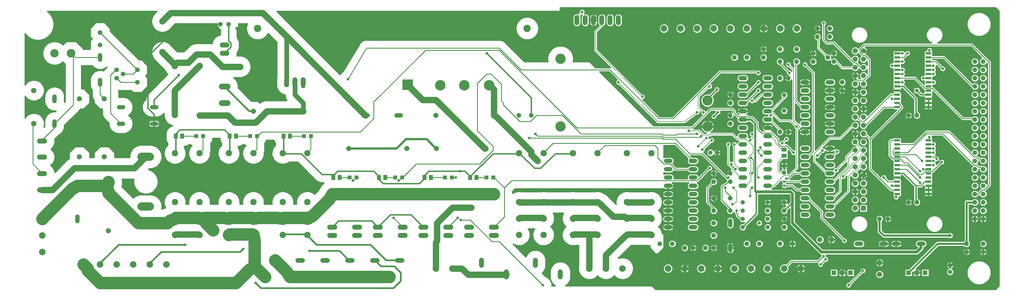
<source format=gtl>
G75*
G70*
%OFA0B0*%
%FSLAX24Y24*%
%IPPOS*%
%LPD*%
%AMOC8*
5,1,8,0,0,1.08239X$1,22.5*
%
%ADD10C,0.0520*%
%ADD11OC8,0.0520*%
%ADD12C,0.0515*%
%ADD13C,0.1000*%
%ADD14OC8,0.1000*%
%ADD15OC8,0.0600*%
%ADD16C,0.0660*%
%ADD17OC8,0.0560*%
%ADD18C,0.0600*%
%ADD19C,0.0594*%
%ADD20C,0.0709*%
%ADD21C,0.1000*%
%ADD22R,0.1266X0.1266*%
%ADD23C,0.1266*%
%ADD24C,0.0520*%
%ADD25C,0.0554*%
%ADD26R,0.0472X0.0472*%
%ADD27R,0.0591X0.0512*%
%ADD28R,0.0600X0.0600*%
%ADD29R,0.0512X0.0591*%
%ADD30C,0.0768*%
%ADD31C,0.1248*%
%ADD32C,0.0787*%
%ADD33OC8,0.0630*%
%ADD34C,0.0630*%
%ADD35R,0.0550X0.0550*%
%ADD36C,0.0886*%
%ADD37R,0.0669X0.0256*%
%ADD38C,0.0560*%
%ADD39C,0.0160*%
%ADD40C,0.0317*%
%ADD41C,0.0396*%
%ADD42C,0.0100*%
%ADD43C,0.0200*%
%ADD44R,0.0396X0.0396*%
%ADD45C,0.0750*%
%ADD46C,0.0531*%
%ADD47C,0.0080*%
%ADD48C,0.0250*%
%ADD49C,0.0240*%
%ADD50C,0.1500*%
%ADD51C,0.0320*%
%ADD52C,0.0120*%
D10*
X007350Y008840D02*
X007350Y009360D01*
X007350Y012840D02*
X007350Y013360D01*
X004600Y020340D02*
X004600Y020860D01*
X004600Y023340D02*
X004600Y023860D01*
X010100Y025340D02*
X010100Y025860D01*
X010100Y028340D02*
X010100Y028860D01*
X041840Y021600D02*
X042360Y021600D01*
X045840Y021600D02*
X046360Y021600D01*
X078340Y016100D02*
X078860Y016100D01*
X081340Y016100D02*
X081860Y016100D01*
X081860Y015100D02*
X081340Y015100D01*
X081340Y014100D02*
X081860Y014100D01*
X078860Y014100D02*
X078340Y014100D01*
X078340Y015100D02*
X078860Y015100D01*
X078860Y013100D02*
X078340Y013100D01*
X078340Y012100D02*
X078860Y012100D01*
X081340Y012100D02*
X081860Y012100D01*
X081860Y011100D02*
X081340Y011100D01*
X078860Y011100D02*
X078340Y011100D01*
X078340Y010100D02*
X078860Y010100D01*
X081340Y010100D02*
X081860Y010100D01*
X081860Y009100D02*
X081340Y009100D01*
X081340Y008100D02*
X081860Y008100D01*
X078860Y008100D02*
X078340Y008100D01*
X078340Y009100D02*
X078860Y009100D01*
X086100Y008860D02*
X086100Y008340D01*
X086100Y005860D02*
X086100Y005340D01*
X094840Y009600D02*
X095360Y009600D01*
X097840Y009600D02*
X098360Y009600D01*
X098360Y010600D02*
X097840Y010600D01*
X097840Y011600D02*
X098360Y011600D01*
X095360Y011600D02*
X094840Y011600D01*
X094840Y010600D02*
X095360Y010600D01*
X095360Y012600D02*
X094840Y012600D01*
X094840Y013600D02*
X095360Y013600D01*
X097840Y013600D02*
X098360Y013600D01*
X098360Y012600D02*
X097840Y012600D01*
X097840Y014600D02*
X098360Y014600D01*
X095360Y014600D02*
X094840Y014600D01*
X094840Y015600D02*
X095360Y015600D01*
X097840Y015600D02*
X098360Y015600D01*
X098360Y016600D02*
X097840Y016600D01*
X095360Y016600D02*
X094840Y016600D01*
X094840Y017600D02*
X095360Y017600D01*
X097840Y017600D02*
X098360Y017600D01*
X098360Y019600D02*
X097840Y019600D01*
X095360Y019600D02*
X094840Y019600D01*
X094840Y020600D02*
X095360Y020600D01*
X097840Y020600D02*
X098360Y020600D01*
X098360Y021600D02*
X097840Y021600D01*
X095360Y021600D02*
X094840Y021600D01*
X094840Y022600D02*
X095360Y022600D01*
X097840Y022600D02*
X098360Y022600D01*
X098360Y023600D02*
X097840Y023600D01*
X097840Y024600D02*
X098360Y024600D01*
X095360Y024600D02*
X094840Y024600D01*
X094840Y023600D02*
X095360Y023600D01*
X090860Y023100D02*
X090340Y023100D01*
X087860Y023100D02*
X087340Y023100D01*
X087340Y022100D02*
X087860Y022100D01*
X090340Y022100D02*
X090860Y022100D01*
X090860Y021100D02*
X090340Y021100D01*
X090340Y020100D02*
X090860Y020100D01*
X090860Y019100D02*
X090340Y019100D01*
X087860Y019100D02*
X087340Y019100D01*
X087340Y018100D02*
X087860Y018100D01*
X090340Y018100D02*
X090860Y018100D01*
X090860Y017100D02*
X090340Y017100D01*
X087860Y017100D02*
X087340Y017100D01*
X087340Y016100D02*
X087860Y016100D01*
X090340Y016100D02*
X090860Y016100D01*
X090860Y015100D02*
X090340Y015100D01*
X090340Y014100D02*
X090860Y014100D01*
X090860Y013100D02*
X090340Y013100D01*
X087860Y013100D02*
X087340Y013100D01*
X087340Y014100D02*
X087860Y014100D01*
X087860Y015100D02*
X087340Y015100D01*
X081860Y013100D02*
X081340Y013100D01*
X087340Y020100D02*
X087860Y020100D01*
X087860Y021100D02*
X087340Y021100D01*
X087340Y024100D02*
X087860Y024100D01*
X090340Y024100D02*
X090860Y024100D01*
X090860Y025100D02*
X090340Y025100D01*
X087860Y025100D02*
X087340Y025100D01*
X087340Y026100D02*
X087860Y026100D01*
X090340Y026100D02*
X090860Y026100D01*
X094840Y025600D02*
X095360Y025600D01*
X097840Y025600D02*
X098360Y025600D01*
X101340Y006100D02*
X101860Y006100D01*
X104340Y006100D02*
X104860Y006100D01*
X105840Y006100D02*
X106360Y006100D01*
X108840Y006100D02*
X109360Y006100D01*
D11*
X114600Y006100D03*
X116600Y006100D03*
X116600Y005100D03*
X114600Y005100D03*
X112600Y003500D03*
X105100Y009100D03*
X104100Y009100D03*
X107600Y011100D03*
X108600Y011100D03*
X092600Y011100D03*
X092600Y010100D03*
X092600Y009100D03*
X092600Y008100D03*
X084100Y005600D03*
X083100Y005600D03*
X081600Y005600D03*
X080600Y005600D03*
X084100Y013600D03*
X086100Y013600D03*
X086100Y014600D03*
X084100Y014600D03*
X084500Y017100D03*
X092100Y019600D03*
X093100Y019600D03*
X086100Y020600D03*
X086100Y021600D03*
X086100Y023100D03*
X086100Y024100D03*
X092100Y026100D03*
X093100Y026100D03*
X096100Y028100D03*
X097850Y028600D03*
X098600Y029100D03*
X096100Y029100D03*
X098600Y028100D03*
X099600Y025600D03*
X099600Y024600D03*
X107600Y021600D03*
X108600Y021600D03*
X090100Y028600D03*
X090100Y029600D03*
X096600Y031100D03*
X098100Y031100D03*
X098100Y032100D03*
X096600Y032100D03*
X025600Y032600D03*
X024600Y032600D03*
X012100Y027100D03*
X012850Y026600D03*
X012100Y026100D03*
D12*
X012343Y022600D02*
X012857Y022600D01*
X016343Y022600D02*
X016857Y022600D01*
X016857Y020600D02*
X016343Y020600D01*
X012857Y020600D02*
X012343Y020600D01*
D13*
X004600Y029100D03*
D14*
X006600Y029100D03*
D15*
X019100Y027550D03*
X022100Y027600D03*
X010600Y023600D03*
X007600Y023600D03*
X019100Y021650D03*
X022100Y021600D03*
X028600Y022100D03*
X034600Y022100D03*
X040100Y017600D03*
X047100Y017600D03*
X050650Y017600D03*
X056550Y017600D03*
X057600Y021600D03*
X050600Y021600D03*
X011100Y013550D03*
X010600Y016600D03*
X007600Y016600D03*
X011100Y007650D03*
X101163Y010395D03*
X101163Y011395D03*
X102163Y011395D03*
X102163Y012395D03*
X101163Y012395D03*
X101163Y013395D03*
X102163Y013395D03*
X102163Y014395D03*
X101163Y014395D03*
X101163Y015395D03*
X102163Y015395D03*
X102163Y016395D03*
X101163Y016395D03*
X101163Y017395D03*
X102163Y017395D03*
X102163Y018395D03*
X101163Y018395D03*
X101163Y019395D03*
X102163Y019395D03*
X102163Y020395D03*
X101163Y020395D03*
X101163Y021395D03*
X102163Y021395D03*
X102163Y022395D03*
X101163Y022395D03*
X101163Y023395D03*
X102163Y023395D03*
X102163Y024395D03*
X101163Y024395D03*
X101163Y025395D03*
X102163Y025395D03*
X102163Y026395D03*
X101163Y026395D03*
X101163Y027395D03*
X102163Y027395D03*
X102163Y028395D03*
X101163Y028395D03*
X101163Y029395D03*
X102163Y029395D03*
D16*
X002100Y024600D03*
X002100Y020600D03*
D17*
X014600Y025600D03*
X014600Y027100D03*
X010100Y030100D03*
X010100Y031600D03*
X060600Y021600D03*
X062100Y021600D03*
X086600Y028600D03*
X088100Y028600D03*
X092100Y028100D03*
X094100Y028100D03*
X094100Y029600D03*
X092100Y029600D03*
X115600Y028100D03*
X116600Y028100D03*
X116600Y027100D03*
X115600Y027100D03*
X115600Y026100D03*
X116600Y026100D03*
X116600Y025100D03*
X115600Y025100D03*
X115600Y024100D03*
X116600Y024100D03*
X116600Y023100D03*
X115600Y023100D03*
X115600Y022100D03*
X116600Y022100D03*
X116600Y021100D03*
X115600Y021100D03*
X115600Y020100D03*
X116600Y020100D03*
X116600Y019100D03*
X115600Y019100D03*
X115600Y018100D03*
X116600Y018100D03*
X116600Y017100D03*
X115600Y017100D03*
X115600Y016100D03*
X116600Y016100D03*
X116600Y015100D03*
X115600Y015100D03*
X115600Y014100D03*
X116600Y014100D03*
X116600Y013100D03*
X115600Y013100D03*
X115600Y012100D03*
X116600Y012100D03*
X116600Y011100D03*
X115600Y011100D03*
X115600Y010100D03*
X116600Y010100D03*
X116600Y009100D03*
X115600Y009100D03*
X093600Y006100D03*
X092100Y006100D03*
X089600Y006100D03*
X088100Y006100D03*
X084100Y007100D03*
X084100Y008600D03*
X084100Y010100D03*
X086100Y010100D03*
X086100Y011600D03*
X084100Y011600D03*
X079100Y006100D03*
X077600Y006100D03*
D18*
X065600Y002700D02*
X065600Y002100D01*
X062600Y003500D02*
X062600Y004100D01*
X059100Y002700D02*
X059100Y002100D01*
X056100Y003500D02*
X056100Y004100D01*
X054900Y007100D02*
X054300Y007100D01*
X052400Y007100D02*
X051800Y007100D01*
X049400Y007100D02*
X048800Y007100D01*
X046900Y007100D02*
X046300Y007100D01*
X043900Y007100D02*
X043300Y007100D01*
X041400Y007100D02*
X040800Y007100D01*
X038400Y007100D02*
X037800Y007100D01*
X037800Y008100D02*
X038400Y008100D01*
X040800Y008100D02*
X041400Y008100D01*
X043300Y008100D02*
X043900Y008100D01*
X046300Y008100D02*
X046900Y008100D01*
X048800Y008100D02*
X049400Y008100D01*
X051800Y008100D02*
X052400Y008100D01*
X054300Y008100D02*
X054900Y008100D01*
X057300Y008100D02*
X057900Y008100D01*
X057900Y007100D02*
X057300Y007100D01*
X057300Y012100D02*
X057900Y012100D01*
X054900Y012100D02*
X054300Y012100D01*
X052400Y012100D02*
X051800Y012100D01*
X049400Y012100D02*
X048800Y012100D01*
X046900Y012100D02*
X046300Y012100D01*
X043900Y012100D02*
X043300Y012100D01*
X041400Y012100D02*
X040800Y012100D01*
X038400Y012100D02*
X037800Y012100D01*
X003400Y012600D02*
X002800Y012600D01*
X002800Y014570D02*
X003400Y014570D01*
X003400Y016550D02*
X002800Y016550D01*
X002800Y018510D02*
X003400Y018510D01*
X032600Y025300D02*
X032600Y025900D01*
X033600Y025900D02*
X033600Y025300D01*
X034600Y025300D02*
X034600Y025900D01*
X067600Y032800D02*
X067600Y033400D01*
X068600Y033400D02*
X068600Y032800D01*
X069600Y032800D02*
X069600Y033400D01*
X070600Y033400D02*
X070600Y032800D01*
X071600Y032800D02*
X071600Y033400D01*
X072600Y033400D02*
X072600Y032800D01*
D19*
X025397Y030100D02*
X024803Y030100D01*
X024803Y029100D02*
X025397Y029100D01*
D20*
X025454Y025100D02*
X024746Y025100D01*
X024746Y023100D02*
X025454Y023100D01*
D21*
X016100Y016600D02*
X015100Y016600D01*
X015100Y010600D02*
X016100Y010600D01*
D22*
X047183Y025293D03*
D23*
X051104Y025234D03*
X054006Y025234D03*
X057006Y025234D03*
D24*
X083700Y017100D03*
X092600Y022150D03*
X092600Y024050D03*
X090600Y011100D03*
X090600Y010100D03*
X090600Y009100D03*
X090600Y008100D03*
X087600Y008100D03*
X087600Y009100D03*
X087600Y010100D03*
X087600Y011100D03*
X112600Y002700D03*
D25*
X017600Y029250D03*
X017600Y032950D03*
D26*
X021687Y019100D03*
X022513Y019100D03*
X028187Y019100D03*
X029013Y019100D03*
X034687Y019100D03*
X035513Y019100D03*
X040187Y014100D03*
X041013Y014100D03*
X045687Y014100D03*
X046513Y014100D03*
X051687Y014100D03*
X052513Y014100D03*
X056687Y014100D03*
X057513Y014100D03*
X092600Y014687D03*
X092600Y015513D03*
D27*
X092600Y016726D03*
X092600Y017474D03*
D28*
X102163Y010395D03*
D29*
X055474Y014100D03*
X054726Y014100D03*
X049974Y014100D03*
X049226Y014100D03*
X044474Y014100D03*
X043726Y014100D03*
X038974Y014100D03*
X038226Y014100D03*
X032974Y019100D03*
X032226Y019100D03*
X026474Y019100D03*
X025726Y019100D03*
X019974Y019100D03*
X019226Y019100D03*
D30*
X019124Y017021D03*
X022076Y017021D03*
X025624Y017021D03*
X028576Y017021D03*
X032124Y017021D03*
X035076Y017021D03*
X035076Y011116D03*
X032124Y011116D03*
X028576Y011116D03*
X025624Y011116D03*
X022076Y011116D03*
X019124Y011116D03*
X019124Y009147D03*
X022076Y009147D03*
X025624Y009147D03*
X028576Y009147D03*
X032124Y009147D03*
X035076Y009147D03*
X035076Y007179D03*
X032124Y007179D03*
X028576Y007179D03*
X025624Y007179D03*
X023725Y007725D03*
X022076Y007179D03*
X019124Y007179D03*
X060624Y007179D03*
X063576Y007179D03*
X067124Y007179D03*
X070076Y007179D03*
X073624Y007179D03*
X076576Y007179D03*
X076576Y009147D03*
X073624Y009147D03*
X070076Y009147D03*
X067124Y009147D03*
X063576Y009147D03*
X060624Y009147D03*
X060624Y011116D03*
X063576Y011116D03*
X067124Y011116D03*
X070076Y011116D03*
X073624Y011116D03*
X076576Y011116D03*
X076576Y017021D03*
X073624Y017021D03*
X070076Y017021D03*
X067124Y017021D03*
X063576Y017021D03*
X060624Y017021D03*
D31*
X065624Y020256D03*
X083340Y020256D03*
X083340Y023405D03*
X065624Y028444D03*
D32*
X078100Y032090D03*
X080100Y032090D03*
X082100Y032090D03*
X084100Y032090D03*
X086100Y032090D03*
X088100Y032090D03*
X090108Y032090D03*
X092108Y032090D03*
X094108Y032090D03*
X003110Y009108D03*
X003110Y007108D03*
X003110Y005108D03*
X008100Y003610D03*
X010100Y003610D03*
X012100Y003610D03*
X014100Y003610D03*
X016100Y003610D03*
X018100Y003610D03*
X050592Y003110D03*
X052592Y003110D03*
X069092Y003110D03*
X071092Y003110D03*
X073092Y003110D03*
X078592Y003110D03*
X080592Y003110D03*
X082592Y003110D03*
X084592Y003110D03*
X086592Y003110D03*
X088592Y003110D03*
X090592Y003110D03*
X092592Y003110D03*
X094592Y003110D03*
D33*
X104100Y003800D03*
X098300Y006600D03*
D34*
X096900Y006600D03*
X104100Y002400D03*
D35*
X100600Y002600D03*
X099600Y002600D03*
X098600Y002600D03*
X107600Y002600D03*
X108600Y002600D03*
X109600Y002600D03*
D36*
X061600Y032100D03*
X029100Y032100D03*
D37*
X106218Y029100D03*
X106218Y028600D03*
X106218Y028100D03*
X106218Y027600D03*
X106218Y027100D03*
X106218Y026600D03*
X106218Y026100D03*
X106218Y025600D03*
X106218Y025100D03*
X106218Y024600D03*
X106218Y024100D03*
X106218Y023600D03*
X106218Y023100D03*
X106218Y022600D03*
X109982Y022600D03*
X109982Y023100D03*
X109982Y023600D03*
X109982Y024100D03*
X109982Y024600D03*
X109982Y025100D03*
X109982Y025600D03*
X109982Y026100D03*
X109982Y026600D03*
X109982Y027100D03*
X109982Y027600D03*
X109982Y028100D03*
X109982Y028600D03*
X109982Y029100D03*
X109982Y018600D03*
X109982Y018100D03*
X109982Y017600D03*
X109982Y017100D03*
X109982Y016600D03*
X109982Y016100D03*
X109982Y015600D03*
X109982Y015100D03*
X109982Y014600D03*
X109982Y014100D03*
X109982Y013600D03*
X109982Y013100D03*
X109982Y012600D03*
X109982Y012100D03*
X106218Y012100D03*
X106218Y012600D03*
X106218Y013100D03*
X106218Y013600D03*
X106218Y014100D03*
X106218Y014600D03*
X106218Y015100D03*
X106218Y015600D03*
X106218Y016100D03*
X106218Y016600D03*
X106218Y017100D03*
X106218Y017600D03*
X106218Y018100D03*
X106218Y018600D03*
D38*
X046480Y004100D02*
X045920Y004100D01*
X043480Y004100D02*
X042920Y004100D01*
X040480Y004100D02*
X039920Y004100D01*
X037480Y004100D02*
X036920Y004100D01*
X034480Y004100D02*
X033920Y004100D01*
X031480Y004100D02*
X030920Y004100D01*
X030280Y002100D02*
X029720Y002100D01*
X032720Y002100D02*
X033280Y002100D01*
X035720Y002100D02*
X036280Y002100D01*
X038720Y002100D02*
X039280Y002100D01*
X041720Y002100D02*
X042280Y002100D01*
X044720Y002100D02*
X045280Y002100D01*
X034600Y022100D02*
X034600Y023100D01*
X033600Y024100D01*
X033600Y025600D01*
X032600Y025600D02*
X032600Y031100D01*
X032350Y031350D01*
D39*
X033601Y031959D02*
X060217Y031959D01*
X060217Y031918D02*
X060311Y031566D01*
X060493Y031251D01*
X060751Y030993D01*
X061066Y030811D01*
X061418Y030717D01*
X061782Y030717D01*
X062134Y030811D01*
X062449Y030993D01*
X062707Y031251D01*
X062889Y031566D01*
X062983Y031918D01*
X062983Y032282D01*
X062889Y032634D01*
X062707Y032949D01*
X062449Y033207D01*
X062134Y033389D01*
X061782Y033483D01*
X061418Y033483D01*
X061066Y033389D01*
X060751Y033207D01*
X060493Y032949D01*
X060311Y032634D01*
X060217Y032282D01*
X060217Y031918D01*
X060249Y031800D02*
X033760Y031800D01*
X033918Y031642D02*
X060291Y031642D01*
X060359Y031483D02*
X034077Y031483D01*
X034235Y031325D02*
X060451Y031325D01*
X060578Y031166D02*
X034394Y031166D01*
X034552Y031008D02*
X060737Y031008D01*
X061001Y030849D02*
X034711Y030849D01*
X034869Y030691D02*
X041969Y030691D01*
X041914Y030668D02*
X041794Y030638D01*
X041734Y030593D01*
X041664Y030564D01*
X041577Y030477D01*
X041477Y030403D01*
X041439Y030339D01*
X041386Y030286D01*
X041338Y030172D01*
X039373Y026896D01*
X039300Y026854D01*
X039096Y026650D01*
X039028Y026532D01*
X033157Y032402D01*
X031404Y034156D01*
X066605Y034156D01*
X066445Y033879D01*
X066360Y033563D01*
X066360Y032637D01*
X066445Y032321D01*
X066608Y032039D01*
X066839Y031808D01*
X067121Y031645D01*
X067437Y031560D01*
X067763Y031560D01*
X068079Y031645D01*
X068100Y031657D01*
X068121Y031645D01*
X068437Y031560D01*
X068763Y031560D01*
X068870Y031589D01*
X068870Y029280D01*
X069019Y028920D01*
X069295Y028644D01*
X069849Y028090D01*
X067148Y028090D01*
X067188Y028239D01*
X067188Y028650D01*
X067081Y029048D01*
X066875Y029405D01*
X066584Y029696D01*
X066227Y029902D01*
X065830Y030009D01*
X065418Y030009D01*
X065020Y029902D01*
X064663Y029696D01*
X064372Y029405D01*
X064166Y029048D01*
X064060Y028650D01*
X064060Y028239D01*
X064099Y028090D01*
X061260Y028090D01*
X059064Y030286D01*
X058786Y030564D01*
X058422Y030715D01*
X042298Y030715D01*
X042176Y030733D01*
X042103Y030715D01*
X042028Y030715D01*
X041914Y030668D01*
X041632Y030532D02*
X035028Y030532D01*
X035186Y030374D02*
X041460Y030374D01*
X041356Y030215D02*
X035345Y030215D01*
X035503Y030057D02*
X041269Y030057D01*
X041174Y029898D02*
X035662Y029898D01*
X035820Y029740D02*
X041079Y029740D01*
X040984Y029581D02*
X035979Y029581D01*
X036137Y029423D02*
X040889Y029423D01*
X040794Y029264D02*
X036296Y029264D01*
X036454Y029106D02*
X040699Y029106D01*
X040604Y028947D02*
X036613Y028947D01*
X036771Y028789D02*
X040509Y028789D01*
X040413Y028630D02*
X036930Y028630D01*
X037088Y028472D02*
X040318Y028472D01*
X040223Y028313D02*
X037247Y028313D01*
X037405Y028155D02*
X040128Y028155D01*
X040033Y027996D02*
X037564Y027996D01*
X037722Y027838D02*
X039938Y027838D01*
X039843Y027679D02*
X037881Y027679D01*
X038039Y027521D02*
X039748Y027521D01*
X039653Y027362D02*
X038198Y027362D01*
X038356Y027204D02*
X039558Y027204D01*
X039462Y027045D02*
X038515Y027045D01*
X038673Y026887D02*
X039356Y026887D01*
X039174Y026728D02*
X038832Y026728D01*
X038990Y026570D02*
X039050Y026570D01*
X032121Y024145D02*
X031839Y024308D01*
X031608Y024539D01*
X031445Y024821D01*
X031360Y025137D01*
X031360Y026063D01*
X031380Y026138D01*
X031380Y030460D01*
X031298Y030543D01*
X030347Y031494D01*
X030207Y031251D01*
X029949Y030993D01*
X029634Y030811D01*
X029282Y030717D01*
X028918Y030717D01*
X028566Y030811D01*
X028251Y030993D01*
X027993Y031251D01*
X027811Y031566D01*
X027717Y031918D01*
X027717Y032282D01*
X027811Y032634D01*
X027826Y032660D01*
X026800Y032660D01*
X026800Y032103D01*
X026620Y031923D01*
X026620Y031022D01*
X026666Y030976D01*
X026800Y030744D01*
X026870Y030484D01*
X026870Y029716D01*
X026800Y029456D01*
X026666Y029224D01*
X026634Y029191D01*
X026634Y028937D01*
X026594Y028790D01*
X027148Y028790D01*
X027483Y028700D01*
X027782Y028527D01*
X028027Y028282D01*
X028200Y027983D01*
X028290Y027648D01*
X028290Y027302D01*
X028200Y026967D01*
X028027Y026668D01*
X027782Y026423D01*
X027483Y026250D01*
X027148Y026160D01*
X026207Y026160D01*
X026249Y026136D01*
X026490Y025895D01*
X026660Y025600D01*
X026749Y025270D01*
X026749Y024930D01*
X026747Y024924D01*
X028331Y023340D01*
X029114Y023340D01*
X029359Y023094D01*
X029418Y023152D01*
X029717Y023325D01*
X030052Y023415D01*
X032587Y023415D01*
X032463Y023629D01*
X032380Y023939D01*
X032380Y024075D01*
X032121Y024145D01*
X032039Y024192D02*
X027479Y024192D01*
X027637Y024034D02*
X032380Y024034D01*
X032397Y023875D02*
X027796Y023875D01*
X027954Y023717D02*
X032440Y023717D01*
X032504Y023558D02*
X028113Y023558D01*
X028271Y023400D02*
X029994Y023400D01*
X029571Y023241D02*
X029213Y023241D01*
X027320Y024351D02*
X031796Y024351D01*
X031637Y024509D02*
X027162Y024509D01*
X027003Y024668D02*
X031533Y024668D01*
X031443Y024826D02*
X026845Y024826D01*
X026749Y024985D02*
X031401Y024985D01*
X031360Y025143D02*
X026749Y025143D01*
X026740Y025302D02*
X031360Y025302D01*
X031360Y025460D02*
X026698Y025460D01*
X026650Y025619D02*
X031360Y025619D01*
X031360Y025777D02*
X026558Y025777D01*
X026449Y025936D02*
X031360Y025936D01*
X031368Y026094D02*
X026291Y026094D01*
X027488Y026253D02*
X031380Y026253D01*
X031380Y026411D02*
X027762Y026411D01*
X027929Y026570D02*
X031380Y026570D01*
X031380Y026728D02*
X028062Y026728D01*
X028154Y026887D02*
X031380Y026887D01*
X031380Y027045D02*
X028221Y027045D01*
X028264Y027204D02*
X031380Y027204D01*
X031380Y027362D02*
X028290Y027362D01*
X028290Y027521D02*
X031380Y027521D01*
X031380Y027679D02*
X028282Y027679D01*
X028239Y027838D02*
X031380Y027838D01*
X031380Y027996D02*
X028193Y027996D01*
X028101Y028155D02*
X031380Y028155D01*
X031380Y028313D02*
X027997Y028313D01*
X027838Y028472D02*
X031380Y028472D01*
X031380Y028630D02*
X027604Y028630D01*
X027154Y028789D02*
X031380Y028789D01*
X031380Y028947D02*
X026634Y028947D01*
X026634Y029106D02*
X031380Y029106D01*
X031380Y029264D02*
X026689Y029264D01*
X026781Y029423D02*
X031380Y029423D01*
X031380Y029581D02*
X026834Y029581D01*
X026870Y029740D02*
X031380Y029740D01*
X031380Y029898D02*
X026870Y029898D01*
X026870Y030057D02*
X031380Y030057D01*
X031380Y030215D02*
X026870Y030215D01*
X026870Y030374D02*
X031380Y030374D01*
X031308Y030532D02*
X026857Y030532D01*
X026815Y030691D02*
X031150Y030691D01*
X030991Y030849D02*
X029699Y030849D01*
X029963Y031008D02*
X030833Y031008D01*
X030674Y031166D02*
X030122Y031166D01*
X030249Y031325D02*
X030516Y031325D01*
X030357Y031483D02*
X030341Y031483D01*
X028501Y030849D02*
X026740Y030849D01*
X026635Y031008D02*
X028237Y031008D01*
X028078Y031166D02*
X026620Y031166D01*
X026620Y031325D02*
X027951Y031325D01*
X027859Y031483D02*
X026620Y031483D01*
X026620Y031642D02*
X027791Y031642D01*
X027749Y031800D02*
X026620Y031800D01*
X026656Y031959D02*
X027717Y031959D01*
X027717Y032117D02*
X026800Y032117D01*
X026800Y032276D02*
X027717Y032276D01*
X027758Y032434D02*
X026800Y032434D01*
X026800Y032593D02*
X027800Y032593D01*
X025600Y032600D02*
X025600Y030600D01*
X025850Y030350D01*
X025850Y029850D01*
X025100Y029100D01*
X023570Y030277D02*
X023523Y030290D01*
X021552Y030290D01*
X021217Y030200D01*
X020918Y030027D01*
X020673Y029782D01*
X020180Y029290D01*
X019395Y029290D01*
X018686Y029999D01*
X018652Y030057D01*
X018407Y030302D01*
X018108Y030475D01*
X017773Y030565D01*
X017427Y030565D01*
X017092Y030475D01*
X016793Y030302D01*
X016548Y030057D01*
X016375Y029757D01*
X016285Y029423D01*
X016285Y029052D01*
X016375Y028717D01*
X016548Y028418D01*
X016793Y028173D01*
X017857Y027108D01*
X017860Y027097D01*
X017860Y027036D01*
X017903Y026994D01*
X018048Y026743D01*
X018236Y026554D01*
X015784Y024101D01*
X015650Y023869D01*
X015580Y023609D01*
X015580Y023531D01*
X015384Y023335D01*
X015227Y023062D01*
X015145Y022758D01*
X015145Y022442D01*
X015227Y022138D01*
X015384Y021865D01*
X015607Y021642D01*
X015880Y021484D01*
X016185Y021403D01*
X017015Y021403D01*
X017320Y021484D01*
X017593Y021642D01*
X017785Y021834D01*
X017785Y021477D01*
X017860Y021197D01*
X017860Y021136D01*
X017903Y021094D01*
X018048Y020843D01*
X018293Y020598D01*
X018544Y020453D01*
X018586Y020410D01*
X018647Y020410D01*
X018801Y020369D01*
X018757Y020324D01*
X018438Y020192D01*
X018173Y019928D01*
X018030Y019582D01*
X018030Y018618D01*
X018173Y018272D01*
X018205Y018240D01*
X018205Y017975D01*
X018064Y017834D01*
X017890Y017532D01*
X017800Y017196D01*
X017800Y016847D01*
X017890Y016510D01*
X018064Y016208D01*
X018311Y015962D01*
X018613Y015788D01*
X018949Y015697D01*
X019298Y015697D01*
X019635Y015788D01*
X019936Y015962D01*
X020183Y016208D01*
X020357Y016510D01*
X020447Y016847D01*
X020447Y017196D01*
X020357Y017532D01*
X020245Y017727D01*
X020245Y017865D01*
X020417Y017865D01*
X020762Y018008D01*
X020865Y018110D01*
X020875Y018110D01*
X020918Y018067D01*
X021153Y017970D01*
X021017Y017834D01*
X020843Y017532D01*
X020753Y017196D01*
X020753Y016847D01*
X020843Y016510D01*
X021017Y016208D01*
X021264Y015962D01*
X021565Y015788D01*
X021902Y015697D01*
X022251Y015697D01*
X022587Y015788D01*
X022889Y015962D01*
X023136Y016208D01*
X023310Y016510D01*
X023400Y016847D01*
X023400Y017122D01*
X023465Y017278D01*
X023465Y018250D01*
X023546Y018331D01*
X023690Y018677D01*
X023690Y018830D01*
X024530Y018830D01*
X024530Y018618D01*
X024673Y018272D01*
X024705Y018240D01*
X024705Y017975D01*
X024564Y017834D01*
X024390Y017532D01*
X024300Y017196D01*
X024300Y016847D01*
X024390Y016510D01*
X024564Y016208D01*
X024811Y015962D01*
X025113Y015788D01*
X025449Y015697D01*
X025798Y015697D01*
X026135Y015788D01*
X026436Y015962D01*
X026683Y016208D01*
X026857Y016510D01*
X026947Y016847D01*
X026947Y017196D01*
X026857Y017532D01*
X026745Y017727D01*
X026745Y017865D01*
X026917Y017865D01*
X027262Y018008D01*
X027365Y018110D01*
X027375Y018110D01*
X027418Y018067D01*
X027653Y017970D01*
X027517Y017834D01*
X027343Y017532D01*
X027253Y017196D01*
X027253Y016847D01*
X027343Y016510D01*
X027517Y016208D01*
X027764Y015962D01*
X028065Y015788D01*
X028402Y015697D01*
X028751Y015697D01*
X029087Y015788D01*
X029389Y015962D01*
X029636Y016208D01*
X029810Y016510D01*
X029900Y016847D01*
X029900Y017122D01*
X029965Y017278D01*
X029965Y018250D01*
X030046Y018331D01*
X030162Y018610D01*
X031033Y018610D01*
X031173Y018272D01*
X031205Y018240D01*
X031205Y017975D01*
X031064Y017834D01*
X030890Y017532D01*
X030800Y017196D01*
X030800Y016847D01*
X030890Y016510D01*
X031064Y016208D01*
X031311Y015962D01*
X031613Y015788D01*
X031949Y015697D01*
X032298Y015697D01*
X032635Y015788D01*
X032925Y015955D01*
X033928Y015955D01*
X036034Y013849D01*
X036224Y013659D01*
X036456Y013525D01*
X036716Y013455D01*
X037067Y013455D01*
X037062Y013452D01*
X036915Y013305D01*
X036765Y013160D01*
X036758Y013148D01*
X036748Y013138D01*
X036644Y012957D01*
X036383Y012523D01*
X035962Y012102D01*
X035889Y012175D01*
X035587Y012349D01*
X035251Y012440D01*
X034902Y012440D01*
X034565Y012349D01*
X034264Y012175D01*
X034017Y011929D01*
X033843Y011627D01*
X033753Y011290D01*
X033753Y010941D01*
X033760Y010915D01*
X033440Y010915D01*
X033447Y010941D01*
X033447Y011290D01*
X033357Y011627D01*
X033183Y011929D01*
X032936Y012175D01*
X032635Y012349D01*
X032298Y012440D01*
X031949Y012440D01*
X031613Y012349D01*
X031311Y012175D01*
X031064Y011929D01*
X030890Y011627D01*
X030800Y011290D01*
X030800Y010941D01*
X030807Y010915D01*
X029893Y010915D01*
X029900Y010941D01*
X029900Y011290D01*
X029810Y011627D01*
X029636Y011929D01*
X029389Y012175D01*
X029087Y012349D01*
X028751Y012440D01*
X028402Y012440D01*
X028065Y012349D01*
X027764Y012175D01*
X027517Y011929D01*
X027343Y011627D01*
X027253Y011290D01*
X027253Y010941D01*
X027260Y010915D01*
X026940Y010915D01*
X026947Y010941D01*
X026947Y011290D01*
X026857Y011627D01*
X026683Y011929D01*
X026436Y012175D01*
X026135Y012349D01*
X025798Y012440D01*
X025449Y012440D01*
X025113Y012349D01*
X024811Y012175D01*
X024564Y011929D01*
X024390Y011627D01*
X024300Y011290D01*
X024300Y010941D01*
X024307Y010915D01*
X023393Y010915D01*
X023400Y010941D01*
X023400Y011290D01*
X023310Y011627D01*
X023136Y011929D01*
X022889Y012175D01*
X022587Y012349D01*
X022251Y012440D01*
X021902Y012440D01*
X021565Y012349D01*
X021264Y012175D01*
X021017Y011929D01*
X020843Y011627D01*
X020753Y011290D01*
X020753Y010941D01*
X020760Y010915D01*
X020440Y010915D01*
X020447Y010941D01*
X020447Y011290D01*
X020357Y011627D01*
X020183Y011929D01*
X019936Y012175D01*
X019635Y012349D01*
X019298Y012440D01*
X018949Y012440D01*
X018613Y012349D01*
X018311Y012175D01*
X018064Y011929D01*
X017890Y011627D01*
X017800Y011290D01*
X017800Y010941D01*
X017890Y010605D01*
X017965Y010475D01*
X017900Y010446D01*
X017823Y010425D01*
X017699Y010353D01*
X017569Y010294D01*
X017564Y010290D01*
X017508Y010290D01*
X017540Y010410D01*
X017540Y010790D01*
X017442Y011156D01*
X017252Y011484D01*
X016984Y011752D01*
X016656Y011942D01*
X016290Y012040D01*
X014910Y012040D01*
X014544Y011942D01*
X014216Y011752D01*
X014089Y011626D01*
X012721Y012994D01*
X012790Y013253D01*
X012790Y013772D01*
X012753Y013910D01*
X014141Y013910D01*
X014110Y013796D01*
X014110Y013404D01*
X014212Y013025D01*
X014408Y012685D01*
X014685Y012408D01*
X015025Y012212D01*
X015404Y012110D01*
X015796Y012110D01*
X016175Y012212D01*
X016515Y012408D01*
X016792Y012685D01*
X016988Y013025D01*
X017090Y013404D01*
X017090Y013796D01*
X016988Y014175D01*
X016792Y014515D01*
X016515Y014792D01*
X016175Y014988D01*
X015917Y015058D01*
X016020Y015160D01*
X016290Y015160D01*
X016656Y015258D01*
X016984Y015448D01*
X017252Y015716D01*
X017442Y016044D01*
X017540Y016410D01*
X017540Y016790D01*
X017442Y017156D01*
X017252Y017484D01*
X016984Y017752D01*
X016656Y017942D01*
X016290Y018040D01*
X014910Y018040D01*
X014544Y017942D01*
X014216Y017752D01*
X013948Y017484D01*
X013758Y017156D01*
X013660Y016790D01*
X013660Y016540D01*
X011840Y016540D01*
X011840Y017114D01*
X011114Y017840D01*
X010086Y017840D01*
X009360Y017114D01*
X009360Y016540D01*
X008840Y016540D01*
X008840Y017114D01*
X008114Y017840D01*
X007086Y017840D01*
X006360Y017114D01*
X006360Y016388D01*
X006168Y016277D01*
X005923Y016032D01*
X004637Y014746D01*
X004555Y015049D01*
X004392Y015331D01*
X004164Y015560D01*
X004392Y015789D01*
X004555Y016071D01*
X004640Y016387D01*
X004640Y016713D01*
X004555Y017029D01*
X004392Y017311D01*
X004174Y017530D01*
X004392Y017749D01*
X004555Y018031D01*
X004640Y018347D01*
X004640Y018673D01*
X004626Y018726D01*
X005202Y019302D01*
X005337Y019380D01*
X005560Y019603D01*
X005718Y019877D01*
X005800Y020182D01*
X005800Y020400D01*
X007411Y022011D01*
X007689Y022289D01*
X007719Y022360D01*
X008114Y022360D01*
X008840Y023086D01*
X008840Y024114D01*
X008114Y024840D01*
X007840Y024840D01*
X007840Y027610D01*
X009136Y027610D01*
X009140Y027603D01*
X009363Y027380D01*
X009637Y027222D01*
X009942Y027140D01*
X010258Y027140D01*
X010563Y027222D01*
X010837Y027380D01*
X010900Y027443D01*
X010900Y027425D01*
X010511Y027036D01*
X010494Y026997D01*
X010258Y027060D01*
X009942Y027060D01*
X009637Y026978D01*
X009363Y026820D01*
X009140Y026597D01*
X008982Y026323D01*
X008900Y026018D01*
X008900Y025182D01*
X008982Y024877D01*
X009110Y024655D01*
X009110Y023903D01*
X009261Y023539D01*
X009360Y023440D01*
X009360Y023086D01*
X010086Y022360D01*
X010360Y022360D01*
X010360Y021653D01*
X010511Y021289D01*
X010789Y021011D01*
X011145Y020655D01*
X011145Y020442D01*
X011227Y020138D01*
X011384Y019865D01*
X011607Y019642D01*
X011880Y019484D01*
X012185Y019403D01*
X013015Y019403D01*
X013320Y019484D01*
X013593Y019642D01*
X013816Y019865D01*
X013973Y020138D01*
X014055Y020442D01*
X014055Y020758D01*
X013973Y021062D01*
X013816Y021335D01*
X013593Y021558D01*
X013520Y021600D01*
X013593Y021642D01*
X013816Y021865D01*
X013973Y022138D01*
X014055Y022442D01*
X014055Y022758D01*
X013973Y023062D01*
X013816Y023335D01*
X013593Y023558D01*
X015580Y023558D01*
X015609Y023717D02*
X013317Y023717D01*
X013320Y023716D02*
X013015Y023797D01*
X012340Y023797D01*
X012340Y024636D01*
X012403Y024610D01*
X013865Y024610D01*
X014095Y024380D01*
X015105Y024380D01*
X015820Y025095D01*
X015820Y026105D01*
X015575Y026350D01*
X015820Y026595D01*
X015820Y027605D01*
X015105Y028320D01*
X014780Y028320D01*
X011320Y031780D01*
X011320Y032105D01*
X010605Y032820D01*
X009595Y032820D01*
X008880Y032105D01*
X008880Y031095D01*
X009125Y030850D01*
X008880Y030605D01*
X008880Y029595D01*
X008885Y029590D01*
X008040Y029590D01*
X008040Y029696D01*
X007196Y030540D01*
X006004Y030540D01*
X005600Y030136D01*
X005484Y030252D01*
X005156Y030442D01*
X004790Y030540D01*
X004410Y030540D01*
X004044Y030442D01*
X003716Y030252D01*
X003448Y029984D01*
X003258Y029656D01*
X003160Y029290D01*
X003160Y028910D01*
X003258Y028544D01*
X003448Y028216D01*
X003716Y027948D01*
X004044Y027758D01*
X004410Y027660D01*
X004790Y027660D01*
X005156Y027758D01*
X005484Y027948D01*
X005600Y028064D01*
X005860Y027804D01*
X005860Y023260D01*
X005800Y023200D01*
X005800Y024018D01*
X005718Y024323D01*
X005560Y024597D01*
X005337Y024820D01*
X005063Y024978D01*
X004758Y025060D01*
X004442Y025060D01*
X004137Y024978D01*
X003863Y024820D01*
X003640Y024597D01*
X003482Y024323D01*
X003400Y024018D01*
X003400Y023182D01*
X003482Y022877D01*
X003640Y022603D01*
X003863Y022380D01*
X004137Y022222D01*
X004442Y022140D01*
X004740Y022140D01*
X004660Y022060D01*
X004442Y022060D01*
X004137Y021978D01*
X003863Y021820D01*
X003640Y021597D01*
X003482Y021323D01*
X003400Y021018D01*
X003400Y020300D01*
X003310Y020211D01*
X003370Y020433D01*
X003370Y020767D01*
X003283Y021090D01*
X003116Y021380D01*
X002880Y021616D01*
X002590Y021783D01*
X002267Y021870D01*
X001933Y021870D01*
X001610Y021783D01*
X001320Y021616D01*
X001084Y021380D01*
X001040Y021304D01*
X001040Y023896D01*
X001084Y023820D01*
X001320Y023584D01*
X001610Y023417D01*
X001933Y023330D01*
X002267Y023330D01*
X002590Y023417D01*
X002880Y023584D01*
X003116Y023820D01*
X003283Y024110D01*
X003370Y024433D01*
X003370Y024767D01*
X003283Y025090D01*
X003116Y025380D01*
X002880Y025616D01*
X002590Y025783D01*
X002267Y025870D01*
X001933Y025870D01*
X001610Y025783D01*
X001320Y025616D01*
X001084Y025380D01*
X001040Y025304D01*
X001040Y031453D01*
X001060Y031418D01*
X001418Y031060D01*
X001857Y030807D01*
X002347Y030676D01*
X002853Y030676D01*
X003343Y030807D01*
X003782Y031060D01*
X004140Y031418D01*
X004393Y031857D01*
X004524Y032347D01*
X004524Y032853D01*
X004393Y033343D01*
X004140Y033782D01*
X003782Y034140D01*
X003753Y034156D01*
X016921Y034156D01*
X016793Y034027D01*
X016548Y033782D01*
X016375Y033483D01*
X016285Y033148D01*
X016285Y032777D01*
X016375Y032443D01*
X016548Y032143D01*
X016793Y031898D01*
X017092Y031725D01*
X017427Y031635D01*
X017773Y031635D01*
X018108Y031725D01*
X018407Y031898D01*
X018652Y032143D01*
X018686Y032201D01*
X019145Y032660D01*
X024160Y032660D01*
X024160Y032600D01*
X024400Y032600D01*
X024400Y032600D01*
X024160Y032600D01*
X024160Y032418D01*
X024400Y032178D01*
X024400Y032103D01*
X024580Y031923D01*
X024580Y031321D01*
X024326Y031253D01*
X024044Y031090D01*
X023813Y030859D01*
X023651Y030577D01*
X023570Y030277D01*
X023596Y030374D02*
X018283Y030374D01*
X018494Y030215D02*
X021272Y030215D01*
X020968Y030057D02*
X018653Y030057D01*
X018787Y029898D02*
X020788Y029898D01*
X020630Y029740D02*
X018945Y029740D01*
X019104Y029581D02*
X020471Y029581D01*
X020313Y029423D02*
X019262Y029423D01*
X016706Y030215D02*
X012885Y030215D01*
X013044Y030057D02*
X016547Y030057D01*
X016456Y029898D02*
X013202Y029898D01*
X013361Y029740D02*
X016370Y029740D01*
X016327Y029581D02*
X013519Y029581D01*
X013678Y029423D02*
X016285Y029423D01*
X016285Y029264D02*
X013836Y029264D01*
X013995Y029106D02*
X016285Y029106D01*
X016313Y028947D02*
X014153Y028947D01*
X014312Y028789D02*
X016356Y028789D01*
X016425Y028630D02*
X014470Y028630D01*
X014629Y028472D02*
X016517Y028472D01*
X016652Y028313D02*
X015112Y028313D01*
X015271Y028155D02*
X016811Y028155D01*
X016969Y027996D02*
X015429Y027996D01*
X015588Y027838D02*
X017128Y027838D01*
X017286Y027679D02*
X015746Y027679D01*
X015820Y027521D02*
X017445Y027521D01*
X017603Y027362D02*
X015820Y027362D01*
X015820Y027204D02*
X017762Y027204D01*
X017860Y027045D02*
X015820Y027045D01*
X015820Y026887D02*
X017965Y026887D01*
X018062Y026728D02*
X015820Y026728D01*
X015795Y026570D02*
X018221Y026570D01*
X018094Y026411D02*
X015636Y026411D01*
X015673Y026253D02*
X017935Y026253D01*
X017777Y026094D02*
X015820Y026094D01*
X015820Y025936D02*
X017618Y025936D01*
X017460Y025777D02*
X015820Y025777D01*
X015820Y025619D02*
X017301Y025619D01*
X017143Y025460D02*
X015820Y025460D01*
X015820Y025302D02*
X016984Y025302D01*
X016826Y025143D02*
X015820Y025143D01*
X015710Y024985D02*
X016667Y024985D01*
X016509Y024826D02*
X015551Y024826D01*
X015393Y024668D02*
X016350Y024668D01*
X016192Y024509D02*
X015234Y024509D01*
X015745Y024034D02*
X012340Y024034D01*
X012340Y024192D02*
X015875Y024192D01*
X016033Y024351D02*
X012340Y024351D01*
X012340Y024509D02*
X013966Y024509D01*
X013593Y023558D02*
X013320Y023716D01*
X013751Y023400D02*
X015449Y023400D01*
X015330Y023241D02*
X013870Y023241D01*
X013962Y023083D02*
X015238Y023083D01*
X015190Y022924D02*
X014010Y022924D01*
X014053Y022766D02*
X015147Y022766D01*
X015145Y022607D02*
X014055Y022607D01*
X014055Y022449D02*
X015145Y022449D01*
X015186Y022290D02*
X014014Y022290D01*
X013970Y022132D02*
X015230Y022132D01*
X015322Y021973D02*
X013878Y021973D01*
X013766Y021815D02*
X015434Y021815D01*
X015593Y021656D02*
X013607Y021656D01*
X013653Y021498D02*
X015857Y021498D01*
X016600Y021725D02*
X015850Y022475D01*
X015850Y028725D01*
X019725Y032600D01*
X024600Y032600D01*
X024160Y032593D02*
X019077Y032593D01*
X018919Y032434D02*
X024160Y032434D01*
X024302Y032276D02*
X018760Y032276D01*
X018626Y032117D02*
X024400Y032117D01*
X024544Y031959D02*
X018468Y031959D01*
X018238Y031800D02*
X024580Y031800D01*
X024580Y031642D02*
X017796Y031642D01*
X017404Y031642D02*
X011459Y031642D01*
X011320Y031800D02*
X016962Y031800D01*
X016732Y031959D02*
X011320Y031959D01*
X011308Y032117D02*
X016574Y032117D01*
X016471Y032276D02*
X011150Y032276D01*
X010991Y032434D02*
X016380Y032434D01*
X016334Y032593D02*
X010833Y032593D01*
X010674Y032751D02*
X016292Y032751D01*
X016285Y032910D02*
X004509Y032910D01*
X004524Y032751D02*
X009526Y032751D01*
X009367Y032593D02*
X004524Y032593D01*
X004524Y032434D02*
X009209Y032434D01*
X009050Y032276D02*
X004505Y032276D01*
X004463Y032117D02*
X008892Y032117D01*
X008880Y031959D02*
X004420Y031959D01*
X004360Y031800D02*
X008880Y031800D01*
X008880Y031642D02*
X004269Y031642D01*
X004177Y031483D02*
X008880Y031483D01*
X008880Y031325D02*
X004046Y031325D01*
X003887Y031166D02*
X008880Y031166D01*
X008967Y031008D02*
X003690Y031008D01*
X003416Y030849D02*
X009124Y030849D01*
X008965Y030691D02*
X002909Y030691D01*
X002291Y030691D02*
X001040Y030691D01*
X001040Y030849D02*
X001784Y030849D01*
X001510Y031008D02*
X001040Y031008D01*
X001040Y031166D02*
X001313Y031166D01*
X001154Y031325D02*
X001040Y031325D01*
X001040Y030532D02*
X004381Y030532D01*
X004819Y030532D02*
X005996Y030532D01*
X005837Y030374D02*
X005274Y030374D01*
X005521Y030215D02*
X005679Y030215D01*
X003926Y030374D02*
X001040Y030374D01*
X001040Y030215D02*
X003679Y030215D01*
X003520Y030057D02*
X001040Y030057D01*
X001040Y029898D02*
X003398Y029898D01*
X003306Y029740D02*
X001040Y029740D01*
X001040Y029581D02*
X003238Y029581D01*
X003196Y029423D02*
X001040Y029423D01*
X001040Y029264D02*
X003160Y029264D01*
X003160Y029106D02*
X001040Y029106D01*
X001040Y028947D02*
X003160Y028947D01*
X003193Y028789D02*
X001040Y028789D01*
X001040Y028630D02*
X003235Y028630D01*
X003300Y028472D02*
X001040Y028472D01*
X001040Y028313D02*
X003392Y028313D01*
X003509Y028155D02*
X001040Y028155D01*
X001040Y027996D02*
X003667Y027996D01*
X003907Y027838D02*
X001040Y027838D01*
X001040Y027679D02*
X004339Y027679D01*
X004861Y027679D02*
X005860Y027679D01*
X005860Y027521D02*
X001040Y027521D01*
X001040Y027362D02*
X005860Y027362D01*
X005860Y027204D02*
X001040Y027204D01*
X001040Y027045D02*
X005860Y027045D01*
X005860Y026887D02*
X001040Y026887D01*
X001040Y026728D02*
X005860Y026728D01*
X005860Y026570D02*
X001040Y026570D01*
X001040Y026411D02*
X005860Y026411D01*
X005860Y026253D02*
X001040Y026253D01*
X001040Y026094D02*
X005860Y026094D01*
X005860Y025936D02*
X001040Y025936D01*
X001040Y025777D02*
X001599Y025777D01*
X001324Y025619D02*
X001040Y025619D01*
X001040Y025460D02*
X001164Y025460D01*
X002601Y025777D02*
X005860Y025777D01*
X005860Y025619D02*
X002876Y025619D01*
X003036Y025460D02*
X005860Y025460D01*
X005860Y025302D02*
X003161Y025302D01*
X003253Y025143D02*
X005860Y025143D01*
X005860Y024985D02*
X005040Y024985D01*
X005327Y024826D02*
X005860Y024826D01*
X005860Y024668D02*
X005490Y024668D01*
X005611Y024509D02*
X005860Y024509D01*
X005860Y024351D02*
X005702Y024351D01*
X005753Y024192D02*
X005860Y024192D01*
X005860Y024034D02*
X005796Y024034D01*
X005800Y023875D02*
X005860Y023875D01*
X005860Y023717D02*
X005800Y023717D01*
X005800Y023558D02*
X005860Y023558D01*
X005860Y023400D02*
X005800Y023400D01*
X005800Y023241D02*
X005841Y023241D01*
X003638Y022607D02*
X001040Y022607D01*
X001040Y022449D02*
X003794Y022449D01*
X004019Y022290D02*
X001040Y022290D01*
X001040Y022132D02*
X004731Y022132D01*
X004128Y021973D02*
X001040Y021973D01*
X001040Y021815D02*
X001726Y021815D01*
X001389Y021656D02*
X001040Y021656D01*
X001040Y021498D02*
X001201Y021498D01*
X001060Y021339D02*
X001040Y021339D01*
X002474Y021815D02*
X003857Y021815D01*
X003699Y021656D02*
X002811Y021656D01*
X002999Y021498D02*
X003582Y021498D01*
X003491Y021339D02*
X003140Y021339D01*
X003231Y021181D02*
X003444Y021181D01*
X003401Y021022D02*
X003302Y021022D01*
X003344Y020864D02*
X003400Y020864D01*
X003400Y020705D02*
X003370Y020705D01*
X003370Y020547D02*
X003400Y020547D01*
X003400Y020388D02*
X003358Y020388D01*
X003329Y020230D02*
X003316Y020230D01*
X005394Y019437D02*
X012056Y019437D01*
X011687Y019596D02*
X005553Y019596D01*
X005647Y019754D02*
X011495Y019754D01*
X011357Y019913D02*
X005728Y019913D01*
X005770Y020071D02*
X011265Y020071D01*
X011202Y020230D02*
X005800Y020230D01*
X005800Y020388D02*
X011160Y020388D01*
X011145Y020547D02*
X005947Y020547D01*
X006105Y020705D02*
X011095Y020705D01*
X010936Y020864D02*
X006264Y020864D01*
X006422Y021022D02*
X010778Y021022D01*
X010619Y021181D02*
X006581Y021181D01*
X006739Y021339D02*
X010490Y021339D01*
X010424Y021498D02*
X006898Y021498D01*
X007056Y021656D02*
X010360Y021656D01*
X010360Y021815D02*
X007215Y021815D01*
X007373Y021973D02*
X010360Y021973D01*
X010360Y022132D02*
X007532Y022132D01*
X007690Y022290D02*
X010360Y022290D01*
X009998Y022449D02*
X008202Y022449D01*
X008361Y022607D02*
X009839Y022607D01*
X009681Y022766D02*
X008519Y022766D01*
X008678Y022924D02*
X009522Y022924D01*
X009364Y023083D02*
X008836Y023083D01*
X008840Y023241D02*
X009360Y023241D01*
X009360Y023400D02*
X008840Y023400D01*
X008840Y023558D02*
X009253Y023558D01*
X009187Y023717D02*
X008840Y023717D01*
X008840Y023875D02*
X009122Y023875D01*
X009110Y024034D02*
X008840Y024034D01*
X008762Y024192D02*
X009110Y024192D01*
X009110Y024351D02*
X008603Y024351D01*
X008445Y024509D02*
X009110Y024509D01*
X009103Y024668D02*
X008286Y024668D01*
X008128Y024826D02*
X009011Y024826D01*
X008953Y024985D02*
X007840Y024985D01*
X007840Y025143D02*
X008910Y025143D01*
X008900Y025302D02*
X007840Y025302D01*
X007840Y025460D02*
X008900Y025460D01*
X008900Y025619D02*
X007840Y025619D01*
X007840Y025777D02*
X008900Y025777D01*
X008900Y025936D02*
X007840Y025936D01*
X007840Y026094D02*
X008920Y026094D01*
X008963Y026253D02*
X007840Y026253D01*
X007840Y026411D02*
X009033Y026411D01*
X009124Y026570D02*
X007840Y026570D01*
X007840Y026728D02*
X009271Y026728D01*
X009478Y026887D02*
X007840Y026887D01*
X007840Y027045D02*
X009886Y027045D01*
X009705Y027204D02*
X007840Y027204D01*
X007840Y027362D02*
X009394Y027362D01*
X009222Y027521D02*
X007840Y027521D01*
X005826Y027838D02*
X005293Y027838D01*
X005533Y027996D02*
X005667Y027996D01*
X010314Y027045D02*
X010520Y027045D01*
X010495Y027204D02*
X010678Y027204D01*
X010806Y027362D02*
X010837Y027362D01*
X008880Y029740D02*
X007997Y029740D01*
X007838Y029898D02*
X008880Y029898D01*
X008880Y030057D02*
X007680Y030057D01*
X007521Y030215D02*
X008880Y030215D01*
X008880Y030374D02*
X007363Y030374D01*
X007204Y030532D02*
X008880Y030532D01*
X011617Y031483D02*
X024580Y031483D01*
X024580Y031325D02*
X011776Y031325D01*
X011934Y031166D02*
X024176Y031166D01*
X023962Y031008D02*
X012093Y031008D01*
X012251Y030849D02*
X023807Y030849D01*
X023716Y030691D02*
X012410Y030691D01*
X012568Y030532D02*
X017305Y030532D01*
X016917Y030374D02*
X012727Y030374D01*
X017895Y030532D02*
X023638Y030532D01*
X016285Y033068D02*
X004467Y033068D01*
X004424Y033227D02*
X016306Y033227D01*
X016348Y033385D02*
X004369Y033385D01*
X004277Y033544D02*
X016410Y033544D01*
X016501Y033702D02*
X004186Y033702D01*
X004061Y033861D02*
X016626Y033861D01*
X016784Y034019D02*
X003902Y034019D01*
X016600Y023475D02*
X019600Y026475D01*
X015653Y023875D02*
X012340Y023875D01*
X016600Y023475D02*
X016600Y022600D01*
X016600Y021725D02*
X016600Y020600D01*
X016600Y020600D01*
X016600Y021037D01*
X016308Y021037D01*
X016240Y021027D01*
X016175Y021005D01*
X016113Y020974D01*
X016058Y020934D01*
X016009Y020885D01*
X015968Y020829D01*
X015937Y020768D01*
X015916Y020702D01*
X015905Y020634D01*
X015905Y020600D01*
X016600Y020600D01*
X017295Y020600D01*
X017295Y020634D01*
X017284Y020702D01*
X017263Y020768D01*
X017232Y020829D01*
X017191Y020885D01*
X017142Y020934D01*
X017087Y020974D01*
X017025Y021005D01*
X016960Y021027D01*
X016892Y021037D01*
X016600Y021037D01*
X016600Y020600D01*
X016600Y020600D01*
X016600Y020163D01*
X016892Y020163D01*
X016960Y020173D01*
X017025Y020195D01*
X017087Y020226D01*
X017142Y020266D01*
X017191Y020315D01*
X017232Y020371D01*
X017263Y020432D01*
X017284Y020498D01*
X017295Y020566D01*
X017295Y020600D01*
X016600Y020600D01*
X016600Y020600D01*
X016600Y020600D01*
X016600Y020163D01*
X016308Y020163D01*
X016240Y020173D01*
X016175Y020195D01*
X016113Y020226D01*
X016058Y020266D01*
X016009Y020315D01*
X015968Y020371D01*
X015937Y020432D01*
X015916Y020498D01*
X015905Y020566D01*
X015905Y020600D01*
X016600Y020600D01*
X016600Y020547D02*
X016600Y020547D01*
X016600Y020705D02*
X016600Y020705D01*
X016600Y020864D02*
X016600Y020864D01*
X016600Y021022D02*
X016600Y021022D01*
X016226Y021022D02*
X013984Y021022D01*
X014027Y020864D02*
X015993Y020864D01*
X015917Y020705D02*
X014055Y020705D01*
X014055Y020547D02*
X015908Y020547D01*
X015960Y020388D02*
X014040Y020388D01*
X013998Y020230D02*
X016108Y020230D01*
X016600Y020230D02*
X016600Y020230D01*
X016600Y020388D02*
X016600Y020388D01*
X017092Y020230D02*
X018528Y020230D01*
X018729Y020388D02*
X017240Y020388D01*
X017292Y020547D02*
X018381Y020547D01*
X018185Y020705D02*
X017283Y020705D01*
X017207Y020864D02*
X018036Y020864D01*
X017944Y021022D02*
X016974Y021022D01*
X017860Y021181D02*
X013905Y021181D01*
X013812Y021339D02*
X017822Y021339D01*
X017785Y021498D02*
X017343Y021498D01*
X017607Y021656D02*
X017785Y021656D01*
X017785Y021815D02*
X017766Y021815D01*
X018316Y020071D02*
X013935Y020071D01*
X013843Y019913D02*
X018167Y019913D01*
X018101Y019754D02*
X013705Y019754D01*
X013513Y019596D02*
X018036Y019596D01*
X018030Y019437D02*
X013144Y019437D01*
X014800Y018011D02*
X004543Y018011D01*
X004592Y018169D02*
X018205Y018169D01*
X018205Y018011D02*
X016400Y018011D01*
X016811Y017852D02*
X018082Y017852D01*
X017983Y017694D02*
X017043Y017694D01*
X017201Y017535D02*
X017892Y017535D01*
X017848Y017377D02*
X017314Y017377D01*
X017406Y017218D02*
X017806Y017218D01*
X017800Y017060D02*
X017468Y017060D01*
X017510Y016901D02*
X017800Y016901D01*
X017828Y016743D02*
X017540Y016743D01*
X017540Y016584D02*
X017870Y016584D01*
X017939Y016426D02*
X017540Y016426D01*
X017502Y016267D02*
X018030Y016267D01*
X018164Y016109D02*
X017459Y016109D01*
X017388Y015950D02*
X018331Y015950D01*
X018606Y015792D02*
X017296Y015792D01*
X017169Y015633D02*
X034249Y015633D01*
X034091Y015792D02*
X032641Y015792D01*
X032916Y015950D02*
X033932Y015950D01*
X034408Y015475D02*
X017011Y015475D01*
X016756Y015316D02*
X034566Y015316D01*
X034725Y015158D02*
X016017Y015158D01*
X016136Y014999D02*
X034883Y014999D01*
X035042Y014841D02*
X016431Y014841D01*
X016625Y014682D02*
X035200Y014682D01*
X035359Y014524D02*
X016784Y014524D01*
X016879Y014365D02*
X035517Y014365D01*
X035676Y014207D02*
X016970Y014207D01*
X017023Y014048D02*
X035834Y014048D01*
X035993Y013890D02*
X017065Y013890D01*
X017090Y013731D02*
X036151Y013731D01*
X036373Y013573D02*
X017090Y013573D01*
X017090Y013414D02*
X037024Y013414D01*
X036864Y013256D02*
X017050Y013256D01*
X017008Y013097D02*
X036724Y013097D01*
X036632Y012939D02*
X016939Y012939D01*
X016847Y012780D02*
X036537Y012780D01*
X036442Y012622D02*
X016729Y012622D01*
X016570Y012463D02*
X036323Y012463D01*
X036165Y012305D02*
X035665Y012305D01*
X035918Y012146D02*
X036006Y012146D01*
X034488Y012305D02*
X032712Y012305D01*
X032966Y012146D02*
X034234Y012146D01*
X034076Y011988D02*
X033124Y011988D01*
X033240Y011829D02*
X033960Y011829D01*
X033868Y011671D02*
X033332Y011671D01*
X033388Y011512D02*
X033812Y011512D01*
X033770Y011354D02*
X033430Y011354D01*
X033447Y011195D02*
X033753Y011195D01*
X033753Y011037D02*
X033447Y011037D01*
X031007Y011829D02*
X029693Y011829D01*
X029785Y011671D02*
X030915Y011671D01*
X030859Y011512D02*
X029841Y011512D01*
X029883Y011354D02*
X030817Y011354D01*
X030800Y011195D02*
X029900Y011195D01*
X029900Y011037D02*
X030800Y011037D01*
X027460Y011829D02*
X026740Y011829D01*
X026832Y011671D02*
X027368Y011671D01*
X027312Y011512D02*
X026888Y011512D01*
X026930Y011354D02*
X027270Y011354D01*
X027253Y011195D02*
X026947Y011195D01*
X026947Y011037D02*
X027253Y011037D01*
X024507Y011829D02*
X023193Y011829D01*
X023285Y011671D02*
X024415Y011671D01*
X024359Y011512D02*
X023341Y011512D01*
X023383Y011354D02*
X024317Y011354D01*
X024300Y011195D02*
X023400Y011195D01*
X023400Y011037D02*
X024300Y011037D01*
X024623Y011988D02*
X023077Y011988D01*
X022918Y012146D02*
X024782Y012146D01*
X025035Y012305D02*
X022665Y012305D01*
X021488Y012305D02*
X019712Y012305D01*
X019966Y012146D02*
X021234Y012146D01*
X021076Y011988D02*
X020124Y011988D01*
X020240Y011829D02*
X020960Y011829D01*
X020868Y011671D02*
X020332Y011671D01*
X020388Y011512D02*
X020812Y011512D01*
X020770Y011354D02*
X020430Y011354D01*
X020447Y011195D02*
X020753Y011195D01*
X020753Y011037D02*
X020447Y011037D01*
X018007Y011829D02*
X016851Y011829D01*
X017066Y011671D02*
X017915Y011671D01*
X017859Y011512D02*
X017224Y011512D01*
X017328Y011354D02*
X017817Y011354D01*
X017800Y011195D02*
X017419Y011195D01*
X017474Y011037D02*
X017800Y011037D01*
X017817Y010878D02*
X017516Y010878D01*
X017540Y010720D02*
X017859Y010720D01*
X017915Y010561D02*
X017540Y010561D01*
X017538Y010403D02*
X017784Y010403D01*
X014349Y011829D02*
X013886Y011829D01*
X014045Y011671D02*
X014134Y011671D01*
X013728Y011988D02*
X014715Y011988D01*
X014864Y012305D02*
X013410Y012305D01*
X013252Y012463D02*
X014630Y012463D01*
X014471Y012622D02*
X013093Y012622D01*
X012935Y012780D02*
X014353Y012780D01*
X014261Y012939D02*
X012776Y012939D01*
X012748Y013097D02*
X014192Y013097D01*
X014150Y013256D02*
X012790Y013256D01*
X012790Y013414D02*
X014110Y013414D01*
X014110Y013573D02*
X012790Y013573D01*
X012790Y013731D02*
X014110Y013731D01*
X014135Y013890D02*
X012759Y013890D01*
X013569Y012146D02*
X015269Y012146D01*
X015931Y012146D02*
X018282Y012146D01*
X018123Y011988D02*
X016485Y011988D01*
X016336Y012305D02*
X018535Y012305D01*
X026212Y012305D02*
X027988Y012305D01*
X027734Y012146D02*
X026466Y012146D01*
X026624Y011988D02*
X027576Y011988D01*
X029165Y012305D02*
X031535Y012305D01*
X031282Y012146D02*
X029418Y012146D01*
X029577Y011988D02*
X031123Y011988D01*
X038225Y014100D02*
X038226Y014100D01*
X038225Y014100D02*
X038225Y014350D01*
X038350Y014475D01*
X036850Y014475D01*
X034350Y016975D01*
X032225Y016975D01*
X032124Y017021D01*
X032225Y017100D01*
X032225Y019100D01*
X032226Y019100D01*
X031085Y018486D02*
X030111Y018486D01*
X030043Y018328D02*
X031150Y018328D01*
X031205Y018169D02*
X029965Y018169D01*
X029965Y018011D02*
X031205Y018011D01*
X031082Y017852D02*
X029965Y017852D01*
X029965Y017694D02*
X030983Y017694D01*
X030892Y017535D02*
X029965Y017535D01*
X029965Y017377D02*
X030848Y017377D01*
X030806Y017218D02*
X029940Y017218D01*
X029900Y017060D02*
X030800Y017060D01*
X030800Y016901D02*
X029900Y016901D01*
X029872Y016743D02*
X030828Y016743D01*
X030870Y016584D02*
X029830Y016584D01*
X029761Y016426D02*
X030939Y016426D01*
X031030Y016267D02*
X029670Y016267D01*
X029536Y016109D02*
X031164Y016109D01*
X031331Y015950D02*
X029369Y015950D01*
X029094Y015792D02*
X031606Y015792D01*
X028059Y015792D02*
X026141Y015792D01*
X026416Y015950D02*
X027784Y015950D01*
X027617Y016109D02*
X026583Y016109D01*
X026717Y016267D02*
X027483Y016267D01*
X027392Y016426D02*
X026808Y016426D01*
X026877Y016584D02*
X027323Y016584D01*
X027281Y016743D02*
X026919Y016743D01*
X026947Y016901D02*
X027253Y016901D01*
X027253Y017060D02*
X026947Y017060D01*
X026941Y017218D02*
X027259Y017218D01*
X027301Y017377D02*
X026899Y017377D01*
X026856Y017535D02*
X027344Y017535D01*
X027436Y017694D02*
X026764Y017694D01*
X026745Y017852D02*
X027535Y017852D01*
X027554Y018011D02*
X027265Y018011D01*
X024705Y018011D02*
X023465Y018011D01*
X023465Y018169D02*
X024705Y018169D01*
X024650Y018328D02*
X023543Y018328D01*
X023611Y018486D02*
X024585Y018486D01*
X024530Y018645D02*
X023676Y018645D01*
X023690Y018803D02*
X024530Y018803D01*
X025100Y019850D02*
X025850Y019100D01*
X025726Y019100D01*
X025725Y019100D01*
X025725Y017100D01*
X025624Y017021D01*
X024348Y017377D02*
X023465Y017377D01*
X023465Y017535D02*
X024392Y017535D01*
X024483Y017694D02*
X023465Y017694D01*
X023465Y017852D02*
X024582Y017852D01*
X024306Y017218D02*
X023440Y017218D01*
X023400Y017060D02*
X024300Y017060D01*
X024300Y016901D02*
X023400Y016901D01*
X023372Y016743D02*
X024328Y016743D01*
X024370Y016584D02*
X023330Y016584D01*
X023261Y016426D02*
X024439Y016426D01*
X024530Y016267D02*
X023170Y016267D01*
X023036Y016109D02*
X024664Y016109D01*
X024831Y015950D02*
X022869Y015950D01*
X022594Y015792D02*
X025106Y015792D01*
X021559Y015792D02*
X019641Y015792D01*
X019916Y015950D02*
X021284Y015950D01*
X021117Y016109D02*
X020083Y016109D01*
X020217Y016267D02*
X020983Y016267D01*
X020892Y016426D02*
X020308Y016426D01*
X020377Y016584D02*
X020823Y016584D01*
X020781Y016743D02*
X020419Y016743D01*
X020447Y016901D02*
X020753Y016901D01*
X020753Y017060D02*
X020447Y017060D01*
X020441Y017218D02*
X020759Y017218D01*
X020801Y017377D02*
X020399Y017377D01*
X020356Y017535D02*
X020844Y017535D01*
X020936Y017694D02*
X020264Y017694D01*
X020245Y017852D02*
X021035Y017852D01*
X021054Y018011D02*
X020765Y018011D01*
X018150Y018328D02*
X004635Y018328D01*
X004640Y018486D02*
X018085Y018486D01*
X018030Y018645D02*
X004640Y018645D01*
X004703Y018803D02*
X018030Y018803D01*
X018030Y018962D02*
X004862Y018962D01*
X005020Y019120D02*
X018030Y019120D01*
X018030Y019279D02*
X005179Y019279D01*
X004452Y017852D02*
X014389Y017852D01*
X014157Y017694D02*
X011260Y017694D01*
X011419Y017535D02*
X013999Y017535D01*
X013886Y017377D02*
X011577Y017377D01*
X011736Y017218D02*
X013794Y017218D01*
X013732Y017060D02*
X011840Y017060D01*
X011840Y016901D02*
X013690Y016901D01*
X013660Y016743D02*
X011840Y016743D01*
X011840Y016584D02*
X013660Y016584D01*
X009940Y017694D02*
X008260Y017694D01*
X008419Y017535D02*
X009781Y017535D01*
X009623Y017377D02*
X008577Y017377D01*
X008736Y017218D02*
X009464Y017218D01*
X009360Y017060D02*
X008840Y017060D01*
X008840Y016901D02*
X009360Y016901D01*
X009360Y016743D02*
X008840Y016743D01*
X008840Y016584D02*
X009360Y016584D01*
X006781Y017535D02*
X004179Y017535D01*
X004327Y017377D02*
X006623Y017377D01*
X006464Y017218D02*
X004446Y017218D01*
X004538Y017060D02*
X006360Y017060D01*
X006360Y016901D02*
X004590Y016901D01*
X004632Y016743D02*
X006360Y016743D01*
X006360Y016584D02*
X004640Y016584D01*
X004640Y016426D02*
X006360Y016426D01*
X006157Y016267D02*
X004608Y016267D01*
X004565Y016109D02*
X005999Y016109D01*
X005840Y015950D02*
X004485Y015950D01*
X004394Y015792D02*
X005682Y015792D01*
X005523Y015633D02*
X004237Y015633D01*
X004249Y015475D02*
X005365Y015475D01*
X005206Y015316D02*
X004401Y015316D01*
X004493Y015158D02*
X005048Y015158D01*
X004889Y014999D02*
X004569Y014999D01*
X004611Y014841D02*
X004731Y014841D01*
X004337Y017694D02*
X006940Y017694D01*
X019124Y017021D02*
X019225Y017100D01*
X019225Y019100D01*
X019226Y019100D01*
X019225Y019100D02*
X019225Y019350D01*
X019725Y019850D01*
X025100Y019850D01*
X038350Y014475D02*
X038725Y014850D01*
X043100Y014850D01*
X043850Y014100D01*
X043726Y014100D01*
X043725Y014100D01*
X043725Y013850D01*
X044225Y013350D01*
X048600Y013350D01*
X049350Y014100D01*
X049226Y014100D01*
X049225Y014100D01*
X049225Y014350D01*
X049725Y014850D01*
X053475Y014850D01*
X054100Y014850D01*
X054725Y014225D01*
X054726Y014100D01*
X054850Y014100D01*
X054725Y014225D01*
X057475Y016975D01*
X060600Y016975D01*
X060624Y017021D01*
X060725Y016975D01*
X062475Y015225D01*
X063225Y015225D01*
X064975Y016975D01*
X067100Y016975D01*
X067124Y017021D01*
X076812Y020388D02*
X081409Y020388D01*
X081371Y020350D02*
X076850Y020350D01*
X070350Y026850D01*
X071496Y026850D01*
X072429Y025917D01*
X072397Y025904D01*
X072296Y025803D01*
X072241Y025671D01*
X072241Y025529D01*
X072296Y025397D01*
X072397Y025296D01*
X072529Y025241D01*
X072619Y025241D01*
X077214Y020647D01*
X077302Y020610D01*
X080583Y020610D01*
X080613Y020606D01*
X080630Y020610D01*
X080648Y020610D01*
X080676Y020622D01*
X080706Y020629D01*
X080720Y020640D01*
X080736Y020647D01*
X080758Y020668D01*
X082024Y021618D01*
X082029Y021616D01*
X082171Y021616D01*
X082303Y021671D01*
X082404Y021772D01*
X082459Y021904D01*
X082459Y022027D01*
X082491Y021994D01*
X082491Y021904D01*
X082546Y021772D01*
X082647Y021671D01*
X082679Y021658D01*
X081371Y020350D01*
X081568Y020547D02*
X076653Y020547D01*
X076495Y020705D02*
X077156Y020705D01*
X076997Y020864D02*
X076336Y020864D01*
X076178Y021022D02*
X076839Y021022D01*
X076680Y021181D02*
X076019Y021181D01*
X075861Y021339D02*
X076522Y021339D01*
X076363Y021498D02*
X075702Y021498D01*
X075544Y021656D02*
X076205Y021656D01*
X076046Y021815D02*
X075385Y021815D01*
X075227Y021973D02*
X075888Y021973D01*
X075729Y022132D02*
X075068Y022132D01*
X074910Y022290D02*
X075571Y022290D01*
X075412Y022449D02*
X074751Y022449D01*
X074593Y022607D02*
X075254Y022607D01*
X075095Y022766D02*
X074434Y022766D01*
X074276Y022924D02*
X074937Y022924D01*
X074778Y023083D02*
X074117Y023083D01*
X073959Y023241D02*
X074620Y023241D01*
X074461Y023400D02*
X073800Y023400D01*
X073642Y023558D02*
X074303Y023558D01*
X074144Y023717D02*
X073483Y023717D01*
X073325Y023875D02*
X073986Y023875D01*
X073827Y024034D02*
X073166Y024034D01*
X073008Y024192D02*
X073669Y024192D01*
X073510Y024351D02*
X072849Y024351D01*
X072691Y024509D02*
X073352Y024509D01*
X073193Y024668D02*
X072532Y024668D01*
X072374Y024826D02*
X073035Y024826D01*
X072876Y024985D02*
X072215Y024985D01*
X072057Y025143D02*
X072718Y025143D01*
X072391Y025302D02*
X071898Y025302D01*
X071740Y025460D02*
X072270Y025460D01*
X072241Y025619D02*
X071581Y025619D01*
X071423Y025777D02*
X072285Y025777D01*
X072411Y025936D02*
X071264Y025936D01*
X071106Y026094D02*
X072252Y026094D01*
X072094Y026253D02*
X070947Y026253D01*
X070789Y026411D02*
X071935Y026411D01*
X071777Y026570D02*
X070630Y026570D01*
X070472Y026728D02*
X071618Y026728D01*
X072619Y027045D02*
X084691Y027045D01*
X084708Y027062D02*
X079121Y021475D01*
X077579Y021475D01*
X075558Y023496D01*
X075678Y023546D01*
X075779Y023647D01*
X075834Y023779D01*
X075834Y023921D01*
X075779Y024053D01*
X075678Y024154D01*
X075546Y024209D01*
X075456Y024209D01*
X070090Y029574D01*
X070090Y031626D01*
X070736Y032272D01*
X070803Y032339D01*
X070805Y032344D01*
X070883Y032376D01*
X071024Y032517D01*
X071100Y032701D01*
X071176Y032517D01*
X071317Y032376D01*
X071501Y032300D01*
X071699Y032300D01*
X071883Y032376D01*
X072024Y032517D01*
X072100Y032701D01*
X072176Y032517D01*
X072317Y032376D01*
X072501Y032300D01*
X072699Y032300D01*
X072883Y032376D01*
X073024Y032517D01*
X073100Y032701D01*
X073100Y033499D01*
X073024Y033683D01*
X072883Y033824D01*
X072699Y033900D01*
X072501Y033900D01*
X072317Y033824D01*
X072176Y033683D01*
X072100Y033499D01*
X072100Y032701D01*
X072100Y033499D01*
X072024Y033683D01*
X071883Y033824D01*
X071699Y033900D01*
X071501Y033900D01*
X071317Y033824D01*
X071176Y033683D01*
X071100Y033499D01*
X071100Y032701D01*
X071100Y033499D01*
X071024Y033683D01*
X070883Y033824D01*
X070699Y033900D01*
X070501Y033900D01*
X070317Y033824D01*
X070176Y033683D01*
X070100Y033499D01*
X070100Y032701D01*
X070176Y032517D01*
X070239Y032454D01*
X069647Y031861D01*
X069610Y031773D01*
X069610Y029427D01*
X069647Y029339D01*
X069714Y029272D01*
X071636Y027350D01*
X069850Y027350D01*
X065600Y031600D01*
X065600Y034600D01*
X118100Y034600D01*
X118490Y034210D01*
X118490Y000990D01*
X118100Y000600D01*
X077100Y000600D01*
X076600Y001100D01*
X076600Y004100D01*
X078100Y005600D01*
X078100Y007731D01*
X078109Y007724D01*
X078171Y007692D01*
X078237Y007671D01*
X078305Y007660D01*
X078600Y007660D01*
X078895Y007660D01*
X078963Y007671D01*
X079029Y007692D01*
X079091Y007724D01*
X079147Y007764D01*
X079196Y007813D01*
X079236Y007869D01*
X079268Y007931D01*
X079289Y007997D01*
X079300Y008065D01*
X079300Y008100D01*
X079300Y008135D01*
X079289Y008203D01*
X079268Y008269D01*
X079236Y008331D01*
X079196Y008387D01*
X079147Y008436D01*
X079091Y008476D01*
X079029Y008508D01*
X078963Y008529D01*
X078895Y008540D01*
X078600Y008540D01*
X078600Y008100D01*
X079100Y008100D01*
X081600Y005600D01*
X081600Y004850D01*
X084600Y004850D01*
X084600Y003225D01*
X084592Y003110D01*
X084640Y003112D02*
X085998Y003112D01*
X085998Y003228D02*
X085998Y002992D01*
X086088Y002774D01*
X086255Y002607D01*
X086474Y002516D01*
X086710Y002516D01*
X086928Y002607D01*
X087095Y002774D01*
X087185Y002992D01*
X087185Y003228D01*
X087095Y003446D01*
X086928Y003613D01*
X086710Y003704D01*
X086474Y003704D01*
X086255Y003613D01*
X086088Y003446D01*
X085998Y003228D01*
X086015Y003270D02*
X085143Y003270D01*
X085258Y003270D01*
X085258Y003285D02*
X085258Y002934D01*
X085349Y002595D01*
X085524Y002291D01*
X085773Y002043D01*
X086077Y001867D01*
X086416Y001776D01*
X086767Y001776D01*
X087106Y001867D01*
X087411Y002043D01*
X087592Y002224D01*
X087773Y002043D01*
X088077Y001867D01*
X088416Y001776D01*
X088767Y001776D01*
X089106Y001867D01*
X089411Y002043D01*
X089592Y002224D01*
X089773Y002043D01*
X090077Y001867D01*
X090416Y001776D01*
X090767Y001776D01*
X091106Y001867D01*
X091411Y002043D01*
X091592Y002224D01*
X091773Y002043D01*
X092077Y001867D01*
X092416Y001776D01*
X092767Y001776D01*
X093106Y001867D01*
X093411Y002043D01*
X093659Y002291D01*
X093835Y002595D01*
X093925Y002934D01*
X093925Y002985D01*
X094031Y002985D01*
X094032Y002975D01*
X094060Y002890D01*
X094101Y002809D01*
X094154Y002736D01*
X094218Y002672D01*
X094291Y002619D01*
X094371Y002578D01*
X094457Y002550D01*
X094544Y002537D01*
X094544Y003062D01*
X094640Y003062D01*
X094640Y003158D01*
X095165Y003158D01*
X095151Y003244D01*
X095123Y003330D01*
X095082Y003411D01*
X095029Y003484D01*
X094965Y003547D01*
X094892Y003601D01*
X094812Y003642D01*
X094726Y003669D01*
X094640Y003683D01*
X094640Y003158D01*
X094544Y003158D01*
X094544Y003683D01*
X094457Y003669D01*
X094371Y003642D01*
X094291Y003601D01*
X094218Y003547D01*
X094154Y003484D01*
X094101Y003411D01*
X094060Y003330D01*
X094032Y003244D01*
X094018Y003158D01*
X094544Y003158D01*
X094544Y003062D01*
X094018Y003062D01*
X094032Y002975D01*
X094060Y002890D01*
X094101Y002809D01*
X094154Y002736D01*
X094218Y002672D01*
X094291Y002619D01*
X094371Y002578D01*
X094457Y002550D01*
X094544Y002537D01*
X094544Y002985D01*
X094640Y002985D01*
X094640Y002537D01*
X094726Y002550D01*
X094812Y002578D01*
X094892Y002619D01*
X094965Y002672D01*
X095029Y002736D01*
X095082Y002809D01*
X095123Y002890D01*
X095151Y002975D01*
X095165Y003062D01*
X094640Y003062D01*
X094640Y002537D01*
X094726Y002550D01*
X094812Y002578D01*
X094892Y002619D01*
X094965Y002672D01*
X095029Y002736D01*
X095082Y002809D01*
X095123Y002890D01*
X095151Y002975D01*
X095153Y002985D01*
X096061Y002985D01*
X096096Y002925D01*
X096300Y002721D01*
X096551Y002576D01*
X096830Y002501D01*
X097120Y002501D01*
X097385Y002572D01*
X097385Y002138D01*
X097528Y001793D01*
X097793Y001528D01*
X098138Y001385D01*
X099062Y001385D01*
X099317Y001491D01*
X099251Y001245D01*
X099251Y001040D01*
X066244Y001040D01*
X066361Y001108D01*
X066592Y001339D01*
X066755Y001621D01*
X066840Y001937D01*
X066840Y002863D01*
X066755Y003179D01*
X066592Y003461D01*
X066361Y003692D01*
X066079Y003855D01*
X065763Y003940D01*
X065437Y003940D01*
X065121Y003855D01*
X064839Y003692D01*
X064608Y003461D01*
X064445Y003179D01*
X064360Y002863D01*
X064360Y001937D01*
X064445Y001621D01*
X064608Y001339D01*
X064839Y001108D01*
X064956Y001040D01*
X064574Y001040D01*
X064574Y001245D01*
X064499Y001524D01*
X064354Y001775D01*
X064150Y001979D01*
X063899Y002124D01*
X063834Y002141D01*
X063414Y002561D01*
X063592Y002739D01*
X063755Y003021D01*
X063840Y003337D01*
X063840Y004263D01*
X063755Y004579D01*
X063592Y004861D01*
X063361Y005092D01*
X063079Y005255D01*
X062763Y005340D01*
X062437Y005340D01*
X062121Y005255D01*
X061839Y005092D01*
X061608Y004861D01*
X061445Y004579D01*
X061434Y004541D01*
X059917Y006058D01*
X060113Y005945D01*
X060449Y005855D01*
X060798Y005855D01*
X061135Y005945D01*
X061436Y006119D01*
X061683Y006366D01*
X061857Y006668D01*
X061947Y007004D01*
X061947Y007353D01*
X061857Y007690D01*
X061730Y007910D01*
X062470Y007910D01*
X062343Y007690D01*
X062253Y007353D01*
X062253Y007004D01*
X062343Y006668D01*
X062517Y006366D01*
X062764Y006119D01*
X063065Y005945D01*
X063402Y005855D01*
X063751Y005855D01*
X064087Y005945D01*
X064389Y006119D01*
X064636Y006366D01*
X064810Y006668D01*
X064900Y007004D01*
X064900Y007353D01*
X064810Y007690D01*
X064636Y007992D01*
X064464Y008163D01*
X064499Y008198D01*
X064514Y008210D01*
X064526Y008225D01*
X064636Y008334D01*
X064714Y008469D01*
X064725Y008484D01*
X064732Y008502D01*
X064810Y008636D01*
X064850Y008787D01*
X064858Y008804D01*
X064860Y008823D01*
X064900Y008973D01*
X064900Y009129D01*
X064903Y009148D01*
X064900Y009166D01*
X064900Y009322D01*
X064860Y009472D01*
X064857Y009491D01*
X064850Y009508D01*
X064810Y009658D01*
X064737Y009785D01*
X065963Y009785D01*
X065890Y009658D01*
X065850Y009508D01*
X065843Y009491D01*
X065840Y009472D01*
X065800Y009322D01*
X065800Y009166D01*
X065797Y009148D01*
X065800Y009129D01*
X065800Y008973D01*
X065840Y008823D01*
X065842Y008804D01*
X065850Y008787D01*
X065890Y008636D01*
X065968Y008502D01*
X065975Y008484D01*
X065986Y008469D01*
X066064Y008334D01*
X066174Y008225D01*
X066186Y008210D01*
X066201Y008198D01*
X066236Y008163D01*
X066167Y008094D01*
X066153Y008083D01*
X066147Y008075D01*
X066064Y007992D01*
X065962Y007815D01*
X065952Y007801D01*
X065949Y007791D01*
X065890Y007690D01*
X065837Y007493D01*
X065831Y007476D01*
X065830Y007467D01*
X065800Y007353D01*
X065800Y007149D01*
X065798Y007132D01*
X065800Y007122D01*
X065800Y007004D01*
X065853Y006807D01*
X065855Y006790D01*
X065860Y006781D01*
X065890Y006668D01*
X065992Y006491D01*
X065999Y006475D01*
X066006Y006468D01*
X066064Y006366D01*
X066208Y006222D01*
X066220Y006208D01*
X066228Y006202D01*
X066311Y006119D01*
X066487Y006017D01*
X066502Y006007D01*
X066511Y006004D01*
X066613Y005945D01*
X066810Y005892D01*
X066826Y005886D01*
X066836Y005885D01*
X066949Y005855D01*
X067153Y005855D01*
X067171Y005853D01*
X067180Y005855D01*
X067298Y005855D01*
X067495Y005908D01*
X067509Y005910D01*
X067785Y005910D01*
X067785Y003386D01*
X067758Y003285D01*
X067758Y002934D01*
X067849Y002595D01*
X068024Y002291D01*
X068273Y002043D01*
X068577Y001867D01*
X068916Y001776D01*
X069267Y001776D01*
X069606Y001867D01*
X069911Y002043D01*
X070092Y002224D01*
X070273Y002043D01*
X070577Y001867D01*
X070916Y001776D01*
X071267Y001776D01*
X071606Y001867D01*
X071911Y002043D01*
X072092Y002224D01*
X072273Y002043D01*
X072577Y001867D01*
X072916Y001776D01*
X073267Y001776D01*
X073606Y001867D01*
X073911Y002043D01*
X074159Y002291D01*
X074335Y002595D01*
X074425Y002934D01*
X074425Y003285D01*
X074335Y003625D01*
X074159Y003929D01*
X073911Y004177D01*
X073606Y004353D01*
X073267Y004444D01*
X072916Y004444D01*
X072591Y004356D01*
X074145Y005910D01*
X076191Y005910D01*
X076205Y005908D01*
X076380Y005861D01*
X076380Y005595D01*
X077095Y004880D01*
X078105Y004880D01*
X078350Y005125D01*
X078595Y004880D01*
X079605Y004880D01*
X079614Y004889D01*
X080103Y004400D01*
X081097Y004400D01*
X081800Y005103D01*
X081800Y005178D01*
X081900Y005278D01*
X081900Y005103D01*
X082559Y004444D01*
X082416Y004444D01*
X082077Y004353D01*
X081773Y004177D01*
X081524Y003929D01*
X081349Y003625D01*
X081258Y003285D01*
X081258Y002934D01*
X081349Y002595D01*
X081524Y002291D01*
X081773Y002043D01*
X082077Y001867D01*
X082416Y001776D01*
X082767Y001776D01*
X083106Y001867D01*
X083411Y002043D01*
X083659Y002291D01*
X083835Y002595D01*
X083925Y002934D01*
X083925Y003285D01*
X083835Y003625D01*
X083659Y003929D01*
X083411Y004177D01*
X083106Y004353D01*
X082930Y004400D01*
X083597Y004400D01*
X084300Y005103D01*
X084300Y005178D01*
X084540Y005418D01*
X084540Y005600D01*
X084540Y005782D01*
X084282Y006040D01*
X084100Y006040D01*
X084100Y005600D01*
X084600Y005600D01*
X084600Y004850D01*
X084211Y005014D02*
X085804Y005014D01*
X077514Y005014D01*
X077672Y005172D02*
X080377Y005172D01*
X080409Y005140D02*
X080791Y005140D01*
X081060Y005409D01*
X081060Y005791D01*
X080791Y006060D01*
X080409Y006060D01*
X080140Y005791D01*
X080140Y005409D01*
X080409Y005140D01*
X080219Y005331D02*
X077831Y005331D01*
X077989Y005489D02*
X080140Y005489D01*
X080140Y005648D02*
X079326Y005648D01*
X079299Y005620D02*
X079580Y005901D01*
X079580Y006299D01*
X079299Y006580D01*
X078901Y006580D01*
X078620Y006299D01*
X078620Y005901D01*
X078901Y005620D01*
X079299Y005620D01*
X079485Y005806D02*
X080155Y005806D01*
X080314Y005965D02*
X079580Y005965D01*
X079580Y006123D02*
X085747Y006123D01*
X084848Y006123D01*
X084690Y005965D02*
X085671Y005965D01*
X084358Y005965D01*
X084442Y005880D02*
X084605Y005880D01*
X085320Y006595D01*
X085320Y007423D01*
X085363Y007380D01*
X085637Y007222D01*
X085942Y007140D01*
X086258Y007140D01*
X086563Y007222D01*
X086701Y007302D01*
X086863Y007140D01*
X087137Y006982D01*
X087231Y006956D01*
X086880Y006605D01*
X086880Y005595D01*
X087595Y004880D01*
X088605Y004880D01*
X088850Y005125D01*
X089095Y004880D01*
X090105Y004880D01*
X090820Y005595D01*
X090820Y006605D01*
X090525Y006900D01*
X090758Y006900D01*
X091063Y006982D01*
X091337Y007140D01*
X091560Y007363D01*
X091589Y007414D01*
X091683Y007320D01*
X091595Y007320D01*
X090880Y006605D01*
X090880Y005595D01*
X091595Y004880D01*
X092605Y004880D01*
X093320Y005595D01*
X093320Y005729D01*
X093409Y005640D01*
X093590Y005640D01*
X093590Y006090D01*
X093610Y006090D01*
X093610Y006110D01*
X094060Y006110D01*
X094060Y006291D01*
X093791Y006560D01*
X093610Y006560D01*
X093610Y006110D01*
X093590Y006110D01*
X093590Y006560D01*
X093409Y006560D01*
X093140Y006291D01*
X093140Y006110D01*
X093590Y006110D01*
X093590Y006560D01*
X093409Y006560D01*
X093320Y006471D01*
X093320Y006605D01*
X093025Y006900D01*
X093097Y006900D01*
X093421Y007224D01*
X095679Y004965D01*
X093278Y004965D01*
X092914Y004814D01*
X092543Y004444D01*
X092416Y004444D01*
X092077Y004353D01*
X091773Y004177D01*
X091592Y003996D01*
X091411Y004177D01*
X091106Y004353D01*
X090767Y004444D01*
X090416Y004444D01*
X090077Y004353D01*
X089773Y004177D01*
X089592Y003996D01*
X089411Y004177D01*
X089106Y004353D01*
X088767Y004444D01*
X088416Y004444D01*
X088077Y004353D01*
X087773Y004177D01*
X087592Y003996D01*
X087411Y004177D01*
X087106Y004353D01*
X086767Y004444D01*
X086416Y004444D01*
X086077Y004353D01*
X085773Y004177D01*
X085524Y003929D01*
X085349Y003625D01*
X085258Y003285D01*
X085151Y003244D02*
X085123Y003330D01*
X085082Y003411D01*
X085029Y003484D01*
X084965Y003547D01*
X084892Y003601D01*
X084812Y003642D01*
X084726Y003669D01*
X084640Y003683D01*
X084640Y003158D01*
X085165Y003158D01*
X085151Y003244D01*
X085123Y003330D01*
X085082Y003411D01*
X085029Y003484D01*
X084965Y003547D01*
X084892Y003601D01*
X084812Y003642D01*
X084726Y003669D01*
X084640Y003683D01*
X084640Y003158D01*
X084640Y003062D01*
X085165Y003062D01*
X085151Y002975D01*
X085123Y002890D01*
X085082Y002809D01*
X085029Y002736D01*
X084965Y002672D01*
X084892Y002619D01*
X084812Y002578D01*
X084726Y002550D01*
X084640Y002537D01*
X084640Y003062D01*
X084640Y003158D01*
X085165Y003158D01*
X085151Y003244D01*
X085258Y003112D02*
X084640Y003112D01*
X084640Y003158D02*
X084544Y003158D01*
X084544Y003683D01*
X084457Y003669D01*
X084371Y003642D01*
X084291Y003601D01*
X084218Y003547D01*
X084154Y003484D01*
X084101Y003411D01*
X084060Y003330D01*
X084032Y003244D01*
X084018Y003158D01*
X084544Y003158D01*
X084544Y003683D01*
X084457Y003669D01*
X084371Y003642D01*
X084291Y003601D01*
X084218Y003547D01*
X084154Y003484D01*
X084101Y003411D01*
X084060Y003330D01*
X084032Y003244D01*
X084018Y003158D01*
X084544Y003158D01*
X084640Y003158D01*
X084640Y003062D02*
X085165Y003062D01*
X085151Y002975D01*
X085123Y002890D01*
X085082Y002809D01*
X085029Y002736D01*
X084965Y002672D01*
X084892Y002619D01*
X084812Y002578D01*
X084726Y002550D01*
X084640Y002537D01*
X084640Y003062D01*
X084544Y003062D01*
X084544Y002537D01*
X084457Y002550D01*
X084371Y002578D01*
X084291Y002619D01*
X084218Y002672D01*
X084154Y002736D01*
X084101Y002809D01*
X084060Y002890D01*
X084032Y002975D01*
X084018Y003062D01*
X084544Y003062D01*
X084640Y003062D01*
X084544Y003062D02*
X084544Y002537D01*
X084457Y002550D01*
X084371Y002578D01*
X084291Y002619D01*
X084218Y002672D01*
X084154Y002736D01*
X084101Y002809D01*
X084060Y002890D01*
X084032Y002975D01*
X084018Y003062D01*
X084544Y003062D01*
X084544Y003158D01*
X084544Y003062D01*
X084544Y003112D02*
X083185Y003112D01*
X083185Y003228D02*
X083185Y002992D01*
X083095Y002774D01*
X082928Y002607D01*
X082710Y002516D01*
X082474Y002516D01*
X082255Y002607D01*
X082088Y002774D01*
X081998Y002992D01*
X081998Y003228D01*
X082088Y003446D01*
X082255Y003613D01*
X082474Y003704D01*
X082710Y003704D01*
X082928Y003613D01*
X083095Y003446D01*
X083185Y003228D01*
X083168Y003270D02*
X084041Y003270D01*
X083925Y003270D01*
X083925Y003112D02*
X084544Y003112D01*
X084544Y003270D02*
X084640Y003270D01*
X084544Y003270D01*
X084544Y003429D02*
X084640Y003429D01*
X084544Y003429D01*
X084544Y003587D02*
X084640Y003587D01*
X084544Y003587D01*
X084272Y003587D02*
X082954Y003587D01*
X083102Y003429D02*
X084114Y003429D01*
X083887Y003429D01*
X083845Y003587D02*
X084272Y003587D01*
X083765Y003746D02*
X085419Y003746D01*
X085339Y003587D02*
X084911Y003587D01*
X086229Y003587D01*
X086081Y003429D02*
X085069Y003429D01*
X085296Y003429D01*
X085258Y002953D02*
X085144Y002953D01*
X086014Y002953D01*
X086080Y002795D02*
X085072Y002795D01*
X085295Y002795D01*
X085338Y002636D02*
X084916Y002636D01*
X086226Y002636D01*
X086957Y002636D02*
X088226Y002636D01*
X088255Y002607D02*
X088474Y002516D01*
X088710Y002516D01*
X088928Y002607D01*
X089095Y002774D01*
X089185Y002992D01*
X089185Y003228D01*
X089095Y003446D01*
X088928Y003613D01*
X088710Y003704D01*
X088474Y003704D01*
X088255Y003613D01*
X088088Y003446D01*
X087998Y003228D01*
X087998Y002992D01*
X088088Y002774D01*
X088255Y002607D01*
X088080Y002795D02*
X087104Y002795D01*
X087169Y002953D02*
X088014Y002953D01*
X087998Y003112D02*
X087185Y003112D01*
X087168Y003270D02*
X088015Y003270D01*
X088081Y003429D02*
X087102Y003429D01*
X086954Y003587D02*
X088229Y003587D01*
X088954Y003587D02*
X090229Y003587D01*
X090255Y003613D02*
X090088Y003446D01*
X089998Y003228D01*
X089998Y002992D01*
X090088Y002774D01*
X090255Y002607D01*
X090474Y002516D01*
X090710Y002516D01*
X090928Y002607D01*
X091095Y002774D01*
X091185Y002992D01*
X091185Y003228D01*
X091095Y003446D01*
X090928Y003613D01*
X090710Y003704D01*
X090474Y003704D01*
X090255Y003613D01*
X090081Y003429D02*
X089102Y003429D01*
X089168Y003270D02*
X090015Y003270D01*
X089998Y003112D02*
X089185Y003112D01*
X089169Y002953D02*
X090014Y002953D01*
X090080Y002795D02*
X089104Y002795D01*
X088957Y002636D02*
X090226Y002636D01*
X090957Y002636D02*
X092226Y002636D01*
X092255Y002607D02*
X092474Y002516D01*
X092710Y002516D01*
X092928Y002607D01*
X093095Y002774D01*
X093185Y002992D01*
X093185Y003228D01*
X093155Y003301D01*
X093579Y003725D01*
X096638Y003725D01*
X096616Y003671D01*
X096616Y003529D01*
X096671Y003397D01*
X096772Y003296D01*
X096904Y003241D01*
X097046Y003241D01*
X097178Y003296D01*
X097279Y003397D01*
X097334Y003529D01*
X097334Y003605D01*
X097595Y003866D01*
X097671Y003866D01*
X097803Y003921D01*
X097904Y004022D01*
X097959Y004154D01*
X097959Y004296D01*
X097904Y004428D01*
X097803Y004529D01*
X097709Y004568D01*
X097709Y004671D01*
X097680Y004740D01*
X108672Y004740D01*
X108804Y004795D01*
X109304Y005295D01*
X109405Y005396D01*
X109460Y005528D01*
X109460Y005644D01*
X109621Y005710D01*
X109750Y005839D01*
X109820Y006008D01*
X109820Y006191D01*
X109750Y006361D01*
X109621Y006490D01*
X109451Y006560D01*
X108748Y006560D01*
X108579Y006490D01*
X108450Y006361D01*
X108380Y006191D01*
X108380Y006008D01*
X108450Y005839D01*
X108579Y005710D01*
X108665Y005674D01*
X108451Y005460D01*
X097249Y005460D01*
X093960Y008749D01*
X093960Y012172D01*
X093905Y012304D01*
X093804Y012405D01*
X093554Y012655D01*
X093422Y012710D01*
X091120Y012710D01*
X091121Y012710D01*
X091250Y012839D01*
X091258Y012860D01*
X091398Y012860D01*
X091486Y012897D01*
X092241Y013652D01*
X092241Y013529D01*
X092296Y013397D01*
X092343Y013350D01*
X092296Y013303D01*
X092241Y013171D01*
X092241Y013029D01*
X092296Y012897D01*
X092397Y012796D01*
X092529Y012741D01*
X092671Y012741D01*
X092803Y012796D01*
X092857Y012850D01*
X093496Y012850D01*
X093958Y012388D01*
X094050Y012350D01*
X094446Y012350D01*
X094450Y012339D01*
X094579Y012210D01*
X094748Y012140D01*
X095451Y012140D01*
X095621Y012210D01*
X095750Y012339D01*
X095820Y012508D01*
X095820Y012691D01*
X095750Y012861D01*
X095621Y012990D01*
X095451Y013060D01*
X094748Y013060D01*
X094579Y012990D01*
X094450Y012861D01*
X094446Y012850D01*
X094204Y012850D01*
X093812Y013242D01*
X093742Y013312D01*
X093650Y013350D01*
X092857Y013350D01*
X094446Y013350D01*
X094450Y013339D01*
X094579Y013210D01*
X094748Y013140D01*
X095451Y013140D01*
X095621Y013210D01*
X095750Y013339D01*
X095820Y013508D01*
X095820Y013691D01*
X095750Y013861D01*
X095621Y013990D01*
X095451Y014060D01*
X094748Y014060D01*
X094579Y013990D01*
X094450Y013861D01*
X094446Y013850D01*
X093329Y013850D01*
X093829Y014350D01*
X094446Y014350D01*
X094450Y014339D01*
X094579Y014210D01*
X094748Y014140D01*
X095451Y014140D01*
X095621Y014210D01*
X095750Y014339D01*
X095820Y014508D01*
X095820Y014691D01*
X095750Y014861D01*
X095621Y014990D01*
X095451Y015060D01*
X094748Y015060D01*
X094579Y014990D01*
X094450Y014861D01*
X094446Y014850D01*
X094064Y014850D01*
X094236Y015022D01*
X094303Y015089D01*
X094340Y015177D01*
X094340Y019751D01*
X094611Y020022D01*
X094678Y020089D01*
X094707Y020157D01*
X094748Y020140D01*
X095451Y020140D01*
X095621Y020210D01*
X095750Y020339D01*
X095820Y020508D01*
X095820Y020691D01*
X095750Y020861D01*
X095621Y020990D01*
X095451Y021060D01*
X094748Y021060D01*
X094579Y020990D01*
X094450Y020861D01*
X094380Y020691D01*
X094380Y020659D01*
X093965Y021074D01*
X093965Y023006D01*
X094380Y022591D01*
X094380Y022508D01*
X094450Y022339D01*
X094579Y022210D01*
X094748Y022140D01*
X095451Y022140D01*
X095621Y022210D01*
X095750Y022339D01*
X095820Y022508D01*
X095820Y022691D01*
X095750Y022861D01*
X095621Y022990D01*
X095451Y023060D01*
X094748Y023060D01*
X094657Y023022D01*
X094225Y023454D01*
X094225Y027620D01*
X094299Y027620D01*
X094580Y027901D01*
X094580Y028299D01*
X094299Y028580D01*
X093901Y028580D01*
X093620Y028299D01*
X093620Y027901D01*
X093731Y027790D01*
X093725Y027775D01*
X093725Y027439D01*
X093459Y027706D01*
X093459Y027796D01*
X093404Y027928D01*
X093303Y028029D01*
X093171Y028084D01*
X093029Y028084D01*
X092897Y028029D01*
X092796Y027928D01*
X092741Y027796D01*
X092741Y027654D01*
X092796Y027522D01*
X092897Y027421D01*
X093029Y027366D01*
X093119Y027366D01*
X093485Y027001D01*
X093485Y026972D01*
X093428Y027029D01*
X093296Y027084D01*
X093220Y027084D01*
X092491Y027812D01*
X092580Y027901D01*
X092580Y028299D01*
X092299Y028580D01*
X091901Y028580D01*
X091620Y028299D01*
X091620Y027901D01*
X091901Y027620D01*
X091976Y027620D01*
X092866Y026730D01*
X092866Y026654D01*
X092915Y026537D01*
X092660Y026282D01*
X092660Y026100D01*
X093100Y026100D01*
X093100Y025725D01*
X090975Y023600D01*
X090100Y023600D01*
X088475Y021975D01*
X090350Y020100D01*
X090600Y020100D01*
X090850Y020100D01*
X091850Y019100D01*
X092225Y019100D01*
X092725Y019600D01*
X093100Y019600D01*
X093540Y019600D01*
X093540Y019782D01*
X093282Y020040D01*
X093100Y020040D01*
X093100Y019600D01*
X093100Y019600D01*
X093100Y019600D01*
X093540Y019600D01*
X093540Y019418D01*
X093282Y019160D01*
X093100Y019160D01*
X093100Y019600D01*
X093100Y019600D01*
X093100Y019600D01*
X092660Y019600D01*
X092660Y019782D01*
X092918Y020040D01*
X093100Y020040D01*
X093100Y019600D01*
X093100Y019160D01*
X092918Y019160D01*
X092660Y019418D01*
X092660Y019600D01*
X093100Y019600D01*
X093100Y019596D02*
X093100Y019596D01*
X093100Y019754D02*
X093100Y019754D01*
X093100Y019913D02*
X093100Y019913D01*
X093410Y019913D02*
X093866Y019913D01*
X093860Y019898D02*
X093860Y017432D01*
X093796Y017459D01*
X093720Y017459D01*
X093062Y018117D01*
X092992Y018187D01*
X092900Y018225D01*
X092800Y018225D01*
X092709Y018187D01*
X092709Y018244D01*
X092831Y018366D01*
X092921Y018366D01*
X093053Y018421D01*
X093154Y018522D01*
X093209Y018654D01*
X093209Y018796D01*
X093154Y018928D01*
X093053Y019029D01*
X092921Y019084D01*
X092779Y019084D01*
X092647Y019029D01*
X092546Y018928D01*
X092491Y018796D01*
X092491Y018706D01*
X092369Y018584D01*
X092279Y018584D01*
X092147Y018529D01*
X092100Y018482D01*
X092100Y018775D01*
X092062Y018867D01*
X091312Y019617D01*
X091242Y019687D01*
X091150Y019725D01*
X091092Y019725D01*
X091147Y019764D01*
X091196Y019813D01*
X091236Y019869D01*
X091268Y019931D01*
X091289Y019997D01*
X091300Y020065D01*
X091300Y020100D01*
X091300Y020135D01*
X091289Y020203D01*
X091268Y020269D01*
X091236Y020331D01*
X091196Y020387D01*
X091147Y020436D01*
X091091Y020476D01*
X091029Y020508D01*
X090963Y020529D01*
X090895Y020540D01*
X090600Y020540D01*
X090600Y020100D01*
X090600Y020100D01*
X091300Y020100D01*
X090600Y020100D01*
X090600Y020100D01*
X090600Y020100D01*
X089900Y020100D01*
X089900Y020135D01*
X089911Y020203D01*
X089932Y020269D01*
X089964Y020331D01*
X090004Y020387D01*
X090053Y020436D01*
X090109Y020476D01*
X090171Y020508D01*
X090237Y020529D01*
X090305Y020540D01*
X090600Y020540D01*
X090600Y020100D01*
X089900Y020100D01*
X089900Y020065D01*
X089911Y019997D01*
X089932Y019931D01*
X089964Y019869D01*
X090004Y019813D01*
X090053Y019764D01*
X090108Y019725D01*
X089954Y019725D01*
X089600Y020079D01*
X089600Y020775D01*
X089562Y020867D01*
X088937Y021492D01*
X088867Y021562D01*
X088775Y021600D01*
X088329Y021600D01*
X088312Y021617D01*
X088242Y021687D01*
X088150Y021725D01*
X088092Y021725D01*
X088147Y021764D01*
X088196Y021813D01*
X088236Y021869D01*
X088268Y021931D01*
X088289Y021997D01*
X088300Y022065D01*
X088300Y022100D01*
X088300Y022135D01*
X088289Y022203D01*
X088268Y022269D01*
X088236Y022331D01*
X088196Y022387D01*
X088147Y022436D01*
X088091Y022476D01*
X088029Y022508D01*
X087963Y022529D01*
X087895Y022540D01*
X087600Y022540D01*
X087600Y022100D01*
X088350Y022100D01*
X088475Y021975D01*
X088281Y021973D02*
X089895Y021973D01*
X089880Y022008D02*
X089950Y021839D01*
X090079Y021710D01*
X090248Y021640D01*
X090616Y021640D01*
X090616Y021560D01*
X090248Y021560D01*
X090079Y021490D01*
X089950Y021361D01*
X089880Y021191D01*
X089880Y021008D01*
X089950Y020839D01*
X090079Y020710D01*
X090248Y020640D01*
X090951Y020640D01*
X090965Y020646D01*
X091730Y019881D01*
X091640Y019791D01*
X091640Y019409D01*
X091909Y019140D01*
X092291Y019140D01*
X092560Y019409D01*
X092560Y019791D01*
X092291Y020060D01*
X092229Y020060D01*
X091309Y020981D01*
X091320Y021008D01*
X091320Y021191D01*
X091250Y021361D01*
X091246Y021364D01*
X091279Y021397D01*
X091297Y021439D01*
X091897Y020839D01*
X091964Y020772D01*
X092052Y020735D01*
X093251Y020735D01*
X093741Y020244D01*
X093741Y020154D01*
X093796Y020022D01*
X093878Y019940D01*
X093860Y019898D01*
X093860Y019754D02*
X093540Y019754D01*
X093540Y019596D02*
X093860Y019596D01*
X093860Y019437D02*
X093540Y019437D01*
X093401Y019279D02*
X093860Y019279D01*
X093860Y019120D02*
X091809Y019120D01*
X091771Y019279D02*
X091650Y019279D01*
X091640Y019437D02*
X091492Y019437D01*
X091640Y019596D02*
X091333Y019596D01*
X091132Y019754D02*
X091640Y019754D01*
X091698Y019913D02*
X091258Y019913D01*
X091300Y020071D02*
X091540Y020071D01*
X091381Y020230D02*
X091281Y020230D01*
X091223Y020388D02*
X091194Y020388D01*
X091064Y020547D02*
X089600Y020547D01*
X089600Y020705D02*
X090091Y020705D01*
X089940Y020864D02*
X089563Y020864D01*
X089407Y021022D02*
X089880Y021022D01*
X089880Y021181D02*
X089248Y021181D01*
X089090Y021339D02*
X089941Y021339D01*
X090098Y021498D02*
X088931Y021498D01*
X088273Y021656D02*
X090210Y021656D01*
X089975Y021815D02*
X088196Y021815D01*
X088300Y022100D02*
X087600Y022100D01*
X086850Y022850D01*
X086850Y023350D01*
X086100Y024100D01*
X086100Y024100D01*
X086100Y024540D01*
X086282Y024540D01*
X086540Y024282D01*
X086540Y024100D01*
X086100Y024100D01*
X086100Y024100D01*
X086100Y024100D01*
X085660Y024100D01*
X085660Y024282D01*
X085918Y024540D01*
X086100Y024540D01*
X086100Y024300D01*
X086100Y024300D01*
X086100Y024540D01*
X086216Y024540D01*
X086222Y024563D01*
X086243Y024600D01*
X086222Y024637D01*
X086140Y024942D01*
X086140Y025258D01*
X086222Y025563D01*
X086243Y025600D01*
X086222Y025637D01*
X086162Y025860D01*
X085260Y025860D01*
X085057Y025657D01*
X085150Y025604D01*
X085354Y025400D01*
X085499Y025149D01*
X085574Y024870D01*
X085574Y024580D01*
X085499Y024301D01*
X085355Y024053D01*
X085603Y024300D01*
X085678Y024300D01*
X085918Y024540D01*
X086100Y024540D01*
X086100Y024100D01*
X086540Y024100D01*
X086540Y023918D01*
X086282Y023660D01*
X086100Y023660D01*
X086100Y024100D01*
X086100Y024100D01*
X085660Y024100D01*
X085660Y023918D01*
X085918Y023660D01*
X086100Y023660D01*
X086100Y024100D01*
X086100Y024034D02*
X086100Y024034D01*
X086100Y024192D02*
X086100Y024192D01*
X086100Y024351D02*
X086100Y024351D01*
X086100Y024351D01*
X086100Y024509D02*
X086100Y024509D01*
X086100Y024509D01*
X086214Y024668D02*
X085574Y024668D01*
X085574Y024826D02*
X086171Y024826D01*
X086140Y024985D02*
X085543Y024985D01*
X085500Y025143D02*
X086140Y025143D01*
X086152Y025302D02*
X085411Y025302D01*
X085294Y025460D02*
X086194Y025460D01*
X086232Y025619D02*
X085125Y025619D01*
X085177Y025777D02*
X086184Y025777D01*
X086880Y026008D02*
X086950Y025839D01*
X087079Y025710D01*
X087248Y025640D01*
X087951Y025640D01*
X088121Y025710D01*
X088250Y025839D01*
X088320Y026008D01*
X088320Y026191D01*
X088250Y026361D01*
X088121Y026490D01*
X087951Y026560D01*
X087248Y026560D01*
X087079Y026490D01*
X086950Y026361D01*
X086880Y026191D01*
X086880Y026008D01*
X086910Y025936D02*
X084289Y025936D01*
X084448Y026094D02*
X086880Y026094D01*
X086905Y026253D02*
X084606Y026253D01*
X084765Y026411D02*
X087001Y026411D01*
X088199Y026411D02*
X089296Y026411D01*
X089272Y026421D02*
X089404Y026366D01*
X089546Y026366D01*
X089678Y026421D01*
X089779Y026522D01*
X089834Y026654D01*
X089834Y026796D01*
X089779Y026928D01*
X089678Y027029D01*
X089546Y027084D01*
X089439Y027084D01*
X089400Y027100D01*
X084800Y027100D01*
X084708Y027062D01*
X084533Y026887D02*
X072778Y026887D01*
X072936Y026728D02*
X084374Y026728D01*
X084216Y026570D02*
X073095Y026570D01*
X073253Y026411D02*
X084057Y026411D01*
X083899Y026253D02*
X073412Y026253D01*
X073570Y026094D02*
X083740Y026094D01*
X083582Y025936D02*
X073729Y025936D01*
X073887Y025777D02*
X083423Y025777D01*
X083265Y025619D02*
X074046Y025619D01*
X074204Y025460D02*
X083106Y025460D01*
X082948Y025302D02*
X074363Y025302D01*
X074521Y025143D02*
X082789Y025143D01*
X082631Y024985D02*
X074680Y024985D01*
X074838Y024826D02*
X082472Y024826D01*
X082314Y024668D02*
X074997Y024668D01*
X075155Y024509D02*
X082155Y024509D01*
X081997Y024351D02*
X075314Y024351D01*
X075587Y024192D02*
X081838Y024192D01*
X081680Y024034D02*
X075787Y024034D01*
X075834Y023875D02*
X081521Y023875D01*
X081363Y023717D02*
X075808Y023717D01*
X075690Y023558D02*
X081204Y023558D01*
X081046Y023400D02*
X075654Y023400D01*
X075813Y023241D02*
X080887Y023241D01*
X080729Y023083D02*
X075971Y023083D01*
X076130Y022924D02*
X080570Y022924D01*
X080412Y022766D02*
X076288Y022766D01*
X076447Y022607D02*
X080253Y022607D01*
X080095Y022449D02*
X076605Y022449D01*
X076764Y022290D02*
X079936Y022290D01*
X079778Y022132D02*
X076922Y022132D01*
X077081Y021973D02*
X079619Y021973D01*
X079461Y021815D02*
X077239Y021815D01*
X077398Y021656D02*
X079302Y021656D01*
X079144Y021498D02*
X077556Y021498D01*
X077885Y022215D02*
X076536Y023564D01*
X076574Y023705D01*
X076574Y023995D01*
X076499Y024274D01*
X076354Y024525D01*
X076150Y024729D01*
X075899Y024874D01*
X075814Y024897D01*
X070830Y029881D01*
X070830Y031319D01*
X071148Y031637D01*
X071437Y031560D01*
X071763Y031560D01*
X072079Y031645D01*
X072100Y031657D01*
X072121Y031645D01*
X072437Y031560D01*
X072763Y031560D01*
X073079Y031645D01*
X073361Y031808D01*
X073592Y032039D01*
X073755Y032321D01*
X073840Y032637D01*
X073840Y033563D01*
X073755Y033879D01*
X073595Y034156D01*
X114947Y034156D01*
X114918Y034140D01*
X114560Y033782D01*
X114307Y033343D01*
X114176Y032853D01*
X114176Y032347D01*
X114307Y031857D01*
X114560Y031418D01*
X114889Y031090D01*
X112196Y031090D01*
X112203Y031118D01*
X112203Y031508D01*
X112102Y031884D01*
X111907Y032222D01*
X111632Y032498D01*
X111294Y032693D01*
X110917Y032794D01*
X110527Y032794D01*
X110150Y032693D01*
X109812Y032498D01*
X109537Y032222D01*
X109342Y031884D01*
X109241Y031508D01*
X109241Y031118D01*
X109248Y031090D01*
X103141Y031090D01*
X103148Y031118D01*
X103148Y031508D01*
X103047Y031884D01*
X102852Y032222D01*
X102576Y032498D01*
X102239Y032693D01*
X101862Y032794D01*
X101472Y032794D01*
X101095Y032693D01*
X100757Y032498D01*
X100482Y032222D01*
X100287Y031884D01*
X100186Y031508D01*
X100186Y031118D01*
X100287Y030741D01*
X100458Y030444D01*
X100182Y030168D01*
X099439Y030911D01*
X099300Y031050D01*
X099300Y031597D01*
X099297Y031600D01*
X099300Y031603D01*
X099300Y032597D01*
X098597Y033300D01*
X098287Y033300D01*
X098229Y033400D01*
X098025Y033604D01*
X097774Y033749D01*
X097495Y033824D01*
X097205Y033824D01*
X096926Y033749D01*
X096675Y033604D01*
X096471Y033400D01*
X096326Y033149D01*
X096251Y032870D01*
X096251Y032580D01*
X096295Y032417D01*
X096178Y032300D01*
X096103Y032300D01*
X095400Y031597D01*
X095400Y030603D01*
X095745Y030258D01*
X095745Y029530D01*
X095793Y029415D01*
X095678Y029300D01*
X095603Y029300D01*
X095127Y028824D01*
X095102Y028824D01*
X095075Y028850D01*
X095320Y029095D01*
X095320Y030105D01*
X094605Y030820D01*
X094521Y030820D01*
X094623Y030847D01*
X094927Y031023D01*
X095176Y031271D01*
X095351Y031575D01*
X095442Y031915D01*
X095442Y032266D01*
X095351Y032605D01*
X095176Y032909D01*
X094927Y033157D01*
X094623Y033333D01*
X094284Y033424D01*
X093933Y033424D01*
X093594Y033333D01*
X093289Y033157D01*
X093108Y032976D01*
X092927Y033157D01*
X092623Y033333D01*
X092284Y033424D01*
X091933Y033424D01*
X091594Y033333D01*
X091289Y033157D01*
X091041Y032909D01*
X090865Y032605D01*
X090775Y032266D01*
X090775Y031915D01*
X090865Y031575D01*
X091041Y031271D01*
X091289Y031023D01*
X091594Y030847D01*
X091696Y030820D01*
X091595Y030820D01*
X090880Y030105D01*
X090880Y029517D01*
X090597Y029800D01*
X090522Y029800D01*
X090282Y030040D01*
X090100Y030040D01*
X090100Y029600D01*
X090100Y029350D01*
X093100Y026350D01*
X093100Y026100D01*
X093100Y026388D01*
X093100Y026388D01*
X093100Y026100D01*
X093100Y026100D01*
X093100Y025660D01*
X093282Y025660D01*
X093485Y025863D01*
X093485Y021179D01*
X093398Y021215D01*
X092199Y021215D01*
X091361Y022053D01*
X091320Y022070D01*
X091320Y022106D01*
X092736Y023522D01*
X092803Y023589D01*
X092827Y023646D01*
X092861Y023660D01*
X092990Y023789D01*
X093060Y023958D01*
X093060Y024141D01*
X092990Y024311D01*
X092861Y024440D01*
X092691Y024510D01*
X092508Y024510D01*
X092339Y024440D01*
X092210Y024311D01*
X092140Y024141D01*
X092140Y023958D01*
X092210Y023789D01*
X092268Y023732D01*
X091053Y022518D01*
X090951Y022560D01*
X090248Y022560D01*
X090079Y022490D01*
X089950Y022361D01*
X089880Y022191D01*
X089880Y022008D01*
X089880Y022132D02*
X088300Y022132D01*
X088300Y022100D02*
X087600Y022100D01*
X087600Y022100D01*
X087600Y022100D01*
X087600Y022100D01*
X086900Y022100D01*
X086900Y022135D01*
X086911Y022203D01*
X086932Y022269D01*
X086964Y022331D01*
X087004Y022387D01*
X087053Y022436D01*
X087109Y022476D01*
X087171Y022508D01*
X087237Y022529D01*
X087305Y022540D01*
X087600Y022540D01*
X087600Y022100D01*
X086900Y022100D01*
X086900Y022065D01*
X086911Y021997D01*
X086932Y021931D01*
X086964Y021869D01*
X087004Y021813D01*
X087053Y021764D01*
X087108Y021725D01*
X087079Y021725D01*
X086850Y021954D01*
X086850Y022150D01*
X086812Y022242D01*
X086562Y022492D01*
X086492Y022562D01*
X086400Y022600D01*
X083675Y022600D01*
X083583Y022562D01*
X083167Y022146D01*
X083154Y022178D01*
X083053Y022279D01*
X082921Y022334D01*
X082831Y022334D01*
X082465Y022699D01*
X082465Y023751D01*
X083477Y024763D01*
X083529Y024741D01*
X083671Y024741D01*
X083803Y024796D01*
X083904Y024897D01*
X083959Y025029D01*
X083959Y025171D01*
X083904Y025303D01*
X083803Y025404D01*
X083771Y025417D01*
X084954Y026600D01*
X089138Y026600D01*
X089171Y026522D01*
X089272Y026421D01*
X089151Y026570D02*
X084923Y026570D01*
X083645Y027045D02*
X073666Y027045D01*
X073824Y026887D02*
X083486Y026887D01*
X083328Y026728D02*
X073983Y026728D01*
X074141Y026570D02*
X083169Y026570D01*
X083011Y026411D02*
X074300Y026411D01*
X074458Y026253D02*
X082852Y026253D01*
X082694Y026094D02*
X074617Y026094D01*
X074775Y025936D02*
X082535Y025936D01*
X082377Y025777D02*
X074934Y025777D01*
X075092Y025619D02*
X082218Y025619D01*
X082060Y025460D02*
X075251Y025460D01*
X075409Y025302D02*
X081901Y025302D01*
X081743Y025143D02*
X075568Y025143D01*
X075726Y024985D02*
X081584Y024985D01*
X081426Y024826D02*
X075982Y024826D01*
X076211Y024668D02*
X081267Y024668D01*
X081109Y024509D02*
X076363Y024509D01*
X076455Y024351D02*
X080950Y024351D01*
X080792Y024192D02*
X076521Y024192D01*
X076563Y024034D02*
X080633Y024034D01*
X080475Y023875D02*
X076574Y023875D01*
X076574Y023717D02*
X080316Y023717D01*
X080158Y023558D02*
X076542Y023558D01*
X076701Y023400D02*
X079999Y023400D01*
X079841Y023241D02*
X076859Y023241D01*
X077018Y023083D02*
X079682Y023083D01*
X079524Y022924D02*
X077176Y022924D01*
X077335Y022766D02*
X079365Y022766D01*
X079207Y022607D02*
X077493Y022607D01*
X077652Y022449D02*
X079048Y022449D01*
X078890Y022290D02*
X077810Y022290D01*
X077885Y022215D02*
X078815Y022215D01*
X084289Y027689D01*
X084653Y027840D01*
X085635Y027840D01*
X085380Y028095D01*
X085380Y029105D01*
X086095Y029820D01*
X087105Y029820D01*
X087350Y029575D01*
X087595Y029820D01*
X088605Y029820D01*
X089114Y029311D01*
X089603Y029800D01*
X089678Y029800D01*
X089918Y030040D01*
X089660Y029782D01*
X089660Y029600D01*
X090100Y029600D01*
X090100Y030350D01*
X096100Y030350D01*
X096100Y029225D01*
X096100Y029100D01*
X096100Y029100D01*
X096100Y029540D01*
X096282Y029540D01*
X096540Y029282D01*
X096540Y029100D01*
X096100Y029100D01*
X096100Y029100D01*
X096100Y029100D01*
X095660Y029100D01*
X095660Y029282D01*
X095918Y029540D01*
X096100Y029540D01*
X096100Y029100D01*
X096540Y029100D01*
X096540Y028918D01*
X096282Y028660D01*
X096100Y028660D01*
X096100Y029100D01*
X096100Y029100D01*
X095660Y029100D01*
X095660Y028918D01*
X095918Y028660D01*
X096100Y028660D01*
X096100Y029100D01*
X096100Y029106D02*
X096100Y029106D01*
X096100Y029225D02*
X094725Y027850D01*
X094725Y027600D01*
X095100Y027225D01*
X095100Y025600D01*
X095850Y024850D01*
X095850Y020350D01*
X095100Y019600D01*
X095100Y019600D01*
X095100Y020040D01*
X095395Y020040D01*
X095463Y020029D01*
X095529Y020008D01*
X095591Y019976D01*
X095647Y019936D01*
X095696Y019887D01*
X095736Y019831D01*
X095768Y019769D01*
X095789Y019703D01*
X095800Y019635D01*
X095800Y019600D01*
X095100Y019600D01*
X095100Y019600D01*
X095100Y019160D01*
X095395Y019160D01*
X095463Y019171D01*
X095529Y019192D01*
X095591Y019224D01*
X095647Y019264D01*
X095696Y019313D01*
X095736Y019369D01*
X095768Y019431D01*
X095789Y019497D01*
X095800Y019565D01*
X095800Y019600D01*
X095100Y019600D01*
X095100Y019600D01*
X095100Y019600D01*
X094400Y019600D01*
X094400Y019635D01*
X094411Y019703D01*
X094432Y019769D01*
X094464Y019831D01*
X094504Y019887D01*
X094553Y019936D01*
X094609Y019976D01*
X094671Y020008D01*
X094737Y020029D01*
X094805Y020040D01*
X095100Y020040D01*
X095100Y019600D01*
X095100Y019160D01*
X095110Y019160D01*
X095110Y018800D01*
X095080Y018800D01*
X095080Y019160D01*
X095100Y019160D01*
X095100Y019400D01*
X095100Y019400D01*
X095100Y019160D01*
X094805Y019160D01*
X094737Y019171D01*
X094671Y019192D01*
X094609Y019224D01*
X094553Y019264D01*
X094504Y019313D01*
X094464Y019369D01*
X094432Y019431D01*
X094411Y019497D01*
X094400Y019565D01*
X094400Y019600D01*
X095100Y019600D01*
X095100Y019596D02*
X095100Y019596D01*
X095100Y019754D02*
X095100Y019754D01*
X095100Y019913D02*
X095100Y019913D01*
X094660Y020071D02*
X095850Y020071D01*
X095850Y019913D02*
X095670Y019913D01*
X095773Y019754D02*
X095850Y019754D01*
X095850Y019596D02*
X095800Y019596D01*
X095770Y019437D02*
X095850Y019437D01*
X095850Y019279D02*
X095661Y019279D01*
X095850Y019120D02*
X094340Y019120D01*
X094340Y018962D02*
X095850Y018962D01*
X095850Y018803D02*
X094340Y018803D01*
X094340Y018645D02*
X095850Y018645D01*
X095850Y018486D02*
X094340Y018486D01*
X094340Y018328D02*
X095850Y018328D01*
X095850Y018169D02*
X094340Y018169D01*
X094340Y018011D02*
X094629Y018011D01*
X094579Y017990D02*
X094450Y017861D01*
X094380Y017691D01*
X094380Y017508D01*
X094450Y017339D01*
X094579Y017210D01*
X094748Y017140D01*
X095451Y017140D01*
X095621Y017210D01*
X095750Y017339D01*
X095820Y017508D01*
X095820Y017691D01*
X095750Y017861D01*
X095621Y017990D01*
X095451Y018060D01*
X094748Y018060D01*
X094579Y017990D01*
X094446Y017852D02*
X094340Y017852D01*
X094340Y017694D02*
X094381Y017694D01*
X094380Y017535D02*
X094340Y017535D01*
X094340Y017377D02*
X094435Y017377D01*
X094340Y017218D02*
X094571Y017218D01*
X094579Y016990D02*
X094450Y016861D01*
X094380Y016691D01*
X094380Y016508D01*
X094450Y016339D01*
X094579Y016210D01*
X094748Y016140D01*
X095451Y016140D01*
X095621Y016210D01*
X095750Y016339D01*
X095820Y016508D01*
X095820Y016591D01*
X095985Y016756D01*
X095985Y016052D01*
X096022Y015964D01*
X096089Y015897D01*
X097380Y014606D01*
X097380Y014508D01*
X097450Y014339D01*
X097579Y014210D01*
X097748Y014140D01*
X098451Y014140D01*
X098621Y014210D01*
X098750Y014339D01*
X098820Y014508D01*
X098820Y014616D01*
X098921Y014616D01*
X099053Y014671D01*
X099154Y014772D01*
X099209Y014904D01*
X099209Y014994D01*
X100110Y015896D01*
X100110Y015574D01*
X098553Y014018D01*
X098451Y014060D01*
X097748Y014060D01*
X097579Y013990D01*
X097450Y013861D01*
X097380Y013691D01*
X097380Y013508D01*
X097450Y013339D01*
X097579Y013210D01*
X097748Y013140D01*
X098451Y013140D01*
X098621Y013210D01*
X098750Y013339D01*
X098820Y013508D01*
X098820Y013606D01*
X099110Y013896D01*
X099110Y012574D01*
X098553Y012018D01*
X098451Y012060D01*
X097748Y012060D01*
X097579Y011990D01*
X097450Y011861D01*
X097380Y011691D01*
X097380Y011508D01*
X097450Y011339D01*
X097579Y011210D01*
X097748Y011140D01*
X098451Y011140D01*
X098621Y011210D01*
X098750Y011339D01*
X098820Y011508D01*
X098820Y011606D01*
X099486Y012272D01*
X099553Y012339D01*
X099590Y012427D01*
X099590Y013893D01*
X099654Y013866D01*
X099796Y013866D01*
X099928Y013921D01*
X100029Y014022D01*
X100084Y014154D01*
X100084Y014244D01*
X100110Y014271D01*
X100110Y012574D01*
X098553Y011018D01*
X098451Y011060D01*
X097748Y011060D01*
X097579Y010990D01*
X097450Y010861D01*
X097380Y010691D01*
X097380Y010508D01*
X097450Y010339D01*
X097579Y010210D01*
X097748Y010140D01*
X098451Y010140D01*
X098621Y010210D01*
X098750Y010339D01*
X098820Y010508D01*
X098820Y010606D01*
X100486Y012272D01*
X100553Y012339D01*
X100590Y012427D01*
X100590Y014126D01*
X100663Y014199D01*
X100663Y014188D01*
X100956Y013895D01*
X100663Y013602D01*
X100663Y013188D01*
X100956Y012895D01*
X101370Y012895D01*
X101663Y013188D01*
X101663Y013602D01*
X101370Y013895D01*
X100956Y013895D01*
X101370Y013895D01*
X101663Y014188D01*
X101663Y014602D01*
X101490Y014775D01*
X101783Y015068D01*
X101956Y014895D01*
X102370Y014895D01*
X102663Y015188D01*
X102663Y015602D01*
X102370Y015895D01*
X102327Y015895D01*
X102370Y015895D01*
X102663Y016188D01*
X102663Y016602D01*
X102370Y016895D01*
X102327Y016895D01*
X102370Y016895D01*
X102663Y017188D01*
X102663Y017602D01*
X102370Y017895D01*
X101956Y017895D01*
X101925Y017864D01*
X101632Y018157D01*
X101663Y018188D01*
X101956Y017895D01*
X102370Y017895D01*
X102663Y018188D01*
X102663Y018602D01*
X102370Y018895D01*
X101956Y018895D01*
X101663Y018602D01*
X101663Y018188D01*
X101663Y018602D01*
X101370Y018895D01*
X100956Y018895D01*
X100663Y018602D01*
X100663Y018188D01*
X100956Y017895D01*
X100663Y017602D01*
X100663Y017502D01*
X100647Y017486D01*
X099897Y016736D01*
X099860Y016648D01*
X099860Y016324D01*
X098869Y015334D01*
X098779Y015334D01*
X098720Y015309D01*
X098750Y015339D01*
X098820Y015508D01*
X098820Y015691D01*
X098750Y015861D01*
X098621Y015990D01*
X098451Y016060D01*
X097748Y016060D01*
X097579Y015990D01*
X097450Y015861D01*
X097380Y015691D01*
X097380Y015508D01*
X097450Y015339D01*
X097579Y015210D01*
X097748Y015140D01*
X098451Y015140D01*
X098547Y015180D01*
X098546Y015178D01*
X098491Y015046D01*
X098491Y015044D01*
X098451Y015060D01*
X097748Y015060D01*
X097647Y015018D01*
X096465Y016199D01*
X096465Y016393D01*
X096529Y016366D01*
X096671Y016366D01*
X096803Y016421D01*
X096904Y016522D01*
X096959Y016654D01*
X096959Y016730D01*
X097220Y016991D01*
X097296Y016991D01*
X097428Y017046D01*
X097529Y017147D01*
X097572Y017251D01*
X097609Y017224D01*
X097671Y017192D01*
X097737Y017171D01*
X097805Y017160D01*
X098100Y017160D01*
X098395Y017160D01*
X098463Y017171D01*
X098529Y017192D01*
X098591Y017224D01*
X098616Y017242D01*
X098616Y017206D01*
X098465Y017054D01*
X098451Y017060D01*
X097748Y017060D01*
X097579Y016990D01*
X097450Y016861D01*
X097380Y016691D01*
X097380Y016508D01*
X097450Y016339D01*
X097579Y016210D01*
X097748Y016140D01*
X098451Y016140D01*
X098621Y016210D01*
X098750Y016339D01*
X098820Y016508D01*
X098820Y016691D01*
X098809Y016719D01*
X098956Y016866D01*
X099046Y016866D01*
X099178Y016921D01*
X099279Y017022D01*
X099334Y017154D01*
X099334Y017296D01*
X099279Y017428D01*
X099178Y017529D01*
X099046Y017584D01*
X098904Y017584D01*
X098796Y017539D01*
X098800Y017565D01*
X098800Y017600D01*
X098800Y017635D01*
X098789Y017703D01*
X098768Y017769D01*
X098736Y017831D01*
X098696Y017887D01*
X098647Y017936D01*
X098591Y017976D01*
X098529Y018008D01*
X098463Y018029D01*
X098395Y018040D01*
X098100Y018040D01*
X098100Y017600D01*
X099225Y017600D01*
X101100Y019475D01*
X101163Y019395D01*
X101225Y019350D01*
X101475Y019350D01*
X101975Y018850D01*
X102350Y018850D01*
X102725Y018475D01*
X102725Y015100D01*
X102100Y014475D01*
X102163Y014395D01*
X102225Y014350D01*
X105100Y011475D01*
X105100Y011100D01*
X107600Y011100D01*
X107600Y012975D01*
X106475Y014100D01*
X106218Y014100D01*
X105703Y014100D01*
X105703Y013948D01*
X105716Y013903D01*
X105738Y013865D01*
X105723Y013850D01*
X105204Y013850D01*
X104959Y014095D01*
X104959Y014171D01*
X104904Y014303D01*
X104803Y014404D01*
X104671Y014459D01*
X104529Y014459D01*
X104397Y014404D01*
X104296Y014303D01*
X104246Y014183D01*
X103225Y015204D01*
X103225Y018621D01*
X106937Y022333D01*
X106975Y022425D01*
X106975Y022775D01*
X106937Y022867D01*
X106867Y022937D01*
X106753Y023051D01*
X106753Y023311D01*
X106714Y023350D01*
X106753Y023389D01*
X106753Y023811D01*
X106714Y023850D01*
X106753Y023889D01*
X106753Y024311D01*
X106699Y024365D01*
X106720Y024403D01*
X106733Y024448D01*
X106733Y024600D01*
X106733Y024752D01*
X106720Y024797D01*
X106707Y024820D01*
X106859Y024820D01*
X108195Y023484D01*
X108195Y021919D01*
X108217Y021867D01*
X108140Y021791D01*
X108140Y021409D01*
X108409Y021140D01*
X108791Y021140D01*
X109060Y021409D01*
X109060Y021791D01*
X108791Y022060D01*
X108786Y022060D01*
X108759Y022087D01*
X108755Y022091D01*
X108755Y023656D01*
X108712Y023759D01*
X108634Y023837D01*
X107134Y025337D01*
X107106Y025349D01*
X107154Y025397D01*
X107209Y025529D01*
X107209Y025671D01*
X107154Y025803D01*
X107107Y025850D01*
X108246Y025850D01*
X109388Y024708D01*
X109447Y024649D01*
X109447Y024389D01*
X109456Y024380D01*
X109216Y024380D01*
X108998Y024598D01*
X108998Y024881D01*
X108881Y024998D01*
X108319Y024998D01*
X108202Y024881D01*
X108202Y024319D01*
X108319Y024202D01*
X108602Y024202D01*
X108863Y023941D01*
X108941Y023863D01*
X109044Y023820D01*
X109493Y023820D01*
X109480Y023797D01*
X109467Y023752D01*
X109467Y023600D01*
X109467Y023448D01*
X109480Y023403D01*
X109503Y023362D01*
X109515Y023350D01*
X109503Y023338D01*
X109480Y023297D01*
X109467Y023252D01*
X109467Y023100D01*
X109467Y022948D01*
X109480Y022903D01*
X109503Y022862D01*
X109515Y022850D01*
X109503Y022838D01*
X109480Y022797D01*
X109467Y022752D01*
X109467Y022600D01*
X109467Y022448D01*
X109480Y022403D01*
X109503Y022362D01*
X109537Y022328D01*
X109578Y022304D01*
X109624Y022292D01*
X109982Y022292D01*
X110340Y022292D01*
X110386Y022304D01*
X110427Y022328D01*
X110461Y022362D01*
X110484Y022403D01*
X110497Y022448D01*
X110497Y022600D01*
X110497Y022752D01*
X110484Y022797D01*
X110461Y022838D01*
X110449Y022850D01*
X110461Y022862D01*
X110484Y022903D01*
X110497Y022948D01*
X110497Y023100D01*
X110497Y023252D01*
X110484Y023297D01*
X110461Y023338D01*
X110449Y023350D01*
X110461Y023362D01*
X110484Y023403D01*
X110497Y023448D01*
X110497Y023600D01*
X110497Y023752D01*
X110484Y023797D01*
X110462Y023835D01*
X110517Y023889D01*
X110517Y024311D01*
X110477Y024350D01*
X110517Y024389D01*
X110517Y024455D01*
X113888Y021083D01*
X113958Y021013D01*
X114050Y020975D01*
X115120Y020975D01*
X115120Y020901D01*
X115401Y020620D01*
X115799Y020620D01*
X116080Y020901D01*
X116080Y021299D01*
X115799Y021580D01*
X115401Y021580D01*
X115290Y021469D01*
X115275Y021475D01*
X114204Y021475D01*
X110617Y025062D01*
X110525Y025100D01*
X110517Y025100D01*
X110517Y025246D01*
X110529Y025241D01*
X110671Y025241D01*
X110803Y025296D01*
X110904Y025397D01*
X110959Y025529D01*
X110959Y025671D01*
X110904Y025803D01*
X110803Y025904D01*
X110671Y025959D01*
X110529Y025959D01*
X110517Y025954D01*
X110517Y026246D01*
X110529Y026241D01*
X110671Y026241D01*
X110803Y026296D01*
X110904Y026397D01*
X110959Y026529D01*
X110959Y026671D01*
X110904Y026803D01*
X110857Y026850D01*
X110904Y026897D01*
X110959Y027029D01*
X110959Y027171D01*
X110904Y027303D01*
X110857Y027350D01*
X110904Y027397D01*
X110959Y027529D01*
X110959Y027638D01*
X111366Y027230D01*
X111366Y027154D01*
X111421Y027022D01*
X111522Y026921D01*
X111654Y026866D01*
X111796Y026866D01*
X111928Y026921D01*
X112029Y027022D01*
X112084Y027154D01*
X112084Y027296D01*
X112029Y027428D01*
X111928Y027529D01*
X111796Y027584D01*
X111720Y027584D01*
X110992Y028312D01*
X110900Y028350D01*
X110477Y028350D01*
X110477Y028350D01*
X111746Y028350D01*
X115120Y024976D01*
X115120Y024901D01*
X115401Y024620D01*
X115799Y024620D01*
X116080Y024901D01*
X116080Y025299D01*
X115799Y025580D01*
X115401Y025580D01*
X115312Y025491D01*
X111992Y028812D01*
X111900Y028850D01*
X110477Y028850D01*
X110517Y028889D01*
X110517Y029311D01*
X110448Y029379D01*
X110459Y029404D01*
X110459Y029546D01*
X110404Y029678D01*
X110303Y029779D01*
X110171Y029834D01*
X110029Y029834D01*
X109897Y029779D01*
X109796Y029678D01*
X109741Y029546D01*
X109741Y029428D01*
X109564Y029428D01*
X109447Y029311D01*
X109447Y028889D01*
X109486Y028850D01*
X109447Y028811D01*
X109447Y028389D01*
X109486Y028350D01*
X109447Y028311D01*
X109447Y027889D01*
X109486Y027850D01*
X109447Y027811D01*
X109447Y027389D01*
X109486Y027350D01*
X109447Y027311D01*
X109447Y026889D01*
X109486Y026850D01*
X109447Y026811D01*
X109447Y026448D01*
X109421Y026459D01*
X109279Y026459D01*
X109147Y026404D01*
X109046Y026303D01*
X108991Y026171D01*
X108991Y026029D01*
X109046Y025897D01*
X109147Y025796D01*
X109279Y025741D01*
X109421Y025741D01*
X109447Y025752D01*
X109447Y025389D01*
X109486Y025350D01*
X109470Y025334D01*
X108492Y026312D01*
X108400Y026350D01*
X107107Y026350D01*
X107154Y026397D01*
X107209Y026529D01*
X107209Y026671D01*
X107154Y026803D01*
X107107Y026850D01*
X107154Y026897D01*
X107209Y027029D01*
X107209Y027171D01*
X107154Y027303D01*
X107053Y027404D01*
X106921Y027459D01*
X106779Y027459D01*
X106753Y027448D01*
X106753Y027752D01*
X106779Y027741D01*
X106921Y027741D01*
X107053Y027796D01*
X107154Y027897D01*
X107209Y028029D01*
X107209Y028171D01*
X107154Y028303D01*
X107083Y028374D01*
X107117Y028388D01*
X107470Y028741D01*
X107546Y028741D01*
X107678Y028796D01*
X107779Y028897D01*
X107834Y029029D01*
X107834Y029171D01*
X107779Y029303D01*
X107678Y029404D01*
X107546Y029459D01*
X107404Y029459D01*
X107272Y029404D01*
X107171Y029303D01*
X107162Y029283D01*
X107154Y029303D01*
X107053Y029404D01*
X106921Y029459D01*
X106779Y029459D01*
X106656Y029408D01*
X106636Y029428D01*
X105801Y029428D01*
X105683Y029311D01*
X105683Y028889D01*
X105723Y028850D01*
X105683Y028811D01*
X105683Y028389D01*
X105723Y028350D01*
X105683Y028311D01*
X105683Y027954D01*
X105671Y027959D01*
X105529Y027959D01*
X105397Y027904D01*
X105296Y027803D01*
X105241Y027671D01*
X105241Y027529D01*
X105296Y027397D01*
X105397Y027296D01*
X105529Y027241D01*
X105671Y027241D01*
X105683Y027246D01*
X105683Y026889D01*
X105723Y026850D01*
X105683Y026811D01*
X105683Y026389D01*
X105723Y026350D01*
X105683Y026311D01*
X105683Y025889D01*
X105723Y025850D01*
X105683Y025811D01*
X105683Y025389D01*
X105723Y025350D01*
X105683Y025311D01*
X105683Y024889D01*
X105738Y024835D01*
X105716Y024797D01*
X105703Y024752D01*
X105703Y024600D01*
X105703Y024448D01*
X105716Y024403D01*
X105738Y024365D01*
X105723Y024350D01*
X105425Y024350D01*
X105333Y024312D01*
X102643Y021622D01*
X102370Y021895D01*
X101956Y021895D01*
X101663Y021602D01*
X101370Y021895D01*
X100956Y021895D01*
X100663Y021602D01*
X100663Y021188D01*
X100956Y020895D01*
X100663Y020602D01*
X100663Y020502D01*
X100647Y020486D01*
X099251Y019090D01*
X098052Y019090D01*
X097964Y019053D01*
X097897Y018986D01*
X096350Y017439D01*
X096350Y026775D01*
X096312Y026867D01*
X095459Y027720D01*
X095459Y027796D01*
X095404Y027928D01*
X095303Y028029D01*
X095171Y028084D01*
X095029Y028084D01*
X094897Y028029D01*
X094796Y027928D01*
X094741Y027796D01*
X094741Y027654D01*
X094796Y027522D01*
X094897Y027421D01*
X095029Y027366D01*
X095105Y027366D01*
X095850Y026621D01*
X095850Y017329D01*
X095543Y017022D01*
X095451Y017060D01*
X094748Y017060D01*
X094579Y016990D01*
X094490Y016901D02*
X094340Y016901D01*
X094340Y016743D02*
X094401Y016743D01*
X094380Y016584D02*
X094340Y016584D01*
X094340Y016426D02*
X094414Y016426D01*
X094340Y016267D02*
X094522Y016267D01*
X094340Y016109D02*
X095985Y016109D01*
X095985Y016267D02*
X095678Y016267D01*
X095786Y016426D02*
X095985Y016426D01*
X095985Y016584D02*
X095820Y016584D01*
X095971Y016743D02*
X095985Y016743D01*
X095581Y017060D02*
X095453Y017060D01*
X095629Y017218D02*
X095739Y017218D01*
X095765Y017377D02*
X095850Y017377D01*
X095850Y017535D02*
X095820Y017535D01*
X095819Y017694D02*
X095850Y017694D01*
X095850Y017852D02*
X095754Y017852D01*
X095850Y018011D02*
X095571Y018011D01*
X096350Y018011D02*
X096921Y018011D01*
X097080Y018169D02*
X096350Y018169D01*
X096350Y018328D02*
X097238Y018328D01*
X097397Y018486D02*
X096350Y018486D01*
X096350Y018645D02*
X097555Y018645D01*
X097714Y018803D02*
X096350Y018803D01*
X096350Y018962D02*
X097872Y018962D01*
X097748Y019140D02*
X097579Y019210D01*
X097450Y019339D01*
X097380Y019508D01*
X097380Y019691D01*
X097450Y019861D01*
X097579Y019990D01*
X097748Y020060D01*
X098451Y020060D01*
X098621Y019990D01*
X098750Y019861D01*
X098820Y019691D01*
X098820Y019508D01*
X098750Y019339D01*
X098621Y019210D01*
X098451Y019140D01*
X097748Y019140D01*
X097511Y019279D02*
X096350Y019279D01*
X096350Y019437D02*
X097410Y019437D01*
X097380Y019596D02*
X096350Y019596D01*
X096350Y019754D02*
X097406Y019754D01*
X097502Y019913D02*
X096350Y019913D01*
X096350Y020071D02*
X100232Y020071D01*
X100390Y020230D02*
X098599Y020230D01*
X098591Y020224D02*
X098647Y020264D01*
X098696Y020313D01*
X098736Y020369D01*
X098768Y020431D01*
X098789Y020497D01*
X098800Y020565D01*
X098800Y020600D01*
X098800Y020635D01*
X098789Y020703D01*
X098768Y020769D01*
X098736Y020831D01*
X098696Y020887D01*
X098647Y020936D01*
X098591Y020976D01*
X098529Y021008D01*
X098463Y021029D01*
X098395Y021040D01*
X098100Y021040D01*
X098100Y020600D01*
X097350Y021350D01*
X097350Y021850D01*
X098100Y022600D01*
X098850Y023350D01*
X098850Y024600D01*
X098100Y024600D01*
X098100Y024600D01*
X098100Y025040D01*
X098395Y025040D01*
X098463Y025029D01*
X098529Y025008D01*
X098591Y024976D01*
X098647Y024936D01*
X098696Y024887D01*
X098736Y024831D01*
X098768Y024769D01*
X098789Y024703D01*
X098800Y024635D01*
X098800Y024600D01*
X098100Y024600D01*
X098100Y024600D01*
X098100Y024160D01*
X098395Y024160D01*
X098463Y024171D01*
X098529Y024192D01*
X098591Y024224D01*
X098647Y024264D01*
X098696Y024313D01*
X098736Y024369D01*
X098768Y024431D01*
X098789Y024497D01*
X098800Y024565D01*
X098800Y024600D01*
X098100Y024600D01*
X098100Y024600D01*
X098100Y024600D01*
X097400Y024600D01*
X097400Y024635D01*
X097411Y024703D01*
X097432Y024769D01*
X097464Y024831D01*
X097504Y024887D01*
X097553Y024936D01*
X097609Y024976D01*
X097671Y025008D01*
X097737Y025029D01*
X097805Y025040D01*
X098100Y025040D01*
X098100Y024600D01*
X098100Y024160D01*
X097805Y024160D01*
X097737Y024171D01*
X097671Y024192D01*
X097609Y024224D01*
X097553Y024264D01*
X097504Y024313D01*
X097464Y024369D01*
X097432Y024431D01*
X097411Y024497D01*
X097400Y024565D01*
X097400Y024600D01*
X098100Y024600D01*
X098100Y024668D02*
X098100Y024668D01*
X098100Y024826D02*
X098100Y024826D01*
X098100Y024985D02*
X098100Y024985D01*
X098451Y025140D02*
X098621Y025210D01*
X098750Y025339D01*
X098820Y025508D01*
X098820Y025691D01*
X098750Y025861D01*
X098621Y025990D01*
X098451Y026060D01*
X097748Y026060D01*
X097579Y025990D01*
X097450Y025861D01*
X097380Y025691D01*
X097380Y025508D01*
X097450Y025339D01*
X097579Y025210D01*
X097748Y025140D01*
X098451Y025140D01*
X098459Y025143D02*
X099406Y025143D01*
X099409Y025140D02*
X099791Y025140D01*
X100060Y025409D01*
X100060Y025791D01*
X099791Y026060D01*
X099409Y026060D01*
X099140Y025791D01*
X099140Y025409D01*
X099409Y025140D01*
X099418Y025040D02*
X099160Y024782D01*
X099160Y024600D01*
X099600Y024600D01*
X099725Y024475D01*
X100350Y024475D01*
X100350Y025600D01*
X101100Y026350D01*
X101163Y026395D01*
X101183Y026411D02*
X101663Y026411D01*
X101643Y026415D02*
X101643Y026594D01*
X101362Y026875D01*
X101183Y026875D01*
X101183Y026415D01*
X101643Y026415D01*
X101643Y026375D02*
X101183Y026375D01*
X101183Y025915D01*
X101312Y025915D01*
X101292Y025895D01*
X100956Y025895D01*
X100663Y025602D01*
X100663Y025188D01*
X100956Y024895D01*
X101370Y024895D01*
X101663Y025188D01*
X101956Y024895D01*
X101663Y024602D01*
X101663Y024188D01*
X101956Y023895D01*
X101663Y023602D01*
X101370Y023895D01*
X100956Y023895D01*
X100663Y023602D01*
X100663Y023188D01*
X100956Y022895D01*
X100663Y022602D01*
X100663Y022188D01*
X100956Y021895D01*
X101370Y021895D01*
X101663Y022188D01*
X101663Y022602D01*
X101370Y022895D01*
X100956Y022895D01*
X101370Y022895D01*
X101663Y023188D01*
X101663Y023602D01*
X101663Y023188D01*
X101956Y022895D01*
X102370Y022895D01*
X102663Y023188D01*
X102663Y023602D01*
X102370Y023895D01*
X101956Y023895D01*
X102370Y023895D01*
X102663Y024188D01*
X102663Y024602D01*
X102370Y024895D01*
X101956Y024895D01*
X102370Y024895D01*
X102663Y025188D01*
X102663Y025602D01*
X102497Y025768D01*
X103062Y026333D01*
X103100Y026425D01*
X103100Y028400D01*
X103062Y028492D01*
X102992Y028562D01*
X102500Y029054D01*
X102643Y029196D01*
X102643Y029375D01*
X102183Y029375D01*
X102183Y029415D01*
X102643Y029415D01*
X102643Y029594D01*
X102387Y029850D01*
X115121Y029850D01*
X116396Y028575D01*
X116120Y028299D01*
X116120Y027901D01*
X116401Y027620D01*
X116799Y027620D01*
X117075Y027896D01*
X117100Y027871D01*
X117100Y013329D01*
X117075Y013304D01*
X116799Y013580D01*
X116401Y013580D01*
X116120Y013299D01*
X116120Y012901D01*
X116271Y012750D01*
X116263Y012742D01*
X115950Y012429D01*
X115799Y012580D01*
X115401Y012580D01*
X115120Y012299D01*
X115120Y011901D01*
X115401Y011620D01*
X115799Y011620D01*
X116032Y011853D01*
X116117Y011888D01*
X116125Y011896D01*
X116401Y011620D01*
X116799Y011620D01*
X117080Y011901D01*
X117080Y012299D01*
X116929Y012450D01*
X117492Y013013D01*
X117562Y013083D01*
X117600Y013175D01*
X117600Y028025D01*
X117562Y028117D01*
X117492Y028187D01*
X117492Y028187D01*
X115437Y030242D01*
X115367Y030312D01*
X115275Y030350D01*
X111076Y030350D01*
X111116Y030361D01*
X111349Y030495D01*
X111539Y030685D01*
X111674Y030918D01*
X111743Y031178D01*
X111743Y031447D01*
X111674Y031707D01*
X111539Y031940D01*
X111349Y032130D01*
X111116Y032264D01*
X110857Y032334D01*
X110588Y032334D01*
X110328Y032264D01*
X110095Y032130D01*
X109905Y031940D01*
X109770Y031707D01*
X109701Y031447D01*
X109701Y031178D01*
X109770Y030918D01*
X109905Y030685D01*
X110095Y030495D01*
X110328Y030361D01*
X110368Y030350D01*
X102175Y030350D01*
X102083Y030312D01*
X101583Y029812D01*
X101518Y029747D01*
X101370Y029895D01*
X100956Y029895D01*
X100663Y029602D01*
X100663Y029188D01*
X100956Y028895D01*
X100682Y028621D01*
X098812Y030492D01*
X098742Y030562D01*
X098650Y030600D01*
X097829Y030600D01*
X097600Y030829D01*
X097600Y032468D01*
X097654Y032522D01*
X097709Y032654D01*
X097709Y032796D01*
X097654Y032928D01*
X097553Y033029D01*
X097421Y033084D01*
X097279Y033084D01*
X097147Y033029D01*
X097046Y032928D01*
X096991Y032796D01*
X096991Y032654D01*
X097046Y032522D01*
X097100Y032468D01*
X097100Y030675D01*
X097138Y030583D01*
X097208Y030513D01*
X097583Y030138D01*
X097675Y030100D01*
X098496Y030100D01*
X100829Y027768D01*
X100663Y027602D01*
X100663Y027590D01*
X099699Y027590D01*
X099060Y028229D01*
X099060Y028291D01*
X098791Y028560D01*
X098409Y028560D01*
X098310Y028461D01*
X098310Y028768D01*
X098418Y028660D01*
X098600Y028660D01*
X098782Y028660D01*
X099040Y028918D01*
X099040Y029100D01*
X099040Y029282D01*
X098782Y029540D01*
X098600Y029540D01*
X098600Y029100D01*
X097100Y030600D01*
X097100Y031350D01*
X096475Y031975D01*
X096600Y032100D01*
X096600Y032100D01*
X096600Y032540D01*
X096782Y032540D01*
X097040Y032282D01*
X097040Y032100D01*
X096600Y032100D01*
X096600Y032100D01*
X096600Y032100D01*
X096160Y032100D01*
X096160Y032282D01*
X096418Y032540D01*
X096600Y032540D01*
X096600Y032100D01*
X097040Y032100D01*
X097040Y031918D01*
X096782Y031660D01*
X096600Y031660D01*
X096600Y032100D01*
X096600Y032100D01*
X096160Y032100D01*
X096160Y031918D01*
X096418Y031660D01*
X096600Y031660D01*
X096600Y032100D01*
X096600Y032117D02*
X096600Y032117D01*
X096600Y031959D02*
X096600Y031959D01*
X096475Y031975D02*
X096100Y031600D01*
X096100Y030350D01*
X095745Y030215D02*
X095210Y030215D01*
X095320Y030057D02*
X095745Y030057D01*
X095745Y029898D02*
X095320Y029898D01*
X095320Y029740D02*
X095745Y029740D01*
X095745Y029581D02*
X095320Y029581D01*
X095320Y029423D02*
X095790Y029423D01*
X095800Y029423D02*
X094580Y029423D01*
X094580Y029401D02*
X094299Y029120D01*
X093901Y029120D01*
X093620Y029401D01*
X093620Y029799D01*
X093901Y030080D01*
X094299Y030080D01*
X094580Y029799D01*
X094580Y029401D01*
X094580Y029581D02*
X096530Y029581D01*
X096522Y029589D02*
X096589Y029522D01*
X097390Y028721D01*
X097390Y028409D01*
X097659Y028140D01*
X098041Y028140D01*
X098140Y028239D01*
X098140Y027909D01*
X098409Y027640D01*
X098791Y027640D01*
X098881Y027730D01*
X099464Y027147D01*
X099552Y027110D01*
X100741Y027110D01*
X100956Y026895D01*
X101370Y026895D01*
X101663Y027188D01*
X101956Y026895D01*
X101663Y026602D01*
X101663Y026188D01*
X101751Y026100D01*
X101550Y026100D01*
X101544Y026097D01*
X101643Y026196D01*
X101643Y026375D01*
X101643Y026253D02*
X101663Y026253D01*
X101643Y026570D02*
X101663Y026570D01*
X101789Y026728D02*
X101509Y026728D01*
X101520Y027045D02*
X101806Y027045D01*
X101663Y027188D02*
X101663Y027230D01*
X101663Y027230D01*
X101663Y027188D01*
X101663Y027204D02*
X101663Y027204D01*
X101956Y026895D02*
X102370Y026895D01*
X102600Y026665D01*
X102600Y027125D01*
X102370Y026895D01*
X101956Y026895D01*
X101947Y026887D02*
X096292Y026887D01*
X096350Y026728D02*
X100817Y026728D01*
X100683Y026594D02*
X100683Y026415D01*
X101143Y026415D01*
X101143Y026375D01*
X101183Y026375D01*
X101183Y026415D01*
X101143Y026415D01*
X101143Y026875D01*
X100964Y026875D01*
X100683Y026594D01*
X100683Y026570D02*
X096350Y026570D01*
X096350Y026411D02*
X101143Y026411D01*
X101143Y026375D02*
X100683Y026375D01*
X100683Y026196D01*
X100964Y025915D01*
X101143Y025915D01*
X101143Y026375D01*
X101143Y026253D02*
X101183Y026253D01*
X101183Y026094D02*
X101143Y026094D01*
X101143Y025936D02*
X101183Y025936D01*
X100944Y025936D02*
X099915Y025936D01*
X100060Y025777D02*
X100838Y025777D01*
X100679Y025619D02*
X100060Y025619D01*
X100060Y025460D02*
X100663Y025460D01*
X100663Y025302D02*
X099952Y025302D01*
X099794Y025143D02*
X100708Y025143D01*
X100867Y024985D02*
X099838Y024985D01*
X099782Y025040D02*
X100040Y024782D01*
X100040Y024600D01*
X099600Y024600D01*
X098850Y024600D01*
X098795Y024668D02*
X099160Y024668D01*
X099160Y024600D02*
X099160Y024418D01*
X099418Y024160D01*
X099600Y024160D01*
X099782Y024160D01*
X100040Y024418D01*
X100040Y024600D01*
X099600Y024600D01*
X099600Y024600D01*
X099600Y025040D01*
X099782Y025040D01*
X099600Y025040D02*
X099418Y025040D01*
X099362Y024985D02*
X098574Y024985D01*
X098739Y024826D02*
X099204Y024826D01*
X099160Y024600D02*
X099600Y024600D01*
X099600Y024600D01*
X099600Y024600D01*
X099600Y025040D01*
X099600Y024985D02*
X099600Y024985D01*
X099600Y024826D02*
X099600Y024826D01*
X099600Y024668D02*
X099600Y024668D01*
X099600Y024600D02*
X099600Y024160D01*
X099782Y024160D01*
X100022Y024400D01*
X100097Y024400D01*
X100251Y024554D01*
X100409Y024395D01*
X099923Y023909D01*
X099923Y020809D01*
X099368Y020254D01*
X099320Y020337D01*
X099097Y020560D01*
X099028Y020600D01*
X099097Y020640D01*
X099320Y020863D01*
X099478Y021137D01*
X099560Y021442D01*
X099560Y021758D01*
X099478Y022063D01*
X099320Y022337D01*
X099097Y022560D01*
X099028Y022600D01*
X099097Y022640D01*
X099320Y022863D01*
X099478Y023137D01*
X099560Y023442D01*
X099560Y023758D01*
X099478Y024063D01*
X099422Y024160D01*
X099600Y024160D01*
X099600Y024400D01*
X099600Y024400D01*
X099600Y024160D01*
X099600Y024600D01*
X099600Y024600D01*
X099600Y024509D02*
X099600Y024509D01*
X099600Y024351D02*
X099600Y024351D01*
X099600Y024351D01*
X099600Y024192D02*
X099600Y024192D01*
X099600Y024192D01*
X099486Y024034D02*
X100048Y024034D01*
X099923Y023875D02*
X099529Y023875D01*
X099560Y023717D02*
X099923Y023717D01*
X099923Y023558D02*
X099560Y023558D01*
X099549Y023400D02*
X099923Y023400D01*
X099923Y023241D02*
X099506Y023241D01*
X099447Y023083D02*
X099923Y023083D01*
X099923Y022924D02*
X099355Y022924D01*
X099223Y022766D02*
X099923Y022766D01*
X099923Y022607D02*
X099040Y022607D01*
X099209Y022449D02*
X099923Y022449D01*
X099923Y022290D02*
X099347Y022290D01*
X099439Y022132D02*
X099923Y022132D01*
X099923Y021973D02*
X099502Y021973D01*
X099545Y021815D02*
X099923Y021815D01*
X099923Y021656D02*
X099560Y021656D01*
X099560Y021498D02*
X099923Y021498D01*
X099923Y021339D02*
X099532Y021339D01*
X099490Y021181D02*
X099923Y021181D01*
X099923Y021022D02*
X099412Y021022D01*
X099320Y020864D02*
X099923Y020864D01*
X099819Y020705D02*
X099162Y020705D01*
X099111Y020547D02*
X099661Y020547D01*
X099502Y020388D02*
X099269Y020388D01*
X098797Y020547D02*
X100663Y020547D01*
X100766Y020705D02*
X098789Y020705D01*
X098800Y020600D02*
X098100Y020600D01*
X098100Y020600D01*
X098100Y020600D01*
X098100Y020160D01*
X098395Y020160D01*
X098463Y020171D01*
X098529Y020192D01*
X098591Y020224D01*
X098746Y020388D02*
X100549Y020388D01*
X100845Y020006D02*
X100956Y019895D01*
X101370Y019895D01*
X101663Y020188D01*
X101663Y020602D01*
X101370Y020895D01*
X100956Y020895D01*
X101370Y020895D01*
X101411Y020936D01*
X101704Y020643D01*
X101663Y020602D01*
X101663Y020188D01*
X101956Y019895D01*
X101663Y019602D01*
X101663Y019188D01*
X101956Y018895D01*
X102370Y018895D01*
X102411Y018936D01*
X102725Y018621D01*
X102725Y015050D01*
X102763Y014958D01*
X102833Y014888D01*
X102833Y014888D01*
X105333Y012388D01*
X105425Y012350D01*
X105723Y012350D01*
X105683Y012311D01*
X105683Y011889D01*
X105752Y011821D01*
X105741Y011796D01*
X105741Y011654D01*
X105796Y011522D01*
X105897Y011421D01*
X106029Y011366D01*
X106171Y011366D01*
X106303Y011421D01*
X106404Y011522D01*
X106459Y011654D01*
X106459Y011772D01*
X106636Y011772D01*
X106753Y011889D01*
X106753Y012311D01*
X106714Y012350D01*
X106753Y012389D01*
X106753Y012811D01*
X106714Y012850D01*
X106753Y012889D01*
X106753Y013311D01*
X106714Y013350D01*
X106753Y013389D01*
X106753Y013811D01*
X106699Y013865D01*
X106720Y013903D01*
X106733Y013948D01*
X106733Y014100D01*
X106733Y014252D01*
X106720Y014297D01*
X106707Y014320D01*
X106859Y014320D01*
X108195Y012984D01*
X108195Y011419D01*
X108217Y011367D01*
X108140Y011291D01*
X108140Y010909D01*
X108409Y010640D01*
X108791Y010640D01*
X109060Y010909D01*
X109060Y011291D01*
X108791Y011560D01*
X108786Y011560D01*
X108759Y011587D01*
X108755Y011591D01*
X108755Y012840D01*
X109152Y012840D01*
X109247Y012880D01*
X109467Y013100D01*
X109467Y012948D01*
X109480Y012903D01*
X109503Y012862D01*
X109515Y012850D01*
X109503Y012838D01*
X109480Y012797D01*
X109467Y012752D01*
X109467Y012600D01*
X109467Y012448D01*
X109480Y012403D01*
X109503Y012362D01*
X109515Y012350D01*
X109503Y012338D01*
X109480Y012297D01*
X109467Y012252D01*
X109467Y012100D01*
X109467Y011948D01*
X109480Y011903D01*
X109503Y011862D01*
X109537Y011828D01*
X109578Y011804D01*
X109624Y011792D01*
X109982Y011792D01*
X110340Y011792D01*
X110386Y011804D01*
X110427Y011828D01*
X110461Y011862D01*
X110484Y011903D01*
X110497Y011948D01*
X110497Y012100D01*
X110497Y012252D01*
X110484Y012297D01*
X110461Y012338D01*
X110449Y012350D01*
X110461Y012362D01*
X110484Y012403D01*
X110497Y012448D01*
X110497Y012600D01*
X110497Y012752D01*
X110484Y012797D01*
X110461Y012838D01*
X110449Y012850D01*
X110461Y012862D01*
X110484Y012903D01*
X110497Y012948D01*
X110497Y013100D01*
X110497Y013252D01*
X110484Y013297D01*
X110462Y013335D01*
X110517Y013389D01*
X110517Y013811D01*
X110477Y013850D01*
X110517Y013889D01*
X110517Y014311D01*
X110477Y014350D01*
X110517Y014389D01*
X110517Y014600D01*
X110525Y014600D01*
X110617Y014638D01*
X111595Y015616D01*
X111671Y015616D01*
X111803Y015671D01*
X111904Y015772D01*
X111959Y015904D01*
X111959Y016046D01*
X111904Y016178D01*
X111803Y016279D01*
X111671Y016334D01*
X111529Y016334D01*
X111397Y016279D01*
X111296Y016178D01*
X111241Y016046D01*
X111241Y015970D01*
X110954Y015683D01*
X110904Y015803D01*
X110857Y015850D01*
X110904Y015897D01*
X110943Y015991D01*
X111046Y015991D01*
X111178Y016046D01*
X111279Y016147D01*
X111334Y016279D01*
X111334Y016421D01*
X111279Y016553D01*
X111178Y016654D01*
X111046Y016709D01*
X110970Y016709D01*
X110867Y016812D01*
X110833Y016826D01*
X110904Y016897D01*
X110959Y017029D01*
X110959Y017171D01*
X110904Y017303D01*
X110857Y017350D01*
X110904Y017397D01*
X110959Y017529D01*
X110959Y017671D01*
X110904Y017803D01*
X110857Y017850D01*
X110904Y017897D01*
X110959Y018029D01*
X110959Y018171D01*
X110904Y018303D01*
X110803Y018404D01*
X110671Y018459D01*
X110529Y018459D01*
X110517Y018454D01*
X110517Y018811D01*
X110448Y018879D01*
X110459Y018904D01*
X110459Y019046D01*
X110437Y019100D01*
X111621Y019100D01*
X115263Y015458D01*
X115271Y015450D01*
X115120Y015299D01*
X115120Y014901D01*
X115401Y014620D01*
X115799Y014620D01*
X116080Y014901D01*
X116080Y015100D01*
X116120Y015100D01*
X116120Y014901D01*
X116401Y014620D01*
X116799Y014620D01*
X117080Y014901D01*
X117080Y015299D01*
X116799Y015580D01*
X116401Y015580D01*
X116375Y015554D01*
X116367Y015562D01*
X116275Y015600D01*
X116079Y015600D01*
X115929Y015750D01*
X116080Y015901D01*
X116080Y016100D01*
X116120Y016100D01*
X116120Y015901D01*
X116401Y015620D01*
X116799Y015620D01*
X117080Y015901D01*
X117080Y016299D01*
X116799Y016580D01*
X116401Y016580D01*
X116375Y016554D01*
X116367Y016562D01*
X116275Y016600D01*
X116079Y016600D01*
X115929Y016750D01*
X116080Y016901D01*
X116120Y016901D01*
X116401Y016620D01*
X116799Y016620D01*
X117080Y016901D01*
X117100Y016901D01*
X117080Y016901D02*
X117080Y017299D01*
X116799Y017580D01*
X116401Y017580D01*
X116120Y017299D01*
X116120Y016901D01*
X116080Y016901D02*
X116080Y017299D01*
X115799Y017580D01*
X115401Y017580D01*
X115125Y017304D01*
X112617Y019812D01*
X112525Y019850D01*
X109675Y019850D01*
X109583Y019812D01*
X108121Y018350D01*
X106714Y018350D01*
X106753Y018389D01*
X106753Y018811D01*
X106636Y018928D01*
X105801Y018928D01*
X105723Y018850D01*
X105425Y018850D01*
X105333Y018812D01*
X105208Y018687D01*
X105138Y018617D01*
X105100Y018525D01*
X105100Y016675D01*
X105138Y016583D01*
X105513Y016208D01*
X105583Y016138D01*
X105675Y016100D01*
X105683Y016100D01*
X105683Y015889D01*
X105723Y015850D01*
X105683Y015811D01*
X105683Y015389D01*
X105723Y015350D01*
X105683Y015311D01*
X105683Y014889D01*
X105723Y014850D01*
X105683Y014811D01*
X105683Y014389D01*
X105738Y014335D01*
X105716Y014297D01*
X105703Y014252D01*
X105703Y014100D01*
X106218Y014100D01*
X106218Y014100D01*
X106733Y014100D01*
X106218Y014100D01*
X106218Y014100D01*
X106218Y014600D02*
X106975Y014600D01*
X108475Y013100D01*
X108475Y011475D01*
X108600Y011350D01*
X108600Y011100D01*
X109060Y011037D02*
X114280Y011037D01*
X114280Y011164D02*
X114280Y006431D01*
X114269Y006420D01*
X111036Y006420D01*
X110919Y006371D01*
X110829Y006281D01*
X107622Y003075D01*
X107242Y003075D01*
X107125Y002958D01*
X107125Y002242D01*
X107242Y002125D01*
X107958Y002125D01*
X108075Y002242D01*
X108075Y002622D01*
X108145Y002692D01*
X108145Y002600D01*
X108600Y002600D01*
X109475Y003475D01*
X112600Y003475D01*
X112600Y003500D01*
X112600Y003600D01*
X113100Y003600D01*
X114600Y005100D01*
X115600Y005100D01*
X115600Y009100D01*
X116600Y009100D01*
X116610Y009110D02*
X116590Y009110D01*
X116590Y009560D01*
X116409Y009560D01*
X116140Y009291D01*
X116140Y009110D01*
X116590Y009110D01*
X116590Y009090D01*
X116140Y009090D01*
X116140Y008909D01*
X116409Y008640D01*
X116590Y008640D01*
X116590Y009090D01*
X116610Y009090D01*
X116610Y009110D01*
X116610Y009560D01*
X116791Y009560D01*
X117060Y009291D01*
X117060Y009110D01*
X116610Y009110D01*
X116610Y009090D02*
X117060Y009090D01*
X117060Y008909D01*
X116791Y008640D01*
X116610Y008640D01*
X116610Y009090D01*
X116610Y009135D02*
X116590Y009135D01*
X116590Y009293D02*
X116610Y009293D01*
X116610Y009452D02*
X116590Y009452D01*
X116401Y009620D02*
X116799Y009620D01*
X117080Y009901D01*
X117080Y010299D01*
X116799Y010580D01*
X116401Y010580D01*
X116120Y010299D01*
X116120Y009901D01*
X116401Y009620D01*
X116301Y009452D02*
X115899Y009452D01*
X115791Y009560D02*
X116060Y009291D01*
X116060Y009110D01*
X115610Y009110D01*
X115590Y009110D01*
X115590Y009560D01*
X115409Y009560D01*
X115140Y009291D01*
X115140Y009110D01*
X115590Y009110D01*
X115590Y009090D01*
X115140Y009090D01*
X115140Y008909D01*
X115409Y008640D01*
X115590Y008640D01*
X115590Y009090D01*
X115610Y009090D01*
X115610Y009110D01*
X115610Y009560D01*
X115791Y009560D01*
X115799Y009620D02*
X116080Y009901D01*
X116080Y010299D01*
X115799Y010580D01*
X115401Y010580D01*
X115120Y010299D01*
X115120Y009901D01*
X115401Y009620D01*
X115799Y009620D01*
X115947Y009769D02*
X116253Y009769D01*
X116120Y009927D02*
X116080Y009927D01*
X116080Y010086D02*
X116120Y010086D01*
X116120Y010244D02*
X116080Y010244D01*
X115976Y010403D02*
X116224Y010403D01*
X116382Y010561D02*
X115818Y010561D01*
X115799Y010620D02*
X116080Y010901D01*
X116080Y011299D01*
X115799Y011580D01*
X115401Y011580D01*
X115241Y011420D01*
X114536Y011420D01*
X114419Y011371D01*
X114329Y011281D01*
X114280Y011164D01*
X114293Y011195D02*
X109060Y011195D01*
X108997Y011354D02*
X114401Y011354D01*
X113830Y011829D02*
X110428Y011829D01*
X115192Y011829D01*
X115120Y011988D02*
X110497Y011988D01*
X114017Y011988D01*
X113949Y011948D02*
X114191Y012088D01*
X114380Y012138D01*
X114380Y014605D01*
X114380Y015295D01*
X111699Y017976D01*
X111699Y017955D01*
X111671Y017850D01*
X111699Y017745D01*
X111699Y017455D01*
X111671Y017350D01*
X111699Y017245D01*
X111699Y017180D01*
X111827Y017052D01*
X112024Y016999D01*
X112275Y016854D01*
X112479Y016650D01*
X112624Y016399D01*
X112699Y016120D01*
X112699Y015830D01*
X112624Y015551D01*
X112479Y015300D01*
X112275Y015096D01*
X112024Y014951D01*
X111959Y014934D01*
X111257Y014231D01*
X111257Y013285D01*
X111113Y012940D01*
X110849Y012675D01*
X110504Y012532D01*
X110497Y012532D01*
X110497Y012448D01*
X110484Y012403D01*
X110461Y012362D01*
X110449Y012350D01*
X110461Y012338D01*
X110484Y012297D01*
X110497Y012252D01*
X110497Y012100D01*
X109982Y012100D01*
X109982Y012100D01*
X110497Y012100D01*
X109982Y012100D01*
X109982Y012100D01*
X110497Y012100D01*
X110497Y011948D01*
X110484Y011903D01*
X110461Y011862D01*
X110427Y011828D01*
X110386Y011804D01*
X110340Y011792D01*
X109982Y011792D01*
X109982Y012100D01*
X109982Y012100D01*
X109982Y012100D01*
X109982Y012600D01*
X110497Y012600D01*
X109982Y012600D01*
X109982Y012600D01*
X109982Y012600D01*
X109982Y013100D01*
X110497Y013100D01*
X109982Y013100D01*
X109982Y013100D01*
X109982Y013100D01*
X109982Y012908D01*
X109982Y012600D01*
X109982Y012600D01*
X109982Y012408D01*
X109982Y012100D01*
X109982Y012100D01*
X109982Y012532D01*
X109982Y012532D01*
X109982Y012408D01*
X109982Y012100D01*
X109982Y011792D01*
X109982Y012100D01*
X109982Y012100D01*
X109982Y011792D01*
X109624Y011792D01*
X109598Y011799D01*
X109800Y011597D01*
X109800Y010603D01*
X109097Y009900D01*
X108103Y009900D01*
X107400Y010603D01*
X107400Y010678D01*
X107160Y010918D01*
X107418Y010660D01*
X107600Y010660D01*
X107782Y010660D01*
X108040Y010918D01*
X108040Y011100D01*
X108040Y011282D01*
X107782Y011540D01*
X107600Y011540D01*
X107600Y011100D01*
X108040Y011100D01*
X107600Y011100D01*
X107600Y011100D01*
X107600Y011100D01*
X107600Y010660D01*
X107600Y011100D01*
X107600Y011100D01*
X107600Y011100D01*
X107160Y011100D01*
X107160Y011282D01*
X107418Y011540D01*
X107600Y011540D01*
X107600Y011100D01*
X107160Y011100D01*
X107400Y011100D01*
X107400Y011100D01*
X107160Y011100D01*
X107160Y011250D01*
X107085Y011175D01*
X107041Y011157D01*
X106979Y011050D01*
X106775Y010846D01*
X106524Y010701D01*
X106245Y010626D01*
X105955Y010626D01*
X105676Y010701D01*
X105425Y010846D01*
X105221Y011050D01*
X105076Y011301D01*
X105001Y011580D01*
X105001Y011646D01*
X104962Y011741D01*
X104914Y011761D01*
X103403Y013272D01*
X103403Y010100D01*
X103603Y010300D01*
X104597Y010300D01*
X105300Y009597D01*
X105300Y009522D01*
X105540Y009282D01*
X105282Y009540D01*
X105100Y009540D01*
X105100Y009100D01*
X105100Y011100D01*
X105137Y011195D02*
X103403Y011195D01*
X103403Y011037D02*
X105235Y011037D01*
X105393Y010878D02*
X103403Y010878D01*
X103403Y010720D02*
X105644Y010720D01*
X106556Y010720D02*
X107358Y010720D01*
X102663Y010720D01*
X102663Y010778D02*
X102546Y010895D01*
X101780Y010895D01*
X101663Y010778D01*
X101663Y010012D01*
X101780Y009895D01*
X102546Y009895D01*
X102663Y010012D01*
X102663Y010778D01*
X102563Y010878D02*
X107200Y010878D01*
X106807Y010878D01*
X106965Y011037D02*
X107160Y011037D01*
X102511Y011037D01*
X102370Y010895D02*
X102663Y011188D01*
X102663Y011602D01*
X102370Y011895D01*
X101956Y011895D01*
X101663Y011602D01*
X101663Y011188D01*
X101956Y010895D01*
X102370Y010895D01*
X102663Y011195D02*
X107160Y011195D01*
X107105Y011195D01*
X107160Y011100D02*
X107160Y010918D01*
X107160Y011100D01*
X107231Y011354D02*
X102663Y011354D01*
X102663Y011512D02*
X105806Y011512D01*
X105741Y011671D02*
X102595Y011671D01*
X102436Y011829D02*
X105744Y011829D01*
X105683Y011988D02*
X102462Y011988D01*
X102370Y011895D02*
X102663Y012188D01*
X102663Y012602D01*
X102370Y012895D01*
X101956Y012895D01*
X101663Y012602D01*
X101663Y012188D01*
X101956Y011895D01*
X102370Y011895D01*
X102621Y012146D02*
X105683Y012146D01*
X105683Y012305D02*
X102663Y012305D01*
X102663Y012463D02*
X105258Y012463D01*
X105100Y012622D02*
X102644Y012622D01*
X102485Y012780D02*
X104941Y012780D01*
X104783Y012939D02*
X102413Y012939D01*
X102370Y012895D02*
X102663Y013188D01*
X102663Y013602D01*
X102370Y013895D01*
X101956Y013895D01*
X101663Y013602D01*
X101663Y013188D01*
X101956Y012895D01*
X102370Y012895D01*
X102572Y013097D02*
X104624Y013097D01*
X104466Y013256D02*
X102663Y013256D01*
X102663Y013414D02*
X104307Y013414D01*
X104149Y013573D02*
X102663Y013573D01*
X102534Y013731D02*
X103990Y013731D01*
X103832Y013890D02*
X102376Y013890D01*
X102362Y013915D02*
X102643Y014196D01*
X102643Y014375D01*
X102183Y014375D01*
X102183Y013915D01*
X102362Y013915D01*
X102495Y014048D02*
X103673Y014048D01*
X103515Y014207D02*
X102643Y014207D01*
X102643Y014365D02*
X103356Y014365D01*
X103198Y014524D02*
X102643Y014524D01*
X102643Y014594D02*
X102362Y014875D01*
X102183Y014875D01*
X102183Y014415D01*
X102643Y014415D01*
X102643Y014594D01*
X102555Y014682D02*
X103039Y014682D01*
X102881Y014841D02*
X102397Y014841D01*
X102474Y014999D02*
X102746Y014999D01*
X102725Y015158D02*
X102632Y015158D01*
X102663Y015316D02*
X102725Y015316D01*
X102725Y015475D02*
X102663Y015475D01*
X102632Y015633D02*
X102725Y015633D01*
X102725Y015792D02*
X102474Y015792D01*
X102425Y015950D02*
X102725Y015950D01*
X102725Y016109D02*
X102583Y016109D01*
X102663Y016267D02*
X102725Y016267D01*
X102725Y016426D02*
X102663Y016426D01*
X102663Y016584D02*
X102725Y016584D01*
X102725Y016743D02*
X102523Y016743D01*
X102376Y016901D02*
X102725Y016901D01*
X102725Y017060D02*
X102534Y017060D01*
X102663Y017218D02*
X102725Y017218D01*
X102725Y017377D02*
X102663Y017377D01*
X102663Y017535D02*
X102725Y017535D01*
X102725Y017694D02*
X102572Y017694D01*
X102725Y017852D02*
X102413Y017852D01*
X102485Y018011D02*
X102725Y018011D01*
X102725Y018169D02*
X102644Y018169D01*
X102663Y018328D02*
X102725Y018328D01*
X102725Y018486D02*
X102663Y018486D01*
X102702Y018645D02*
X102621Y018645D01*
X102543Y018803D02*
X102462Y018803D01*
X102934Y019120D02*
X103016Y019120D01*
X102975Y019079D02*
X102663Y019391D01*
X102663Y019602D01*
X102370Y019895D01*
X101956Y019895D01*
X102370Y019895D01*
X102663Y020188D01*
X102663Y020309D01*
X102687Y020333D01*
X104704Y022350D01*
X105723Y022350D01*
X105801Y022272D01*
X106168Y022272D01*
X102975Y019079D01*
X102775Y019279D02*
X103175Y019279D01*
X103333Y019437D02*
X102663Y019437D01*
X102663Y019596D02*
X103492Y019596D01*
X103650Y019754D02*
X102511Y019754D01*
X102387Y019913D02*
X103809Y019913D01*
X103967Y020071D02*
X102546Y020071D01*
X102663Y020230D02*
X104126Y020230D01*
X104284Y020388D02*
X102742Y020388D01*
X102900Y020547D02*
X104443Y020547D01*
X104601Y020705D02*
X103059Y020705D01*
X103217Y020864D02*
X104760Y020864D01*
X104918Y021022D02*
X103376Y021022D01*
X103534Y021181D02*
X105077Y021181D01*
X105235Y021339D02*
X103693Y021339D01*
X103851Y021498D02*
X105394Y021498D01*
X105552Y021656D02*
X104010Y021656D01*
X104168Y021815D02*
X105711Y021815D01*
X105869Y021973D02*
X104327Y021973D01*
X104485Y022132D02*
X106028Y022132D01*
X105783Y022290D02*
X104644Y022290D01*
X103787Y022766D02*
X102472Y022766D01*
X102362Y022875D02*
X102643Y022594D01*
X102643Y022415D01*
X102183Y022415D01*
X102183Y022375D01*
X102183Y021915D01*
X102362Y021915D01*
X102643Y022196D01*
X102643Y022375D01*
X102183Y022375D01*
X102143Y022375D01*
X102143Y021915D01*
X101964Y021915D01*
X101683Y022196D01*
X101683Y022375D01*
X102143Y022375D01*
X102143Y022415D01*
X101683Y022415D01*
X101683Y022594D01*
X101964Y022875D01*
X102143Y022875D01*
X102143Y022415D01*
X102183Y022415D01*
X102183Y022875D01*
X102362Y022875D01*
X102399Y022924D02*
X103945Y022924D01*
X104104Y023083D02*
X102557Y023083D01*
X102663Y023241D02*
X104262Y023241D01*
X104421Y023400D02*
X102663Y023400D01*
X102663Y023558D02*
X104579Y023558D01*
X104738Y023717D02*
X102549Y023717D01*
X102390Y023875D02*
X104896Y023875D01*
X105055Y024034D02*
X102508Y024034D01*
X102663Y024192D02*
X105213Y024192D01*
X105475Y024475D02*
X105475Y026100D01*
X102225Y029350D01*
X102163Y029395D01*
X102498Y029740D02*
X109857Y029740D01*
X109756Y029581D02*
X102643Y029581D01*
X102643Y029423D02*
X105795Y029423D01*
X105683Y029264D02*
X102643Y029264D01*
X102552Y029106D02*
X105683Y029106D01*
X105683Y028947D02*
X102607Y028947D01*
X102765Y028789D02*
X105683Y028789D01*
X105683Y028630D02*
X102924Y028630D01*
X103070Y028472D02*
X105683Y028472D01*
X105686Y028313D02*
X103100Y028313D01*
X103100Y028155D02*
X105683Y028155D01*
X105683Y027996D02*
X103100Y027996D01*
X103100Y027838D02*
X105330Y027838D01*
X105244Y027679D02*
X103100Y027679D01*
X103100Y027521D02*
X105245Y027521D01*
X105331Y027362D02*
X103100Y027362D01*
X103100Y027204D02*
X105683Y027204D01*
X105683Y027045D02*
X103100Y027045D01*
X103100Y026887D02*
X105686Y026887D01*
X105683Y026728D02*
X103100Y026728D01*
X103100Y026570D02*
X105683Y026570D01*
X105683Y026411D02*
X103094Y026411D01*
X102981Y026253D02*
X105683Y026253D01*
X105683Y026094D02*
X102823Y026094D01*
X102664Y025936D02*
X105683Y025936D01*
X105683Y025777D02*
X102506Y025777D01*
X102647Y025619D02*
X105683Y025619D01*
X105683Y025460D02*
X102663Y025460D01*
X102663Y025302D02*
X105683Y025302D01*
X105683Y025143D02*
X102618Y025143D01*
X102459Y024985D02*
X105683Y024985D01*
X105732Y024826D02*
X102439Y024826D01*
X102598Y024668D02*
X105703Y024668D01*
X105703Y024600D02*
X106218Y024600D01*
X105703Y024600D01*
X105703Y024509D02*
X102663Y024509D01*
X102663Y024351D02*
X105723Y024351D01*
X105475Y024475D02*
X103600Y022600D01*
X102350Y023850D01*
X101975Y023850D01*
X101475Y024350D01*
X101225Y024350D01*
X101163Y024395D01*
X101100Y024475D01*
X100350Y024475D01*
X100296Y024509D02*
X100206Y024509D01*
X100040Y024509D02*
X100683Y024509D01*
X100683Y024594D02*
X100683Y024415D01*
X101143Y024415D01*
X101143Y024375D01*
X101183Y024375D01*
X101183Y023915D01*
X101362Y023915D01*
X101643Y024196D01*
X101643Y024375D01*
X101183Y024375D01*
X101183Y024415D01*
X101643Y024415D01*
X101643Y024594D01*
X101362Y024875D01*
X101183Y024875D01*
X101183Y024415D01*
X101143Y024415D01*
X101143Y024875D01*
X100964Y024875D01*
X100683Y024594D01*
X100756Y024668D02*
X100040Y024668D01*
X099996Y024826D02*
X100915Y024826D01*
X101143Y024826D02*
X101183Y024826D01*
X101183Y024668D02*
X101143Y024668D01*
X101143Y024509D02*
X101183Y024509D01*
X101143Y024375D02*
X100683Y024375D01*
X100683Y024196D01*
X100964Y023915D01*
X101143Y023915D01*
X101143Y024375D01*
X101143Y024351D02*
X101183Y024351D01*
X101183Y024192D02*
X101143Y024192D01*
X101143Y024034D02*
X101183Y024034D01*
X101390Y023875D02*
X101936Y023875D01*
X101818Y024034D02*
X101480Y024034D01*
X101639Y024192D02*
X101663Y024192D01*
X101663Y024351D02*
X101643Y024351D01*
X101643Y024509D02*
X101663Y024509D01*
X101728Y024668D02*
X101570Y024668D01*
X101411Y024826D02*
X101887Y024826D01*
X101867Y024985D02*
X101459Y024985D01*
X101618Y025143D02*
X101708Y025143D01*
X101663Y025188D02*
X101663Y025559D01*
X101663Y025559D01*
X101663Y025188D01*
X101663Y025302D02*
X101663Y025302D01*
X101663Y025460D02*
X101663Y025460D01*
X100785Y026094D02*
X096350Y026094D01*
X096350Y025936D02*
X097525Y025936D01*
X097415Y025777D02*
X096350Y025777D01*
X096350Y025619D02*
X097380Y025619D01*
X097400Y025460D02*
X096350Y025460D01*
X096350Y025302D02*
X097488Y025302D01*
X097741Y025143D02*
X096350Y025143D01*
X096350Y024985D02*
X097626Y024985D01*
X097461Y024826D02*
X096350Y024826D01*
X096350Y024668D02*
X097405Y024668D01*
X097409Y024509D02*
X096350Y024509D01*
X096350Y024351D02*
X097477Y024351D01*
X097672Y024192D02*
X096350Y024192D01*
X096350Y024034D02*
X097685Y024034D01*
X097748Y024060D02*
X097579Y023990D01*
X097450Y023861D01*
X097380Y023691D01*
X097380Y023508D01*
X097450Y023339D01*
X097579Y023210D01*
X097748Y023140D01*
X098451Y023140D01*
X098621Y023210D01*
X098750Y023339D01*
X098820Y023508D01*
X098820Y023691D01*
X098750Y023861D01*
X098621Y023990D01*
X098451Y024060D01*
X097748Y024060D01*
X097464Y023875D02*
X096350Y023875D01*
X096350Y023717D02*
X097390Y023717D01*
X097380Y023558D02*
X096350Y023558D01*
X096350Y023400D02*
X097425Y023400D01*
X097548Y023241D02*
X096350Y023241D01*
X096350Y023083D02*
X100769Y023083D01*
X100663Y023241D02*
X098652Y023241D01*
X098775Y023400D02*
X100663Y023400D01*
X100663Y023558D02*
X098820Y023558D01*
X098810Y023717D02*
X100777Y023717D01*
X100936Y023875D02*
X098735Y023875D01*
X098515Y024034D02*
X100846Y024034D01*
X100687Y024192D02*
X099814Y024192D01*
X100206Y024192D01*
X100365Y024351D02*
X099973Y024351D01*
X100683Y024351D01*
X099386Y024192D02*
X098528Y024192D01*
X098723Y024351D02*
X099227Y024351D01*
X099160Y024509D02*
X098791Y024509D01*
X098100Y024509D02*
X098100Y024509D01*
X098100Y024351D02*
X098100Y024351D01*
X098100Y024192D02*
X098100Y024192D01*
X095850Y024192D02*
X095577Y024192D01*
X095621Y024210D02*
X095750Y024339D01*
X095820Y024508D01*
X095820Y024691D01*
X095750Y024861D01*
X095621Y024990D01*
X095451Y025060D01*
X094748Y025060D01*
X094579Y024990D01*
X094450Y024861D01*
X094380Y024691D01*
X094380Y024508D01*
X094450Y024339D01*
X094579Y024210D01*
X094748Y024140D01*
X095451Y024140D01*
X095621Y024210D01*
X095755Y024351D02*
X095850Y024351D01*
X095850Y024509D02*
X095820Y024509D01*
X095820Y024668D02*
X095850Y024668D01*
X095850Y024826D02*
X095764Y024826D01*
X095850Y024985D02*
X095626Y024985D01*
X095529Y025192D02*
X095591Y025224D01*
X095647Y025264D01*
X095696Y025313D01*
X095736Y025369D01*
X095768Y025431D01*
X095789Y025497D01*
X095800Y025565D01*
X095800Y025600D01*
X095800Y025635D01*
X095789Y025703D01*
X095768Y025769D01*
X095736Y025831D01*
X095696Y025887D01*
X095647Y025936D01*
X095591Y025976D01*
X095529Y026008D01*
X095463Y026029D01*
X095395Y026040D01*
X095100Y026040D01*
X095100Y025600D01*
X095100Y025600D01*
X095800Y025600D01*
X095100Y025600D01*
X095100Y025600D01*
X095100Y025160D01*
X095395Y025160D01*
X095463Y025171D01*
X095529Y025192D01*
X095684Y025302D02*
X095850Y025302D01*
X095850Y025460D02*
X095777Y025460D01*
X095800Y025619D02*
X095850Y025619D01*
X095850Y025777D02*
X095764Y025777D01*
X095850Y025936D02*
X095647Y025936D01*
X095850Y026094D02*
X094225Y026094D01*
X094225Y025936D02*
X094553Y025936D01*
X094504Y025887D01*
X094464Y025831D01*
X094432Y025769D01*
X094411Y025703D01*
X094400Y025635D01*
X094400Y025600D01*
X095100Y025600D01*
X095100Y025600D01*
X095100Y025600D01*
X095100Y026040D01*
X094805Y026040D01*
X094737Y026029D01*
X094671Y026008D01*
X094609Y025976D01*
X094553Y025936D01*
X094436Y025777D02*
X094225Y025777D01*
X094225Y025619D02*
X094400Y025619D01*
X094400Y025600D02*
X094400Y025565D01*
X094411Y025497D01*
X094432Y025431D01*
X094464Y025369D01*
X094504Y025313D01*
X094553Y025264D01*
X094609Y025224D01*
X094671Y025192D01*
X094737Y025171D01*
X094805Y025160D01*
X095100Y025160D01*
X095100Y025600D01*
X094400Y025600D01*
X094423Y025460D02*
X094225Y025460D01*
X094225Y025302D02*
X094516Y025302D01*
X094574Y024985D02*
X094225Y024985D01*
X094225Y025143D02*
X095850Y025143D01*
X095100Y025302D02*
X095100Y025302D01*
X095100Y025460D02*
X095100Y025460D01*
X095100Y025619D02*
X095100Y025619D01*
X095100Y025777D02*
X095100Y025777D01*
X095100Y025936D02*
X095100Y025936D01*
X095850Y026253D02*
X094225Y026253D01*
X094225Y026411D02*
X095850Y026411D01*
X095850Y026570D02*
X094225Y026570D01*
X094225Y026728D02*
X095743Y026728D01*
X095585Y026887D02*
X094225Y026887D01*
X094225Y027045D02*
X095426Y027045D01*
X095268Y027204D02*
X094225Y027204D01*
X094225Y027362D02*
X095109Y027362D01*
X094797Y027521D02*
X094225Y027521D01*
X094358Y027679D02*
X094741Y027679D01*
X094758Y027838D02*
X094516Y027838D01*
X094580Y027996D02*
X094864Y027996D01*
X094580Y028155D02*
X095640Y028155D01*
X095640Y028291D02*
X095640Y027909D01*
X095909Y027640D01*
X096291Y027640D01*
X096560Y027909D01*
X096560Y028291D01*
X096291Y028560D01*
X095909Y028560D01*
X095640Y028291D01*
X095663Y028313D02*
X094566Y028313D01*
X094407Y028472D02*
X095821Y028472D01*
X095789Y028789D02*
X090560Y028789D01*
X090560Y028791D02*
X090291Y029060D01*
X089909Y029060D01*
X089640Y028791D01*
X089640Y028409D01*
X089909Y028140D01*
X090291Y028140D01*
X090560Y028409D01*
X090560Y028791D01*
X090560Y028630D02*
X097390Y028630D01*
X097390Y028472D02*
X096379Y028472D01*
X096537Y028313D02*
X097486Y028313D01*
X097645Y028155D02*
X096560Y028155D01*
X096560Y027996D02*
X098140Y027996D01*
X098140Y028155D02*
X098055Y028155D01*
X098212Y027838D02*
X096488Y027838D01*
X096330Y027679D02*
X098370Y027679D01*
X098830Y027679D02*
X098932Y027679D01*
X099090Y027521D02*
X095658Y027521D01*
X095500Y027679D02*
X095870Y027679D01*
X095712Y027838D02*
X095442Y027838D01*
X095336Y027996D02*
X095640Y027996D01*
X095817Y027362D02*
X099249Y027362D01*
X099407Y027204D02*
X095975Y027204D01*
X096134Y027045D02*
X100806Y027045D01*
X101143Y026728D02*
X101183Y026728D01*
X101183Y026570D02*
X101143Y026570D01*
X100683Y026253D02*
X096350Y026253D01*
X098675Y025936D02*
X099285Y025936D01*
X099140Y025777D02*
X098785Y025777D01*
X098820Y025619D02*
X099140Y025619D01*
X099140Y025460D02*
X098800Y025460D01*
X098712Y025302D02*
X099248Y025302D01*
X095850Y024034D02*
X095515Y024034D01*
X095451Y024060D02*
X095621Y023990D01*
X095750Y023861D01*
X095820Y023691D01*
X095820Y023508D01*
X095750Y023339D01*
X095621Y023210D01*
X095451Y023140D01*
X094748Y023140D01*
X094579Y023210D01*
X094450Y023339D01*
X094380Y023508D01*
X094380Y023691D01*
X094450Y023861D01*
X094579Y023990D01*
X094748Y024060D01*
X095451Y024060D01*
X095735Y023875D02*
X095850Y023875D01*
X095850Y023717D02*
X095810Y023717D01*
X095820Y023558D02*
X095850Y023558D01*
X095850Y023400D02*
X095775Y023400D01*
X095850Y023241D02*
X095652Y023241D01*
X095850Y023083D02*
X094596Y023083D01*
X094548Y023241D02*
X094438Y023241D01*
X094425Y023400D02*
X094279Y023400D01*
X094225Y023558D02*
X094380Y023558D01*
X094390Y023717D02*
X094225Y023717D01*
X094225Y023875D02*
X094464Y023875D01*
X094685Y024034D02*
X094225Y024034D01*
X094225Y024192D02*
X094623Y024192D01*
X094445Y024351D02*
X094225Y024351D01*
X094225Y024509D02*
X094380Y024509D01*
X094380Y024668D02*
X094225Y024668D01*
X094225Y024826D02*
X094436Y024826D01*
X093485Y024826D02*
X091237Y024826D01*
X091250Y024839D02*
X091320Y025008D01*
X091320Y025191D01*
X091250Y025361D01*
X091121Y025490D01*
X090951Y025560D01*
X090248Y025560D01*
X090079Y025490D01*
X089950Y025361D01*
X089880Y025191D01*
X089880Y025008D01*
X089950Y024839D01*
X090079Y024710D01*
X090248Y024640D01*
X090951Y024640D01*
X091121Y024710D01*
X091250Y024839D01*
X091310Y024985D02*
X093485Y024985D01*
X093485Y025143D02*
X091320Y025143D01*
X091274Y025302D02*
X093485Y025302D01*
X093485Y025460D02*
X091150Y025460D01*
X091121Y025710D02*
X090951Y025640D01*
X090248Y025640D01*
X090079Y025710D01*
X089950Y025839D01*
X089880Y026008D01*
X089880Y026191D01*
X089950Y026361D01*
X090079Y026490D01*
X090248Y026560D01*
X090951Y026560D01*
X091121Y026490D01*
X091250Y026361D01*
X091320Y026191D01*
X091320Y026008D01*
X091250Y025839D01*
X091121Y025710D01*
X091188Y025777D02*
X091772Y025777D01*
X091640Y025909D02*
X091640Y026291D01*
X091909Y026560D01*
X092291Y026560D01*
X092560Y026291D01*
X092560Y025909D01*
X092291Y025640D01*
X091909Y025640D01*
X091640Y025909D01*
X091640Y025936D02*
X091290Y025936D01*
X091320Y026094D02*
X091640Y026094D01*
X091640Y026253D02*
X091295Y026253D01*
X091199Y026411D02*
X091761Y026411D01*
X092439Y026411D02*
X092789Y026411D01*
X092901Y026570D02*
X089799Y026570D01*
X089834Y026728D02*
X092866Y026728D01*
X092710Y026887D02*
X089796Y026887D01*
X089640Y027045D02*
X092551Y027045D01*
X092393Y027204D02*
X072461Y027204D01*
X072302Y027362D02*
X092234Y027362D01*
X092076Y027521D02*
X072144Y027521D01*
X071985Y027679D02*
X091842Y027679D01*
X091684Y027838D02*
X071827Y027838D01*
X071668Y027996D02*
X091620Y027996D01*
X091620Y028155D02*
X090305Y028155D01*
X090464Y028313D02*
X091634Y028313D01*
X091793Y028472D02*
X090560Y028472D01*
X089895Y028155D02*
X088333Y028155D01*
X088299Y028120D02*
X088580Y028401D01*
X088580Y028799D01*
X088299Y029080D01*
X087901Y029080D01*
X087620Y028799D01*
X087620Y028401D01*
X087901Y028120D01*
X088299Y028120D01*
X088492Y028313D02*
X089736Y028313D01*
X089640Y028472D02*
X088580Y028472D01*
X088580Y028630D02*
X089640Y028630D01*
X089640Y028789D02*
X088580Y028789D01*
X088432Y028947D02*
X089797Y028947D01*
X089918Y029160D02*
X089660Y029418D01*
X089660Y029600D01*
X090100Y029600D01*
X090100Y029600D01*
X090540Y029600D01*
X090540Y029782D01*
X090282Y030040D01*
X090100Y030040D01*
X090100Y029800D01*
X090100Y029800D01*
X090100Y030040D01*
X089918Y030040D01*
X090100Y030040D01*
X090100Y029600D01*
X090100Y029600D01*
X090100Y029600D01*
X090540Y029600D01*
X090540Y029418D01*
X090282Y029160D01*
X090100Y029160D01*
X090100Y029600D01*
X090100Y029600D01*
X090100Y029160D01*
X089918Y029160D01*
X089814Y029264D02*
X070400Y029264D01*
X070242Y029423D02*
X089660Y029423D01*
X089660Y029581D02*
X070090Y029581D01*
X070090Y029740D02*
X089660Y029740D01*
X089542Y029740D02*
X088686Y029740D01*
X088844Y029581D02*
X089384Y029581D01*
X089225Y029423D02*
X089003Y029423D01*
X089776Y029898D02*
X070090Y029898D01*
X070090Y030057D02*
X091878Y030057D01*
X091901Y030080D02*
X091620Y029799D01*
X091620Y029401D01*
X091901Y029120D01*
X092299Y029120D01*
X092580Y029401D01*
X092580Y029799D01*
X092299Y030080D01*
X091901Y030080D01*
X091719Y029898D02*
X090424Y029898D01*
X090880Y029898D01*
X090880Y029740D02*
X090658Y029740D01*
X090540Y029740D02*
X091620Y029740D01*
X091620Y029581D02*
X090540Y029581D01*
X090540Y029423D02*
X091620Y029423D01*
X091757Y029264D02*
X090386Y029264D01*
X090100Y029264D02*
X090100Y029264D01*
X090100Y029423D02*
X090100Y029423D01*
X090100Y029581D02*
X090100Y029581D01*
X090100Y029740D02*
X090100Y029740D01*
X090100Y029898D02*
X090100Y029898D01*
X090100Y029898D01*
X089776Y029898D02*
X070830Y029898D01*
X070830Y030057D02*
X090880Y030057D01*
X090990Y030215D02*
X070830Y030215D01*
X070830Y030374D02*
X091148Y030374D01*
X091307Y030532D02*
X070830Y030532D01*
X070830Y030691D02*
X091465Y030691D01*
X091591Y030849D02*
X088618Y030849D01*
X088615Y030847D02*
X088919Y031023D01*
X089167Y031271D01*
X089343Y031575D01*
X089434Y031915D01*
X089434Y032266D01*
X089343Y032605D01*
X089167Y032909D01*
X088919Y033157D01*
X088615Y033333D01*
X088276Y033424D01*
X087924Y033424D01*
X087585Y033333D01*
X087281Y033157D01*
X087100Y032976D01*
X086919Y033157D01*
X086615Y033333D01*
X086276Y033424D01*
X085924Y033424D01*
X085585Y033333D01*
X085281Y033157D01*
X085100Y032976D01*
X084919Y033157D01*
X084615Y033333D01*
X084276Y033424D01*
X083924Y033424D01*
X083585Y033333D01*
X083281Y033157D01*
X083100Y032976D01*
X082919Y033157D01*
X082615Y033333D01*
X082276Y033424D01*
X081924Y033424D01*
X081585Y033333D01*
X081281Y033157D01*
X081100Y032976D01*
X080919Y033157D01*
X080615Y033333D01*
X080276Y033424D01*
X079924Y033424D01*
X079585Y033333D01*
X079281Y033157D01*
X079100Y032976D01*
X078919Y033157D01*
X078615Y033333D01*
X078276Y033424D01*
X077924Y033424D01*
X077585Y033333D01*
X077281Y033157D01*
X077033Y032909D01*
X076857Y032605D01*
X076766Y032266D01*
X076766Y031915D01*
X076857Y031575D01*
X077033Y031271D01*
X077281Y031023D01*
X077585Y030847D01*
X077924Y030756D01*
X078276Y030756D01*
X078615Y030847D01*
X078919Y031023D01*
X079100Y031204D01*
X079281Y031023D01*
X079585Y030847D01*
X079924Y030756D01*
X080276Y030756D01*
X080615Y030847D01*
X080919Y031023D01*
X081100Y031204D01*
X081281Y031023D01*
X081585Y030847D01*
X081924Y030756D01*
X082276Y030756D01*
X082615Y030847D01*
X082919Y031023D01*
X083100Y031204D01*
X083281Y031023D01*
X083585Y030847D01*
X083924Y030756D01*
X084276Y030756D01*
X084615Y030847D01*
X084919Y031023D01*
X085100Y031204D01*
X085281Y031023D01*
X085585Y030847D01*
X085924Y030756D01*
X086276Y030756D01*
X086615Y030847D01*
X086919Y031023D01*
X087100Y031204D01*
X087281Y031023D01*
X087585Y030847D01*
X087924Y030756D01*
X088276Y030756D01*
X088615Y030847D01*
X088892Y031008D02*
X091316Y031008D01*
X091146Y031166D02*
X089062Y031166D01*
X089198Y031325D02*
X091010Y031325D01*
X090919Y031483D02*
X089290Y031483D01*
X089361Y031642D02*
X089750Y031642D01*
X088491Y031642D01*
X088436Y031587D02*
X088603Y031754D01*
X088694Y031972D01*
X088694Y032208D01*
X088603Y032426D01*
X088436Y032593D01*
X088218Y032684D01*
X087982Y032684D01*
X087764Y032593D01*
X087597Y032426D01*
X087506Y032208D01*
X087506Y031972D01*
X087597Y031754D01*
X087764Y031587D01*
X087982Y031496D01*
X088218Y031496D01*
X088436Y031587D01*
X088622Y031800D02*
X089612Y031800D01*
X089403Y031800D01*
X089434Y031959D02*
X089548Y031959D01*
X088688Y031959D01*
X088694Y032117D02*
X090060Y032117D01*
X089434Y032117D01*
X089535Y032138D02*
X090060Y032138D01*
X090060Y032042D01*
X089535Y032042D01*
X089549Y031956D01*
X089577Y031870D01*
X089618Y031789D01*
X089671Y031716D01*
X089735Y031653D01*
X089808Y031599D01*
X089888Y031558D01*
X089974Y031531D01*
X090060Y031517D01*
X090060Y032042D01*
X089535Y032042D01*
X089549Y031956D01*
X089577Y031870D01*
X089618Y031789D01*
X089671Y031716D01*
X089735Y031653D01*
X089808Y031599D01*
X089888Y031558D01*
X089974Y031531D01*
X090060Y031517D01*
X090060Y032042D01*
X090060Y032138D01*
X089535Y032138D01*
X089549Y032224D01*
X089577Y032310D01*
X089618Y032391D01*
X089671Y032464D01*
X089735Y032528D01*
X089808Y032581D01*
X089888Y032622D01*
X089974Y032650D01*
X090060Y032663D01*
X090060Y032138D01*
X090156Y032138D01*
X090156Y032663D01*
X090243Y032650D01*
X090329Y032622D01*
X090409Y032581D01*
X090482Y032528D01*
X090546Y032464D01*
X090599Y032391D01*
X090640Y032310D01*
X090668Y032224D01*
X090682Y032138D01*
X090156Y032138D01*
X090060Y032138D01*
X090060Y032663D01*
X089974Y032650D01*
X089888Y032622D01*
X089808Y032581D01*
X089735Y032528D01*
X089671Y032464D01*
X089618Y032391D01*
X089577Y032310D01*
X089549Y032224D01*
X089535Y032138D01*
X089565Y032276D02*
X088666Y032276D01*
X088596Y032434D02*
X089649Y032434D01*
X089389Y032434D01*
X089431Y032276D02*
X089565Y032276D01*
X089346Y032593D02*
X089831Y032593D01*
X088437Y032593D01*
X087763Y032593D02*
X086437Y032593D01*
X086436Y032593D02*
X086218Y032684D01*
X085982Y032684D01*
X085764Y032593D01*
X085597Y032426D01*
X085506Y032208D01*
X085506Y031972D01*
X085597Y031754D01*
X085764Y031587D01*
X085982Y031496D01*
X086218Y031496D01*
X086436Y031587D01*
X086603Y031754D01*
X086694Y031972D01*
X086694Y032208D01*
X086603Y032426D01*
X086436Y032593D01*
X086596Y032434D02*
X087604Y032434D01*
X087534Y032276D02*
X086666Y032276D01*
X086694Y032117D02*
X087506Y032117D01*
X087512Y031959D02*
X086688Y031959D01*
X086622Y031800D02*
X087578Y031800D01*
X087709Y031642D02*
X086491Y031642D01*
X087062Y031166D02*
X087138Y031166D01*
X087308Y031008D02*
X086892Y031008D01*
X086618Y030849D02*
X087582Y030849D01*
X085582Y030849D02*
X084618Y030849D01*
X084892Y031008D02*
X085308Y031008D01*
X085138Y031166D02*
X085062Y031166D01*
X084491Y031642D02*
X085709Y031642D01*
X085578Y031800D02*
X084622Y031800D01*
X084603Y031754D02*
X084694Y031972D01*
X084694Y032208D01*
X084603Y032426D01*
X084436Y032593D01*
X084218Y032684D01*
X083982Y032684D01*
X083764Y032593D01*
X083597Y032426D01*
X083506Y032208D01*
X083506Y031972D01*
X083597Y031754D01*
X083764Y031587D01*
X083982Y031496D01*
X084218Y031496D01*
X084436Y031587D01*
X084603Y031754D01*
X084688Y031959D02*
X085512Y031959D01*
X085506Y032117D02*
X084694Y032117D01*
X084666Y032276D02*
X085534Y032276D01*
X085604Y032434D02*
X084596Y032434D01*
X084437Y032593D02*
X085763Y032593D01*
X085192Y033068D02*
X085008Y033068D01*
X084799Y033227D02*
X085401Y033227D01*
X085780Y033385D02*
X084420Y033385D01*
X083780Y033385D02*
X082420Y033385D01*
X082799Y033227D02*
X083401Y033227D01*
X083192Y033068D02*
X083008Y033068D01*
X082437Y032593D02*
X083763Y032593D01*
X083604Y032434D02*
X082596Y032434D01*
X082603Y032426D02*
X082436Y032593D01*
X082218Y032684D01*
X081982Y032684D01*
X081764Y032593D01*
X081597Y032426D01*
X081506Y032208D01*
X081506Y031972D01*
X081597Y031754D01*
X081764Y031587D01*
X081982Y031496D01*
X082218Y031496D01*
X082436Y031587D01*
X082603Y031754D01*
X082694Y031972D01*
X082694Y032208D01*
X082603Y032426D01*
X082666Y032276D02*
X083534Y032276D01*
X083506Y032117D02*
X082694Y032117D01*
X082688Y031959D02*
X083512Y031959D01*
X083578Y031800D02*
X082622Y031800D01*
X082491Y031642D02*
X083709Y031642D01*
X083138Y031166D02*
X083062Y031166D01*
X082892Y031008D02*
X083308Y031008D01*
X083582Y030849D02*
X082618Y030849D01*
X081582Y030849D02*
X080618Y030849D01*
X080892Y031008D02*
X081308Y031008D01*
X081138Y031166D02*
X081062Y031166D01*
X080491Y031642D02*
X081709Y031642D01*
X081578Y031800D02*
X080622Y031800D01*
X080603Y031754D02*
X080694Y031972D01*
X080694Y032208D01*
X080603Y032426D01*
X080436Y032593D01*
X080218Y032684D01*
X079982Y032684D01*
X079764Y032593D01*
X079597Y032426D01*
X079506Y032208D01*
X079506Y031972D01*
X079597Y031754D01*
X079764Y031587D01*
X079982Y031496D01*
X080218Y031496D01*
X080436Y031587D01*
X080603Y031754D01*
X080688Y031959D02*
X081512Y031959D01*
X081506Y032117D02*
X080694Y032117D01*
X080666Y032276D02*
X081534Y032276D01*
X081604Y032434D02*
X080596Y032434D01*
X080437Y032593D02*
X081763Y032593D01*
X081192Y033068D02*
X081008Y033068D01*
X080799Y033227D02*
X081401Y033227D01*
X081780Y033385D02*
X080420Y033385D01*
X079780Y033385D02*
X078420Y033385D01*
X078799Y033227D02*
X079401Y033227D01*
X079192Y033068D02*
X079008Y033068D01*
X078437Y032593D02*
X079763Y032593D01*
X079604Y032434D02*
X078596Y032434D01*
X078603Y032426D02*
X078436Y032593D01*
X078218Y032684D01*
X077982Y032684D01*
X077764Y032593D01*
X077597Y032426D01*
X077506Y032208D01*
X077506Y031972D01*
X077597Y031754D01*
X077764Y031587D01*
X077982Y031496D01*
X078218Y031496D01*
X078436Y031587D01*
X078603Y031754D01*
X078694Y031972D01*
X078694Y032208D01*
X078603Y032426D01*
X078666Y032276D02*
X079534Y032276D01*
X079506Y032117D02*
X078694Y032117D01*
X078688Y031959D02*
X079512Y031959D01*
X079578Y031800D02*
X078622Y031800D01*
X078491Y031642D02*
X079709Y031642D01*
X079138Y031166D02*
X079062Y031166D01*
X078892Y031008D02*
X079308Y031008D01*
X079582Y030849D02*
X078618Y030849D01*
X077582Y030849D02*
X070830Y030849D01*
X070830Y031008D02*
X077308Y031008D01*
X077138Y031166D02*
X070830Y031166D01*
X070835Y031325D02*
X077002Y031325D01*
X076910Y031483D02*
X070994Y031483D01*
X070423Y031959D02*
X077512Y031959D01*
X077506Y032117D02*
X070581Y032117D01*
X070740Y032276D02*
X077534Y032276D01*
X077604Y032434D02*
X072941Y032434D01*
X073055Y032593D02*
X077763Y032593D01*
X077192Y033068D02*
X073840Y033068D01*
X073840Y032910D02*
X077033Y032910D01*
X076942Y032751D02*
X073840Y032751D01*
X073828Y032593D02*
X076854Y032593D01*
X076811Y032434D02*
X073786Y032434D01*
X073729Y032276D02*
X076769Y032276D01*
X076766Y032117D02*
X073638Y032117D01*
X073512Y031959D02*
X076766Y031959D01*
X076797Y031800D02*
X073348Y031800D01*
X073068Y031642D02*
X076839Y031642D01*
X077578Y031800D02*
X070264Y031800D01*
X070106Y031642D02*
X077709Y031642D01*
X073100Y032751D02*
X096991Y032751D01*
X097017Y032593D02*
X094446Y032593D01*
X094445Y032593D02*
X094226Y032684D01*
X093990Y032684D01*
X093772Y032593D01*
X093605Y032426D01*
X093515Y032208D01*
X093515Y031972D01*
X093605Y031754D01*
X093772Y031587D01*
X093990Y031496D01*
X094226Y031496D01*
X094445Y031587D01*
X094612Y031754D01*
X094702Y031972D01*
X094702Y032208D01*
X094612Y032426D01*
X094445Y032593D01*
X094604Y032434D02*
X096312Y032434D01*
X096290Y032434D02*
X095397Y032434D01*
X095439Y032276D02*
X096078Y032276D01*
X096160Y032276D02*
X094674Y032276D01*
X094702Y032117D02*
X096160Y032117D01*
X096160Y031959D02*
X094696Y031959D01*
X094631Y031800D02*
X096278Y031800D01*
X096409Y031560D02*
X096140Y031291D01*
X096140Y030909D01*
X096409Y030640D01*
X096471Y030640D01*
X096485Y030626D01*
X096485Y029677D01*
X096522Y029589D01*
X096485Y029740D02*
X094580Y029740D01*
X094481Y029898D02*
X096485Y029898D01*
X096485Y030057D02*
X094322Y030057D01*
X093878Y030057D02*
X092322Y030057D01*
X092481Y029898D02*
X093719Y029898D01*
X093620Y029740D02*
X092580Y029740D01*
X092580Y029581D02*
X093620Y029581D01*
X093620Y029423D02*
X092580Y029423D01*
X092443Y029264D02*
X093757Y029264D01*
X094443Y029264D02*
X095660Y029264D01*
X095567Y029264D02*
X095320Y029264D01*
X095320Y029106D02*
X095408Y029106D01*
X095250Y028947D02*
X095172Y028947D01*
X095660Y028947D02*
X090403Y028947D01*
X090816Y029581D02*
X090880Y029581D01*
X090100Y030350D02*
X090100Y031975D01*
X090108Y032090D01*
X090100Y032100D01*
X088350Y033850D01*
X070350Y033850D01*
X069600Y033100D01*
X069600Y031600D01*
X069100Y031100D01*
X065725Y031225D01*
X065875Y031325D02*
X069610Y031325D01*
X069610Y031483D02*
X065717Y031483D01*
X065600Y031642D02*
X069610Y031642D01*
X069621Y031800D02*
X065600Y031800D01*
X065600Y031959D02*
X069744Y031959D01*
X069903Y032117D02*
X065600Y032117D01*
X065600Y032276D02*
X070061Y032276D01*
X069913Y032434D02*
X069966Y032487D01*
X070011Y032548D01*
X070045Y032616D01*
X070068Y032688D01*
X070080Y032762D01*
X070080Y033080D01*
X069620Y033080D01*
X069620Y033120D01*
X070080Y033120D01*
X070080Y033438D01*
X070068Y033512D01*
X070045Y033584D01*
X070011Y033652D01*
X069966Y033713D01*
X069913Y033766D01*
X069852Y033811D01*
X069784Y033845D01*
X069712Y033868D01*
X069638Y033880D01*
X069620Y033880D01*
X069620Y033120D01*
X069580Y033120D01*
X069580Y033880D01*
X069562Y033880D01*
X069488Y033868D01*
X069416Y033845D01*
X069348Y033811D01*
X069287Y033766D01*
X069234Y033713D01*
X069189Y033652D01*
X069155Y033584D01*
X069132Y033512D01*
X069120Y033438D01*
X069120Y033120D01*
X069580Y033120D01*
X069580Y033080D01*
X069620Y033080D01*
X069620Y032320D01*
X069638Y032320D01*
X069712Y032332D01*
X069784Y032355D01*
X069852Y032389D01*
X069913Y032434D01*
X070220Y032434D01*
X070145Y032593D02*
X070033Y032593D01*
X070078Y032751D02*
X070100Y032751D01*
X070100Y032910D02*
X070080Y032910D01*
X070080Y033068D02*
X070100Y033068D01*
X070100Y033227D02*
X070080Y033227D01*
X070080Y033385D02*
X070100Y033385D01*
X070118Y033544D02*
X070058Y033544D01*
X069974Y033702D02*
X070195Y033702D01*
X070405Y033861D02*
X069736Y033861D01*
X069620Y033861D02*
X069580Y033861D01*
X069464Y033861D02*
X068795Y033861D01*
X068883Y033824D02*
X068699Y033900D01*
X068530Y033900D01*
X068584Y034029D01*
X068584Y034171D01*
X068529Y034303D01*
X068428Y034404D01*
X068296Y034459D01*
X068154Y034459D01*
X068022Y034404D01*
X067921Y034303D01*
X067866Y034171D01*
X067866Y034081D01*
X067686Y033900D01*
X067501Y033900D01*
X067317Y033824D01*
X067176Y033683D01*
X067100Y033499D01*
X067100Y032701D01*
X067176Y032517D01*
X067317Y032376D01*
X067501Y032300D01*
X067699Y032300D01*
X067883Y032376D01*
X068024Y032517D01*
X068100Y032701D01*
X068100Y033499D01*
X068176Y033683D01*
X068234Y033741D01*
X068206Y033741D01*
X068060Y033596D01*
X068100Y033499D01*
X068100Y032701D01*
X068176Y032517D01*
X068317Y032376D01*
X068501Y032300D01*
X068699Y032300D01*
X068883Y032376D01*
X069024Y032517D01*
X069100Y032701D01*
X069100Y033499D01*
X069024Y033683D01*
X068883Y033824D01*
X069005Y033702D02*
X069226Y033702D01*
X069142Y033544D02*
X069082Y033544D01*
X069100Y033385D02*
X069120Y033385D01*
X069120Y033227D02*
X069100Y033227D01*
X069120Y033080D02*
X069120Y032762D01*
X069132Y032688D01*
X069155Y032616D01*
X069189Y032548D01*
X069234Y032487D01*
X069287Y032434D01*
X068941Y032434D01*
X069055Y032593D02*
X069167Y032593D01*
X069122Y032751D02*
X069100Y032751D01*
X069100Y032910D02*
X069120Y032910D01*
X069120Y033068D02*
X069100Y033068D01*
X069120Y033080D02*
X069580Y033080D01*
X069580Y032320D01*
X069562Y032320D01*
X069488Y032332D01*
X069416Y032355D01*
X069348Y032389D01*
X069287Y032434D01*
X069580Y032434D02*
X069620Y032434D01*
X069620Y032593D02*
X069580Y032593D01*
X069580Y032751D02*
X069620Y032751D01*
X069620Y032910D02*
X069580Y032910D01*
X069580Y033068D02*
X069620Y033068D01*
X069620Y033227D02*
X069580Y033227D01*
X069580Y033385D02*
X069620Y033385D01*
X069620Y033544D02*
X069580Y033544D01*
X069580Y033702D02*
X069620Y033702D01*
X068580Y034019D02*
X115739Y034019D01*
X115907Y034064D02*
X115535Y033964D01*
X115201Y033772D01*
X114928Y033499D01*
X114736Y033165D01*
X114636Y032793D01*
X114636Y032407D01*
X114736Y032035D01*
X114928Y031701D01*
X115201Y031428D01*
X115535Y031236D01*
X115907Y031136D01*
X116293Y031136D01*
X116665Y031236D01*
X116999Y031428D01*
X117272Y031701D01*
X117464Y032035D01*
X117564Y032407D01*
X117564Y032793D01*
X117464Y033165D01*
X117272Y033499D01*
X116999Y033772D01*
X116665Y033964D01*
X116293Y034064D01*
X115907Y034064D01*
X116461Y034019D02*
X118490Y034019D01*
X118490Y033861D02*
X116845Y033861D01*
X117069Y033702D02*
X118490Y033702D01*
X118490Y033544D02*
X117227Y033544D01*
X117338Y033385D02*
X118490Y033385D01*
X118490Y033227D02*
X117429Y033227D01*
X117490Y033068D02*
X118490Y033068D01*
X118490Y032910D02*
X117533Y032910D01*
X117564Y032751D02*
X118490Y032751D01*
X118490Y032593D02*
X117564Y032593D01*
X117564Y032434D02*
X118490Y032434D01*
X118490Y032276D02*
X117529Y032276D01*
X117486Y032117D02*
X118490Y032117D01*
X118490Y031959D02*
X117420Y031959D01*
X117329Y031800D02*
X118490Y031800D01*
X118490Y031642D02*
X117212Y031642D01*
X117054Y031483D02*
X118490Y031483D01*
X118490Y031325D02*
X116819Y031325D01*
X116406Y031166D02*
X118490Y031166D01*
X118490Y031008D02*
X111698Y031008D01*
X111740Y031166D02*
X115794Y031166D01*
X115381Y031325D02*
X111743Y031325D01*
X111734Y031483D02*
X115146Y031483D01*
X114988Y031642D02*
X111691Y031642D01*
X111620Y031800D02*
X114871Y031800D01*
X114780Y031959D02*
X111520Y031959D01*
X111362Y032117D02*
X114714Y032117D01*
X114671Y032276D02*
X111074Y032276D01*
X111468Y032593D02*
X114176Y032593D01*
X114176Y032751D02*
X111077Y032751D01*
X111696Y032434D02*
X114176Y032434D01*
X114195Y032276D02*
X111854Y032276D01*
X111968Y032117D02*
X114237Y032117D01*
X114280Y031959D02*
X112060Y031959D01*
X112125Y031800D02*
X114340Y031800D01*
X114431Y031642D02*
X112167Y031642D01*
X112203Y031483D02*
X114523Y031483D01*
X114654Y031325D02*
X112203Y031325D01*
X112203Y031166D02*
X114813Y031166D01*
X115437Y030242D02*
X115437Y030242D01*
X115464Y030215D02*
X118490Y030215D01*
X118490Y030057D02*
X115622Y030057D01*
X115781Y029898D02*
X118490Y029898D01*
X118490Y029740D02*
X115939Y029740D01*
X116098Y029581D02*
X118490Y029581D01*
X118490Y029423D02*
X116256Y029423D01*
X116415Y029264D02*
X118490Y029264D01*
X118490Y029106D02*
X116573Y029106D01*
X116732Y028947D02*
X118490Y028947D01*
X118490Y028789D02*
X116890Y028789D01*
X117049Y028630D02*
X118490Y028630D01*
X118490Y028472D02*
X117207Y028472D01*
X117366Y028313D02*
X118490Y028313D01*
X118490Y028155D02*
X117524Y028155D01*
X117600Y027996D02*
X118490Y027996D01*
X118490Y027838D02*
X117600Y027838D01*
X117600Y027679D02*
X118490Y027679D01*
X118490Y027521D02*
X117600Y027521D01*
X117600Y027362D02*
X118490Y027362D01*
X118490Y027204D02*
X117600Y027204D01*
X117600Y027045D02*
X118490Y027045D01*
X118490Y026887D02*
X117600Y026887D01*
X117600Y026728D02*
X118490Y026728D01*
X118490Y026570D02*
X117600Y026570D01*
X117600Y026411D02*
X118490Y026411D01*
X118490Y026253D02*
X117600Y026253D01*
X117600Y026094D02*
X118490Y026094D01*
X118490Y025936D02*
X117600Y025936D01*
X117600Y025777D02*
X118490Y025777D01*
X118490Y025619D02*
X117600Y025619D01*
X117600Y025460D02*
X118490Y025460D01*
X118490Y025302D02*
X117600Y025302D01*
X117600Y025143D02*
X118490Y025143D01*
X118490Y024985D02*
X117600Y024985D01*
X117600Y024826D02*
X118490Y024826D01*
X118490Y024668D02*
X117600Y024668D01*
X117600Y024509D02*
X118490Y024509D01*
X118490Y024351D02*
X117600Y024351D01*
X117600Y024192D02*
X118490Y024192D01*
X118490Y024034D02*
X117600Y024034D01*
X117600Y023875D02*
X118490Y023875D01*
X118490Y023717D02*
X117600Y023717D01*
X117600Y023558D02*
X118490Y023558D01*
X118490Y023400D02*
X117600Y023400D01*
X117600Y023241D02*
X118490Y023241D01*
X118490Y023083D02*
X117600Y023083D01*
X117600Y022924D02*
X118490Y022924D01*
X118490Y022766D02*
X117600Y022766D01*
X117600Y022607D02*
X118490Y022607D01*
X118490Y022449D02*
X117600Y022449D01*
X117600Y022290D02*
X118490Y022290D01*
X118490Y022132D02*
X117600Y022132D01*
X117600Y021973D02*
X118490Y021973D01*
X118490Y021815D02*
X117600Y021815D01*
X117600Y021656D02*
X118490Y021656D01*
X118490Y021498D02*
X117600Y021498D01*
X117600Y021339D02*
X118490Y021339D01*
X118490Y021181D02*
X117600Y021181D01*
X117600Y021022D02*
X118490Y021022D01*
X118490Y020864D02*
X117600Y020864D01*
X117600Y020705D02*
X118490Y020705D01*
X118490Y020547D02*
X117600Y020547D01*
X117600Y020388D02*
X118490Y020388D01*
X118490Y020230D02*
X117600Y020230D01*
X117600Y020071D02*
X118490Y020071D01*
X118490Y019913D02*
X117600Y019913D01*
X117600Y019754D02*
X118490Y019754D01*
X118490Y019596D02*
X117600Y019596D01*
X117600Y019437D02*
X118490Y019437D01*
X118490Y019279D02*
X117600Y019279D01*
X117600Y019120D02*
X118490Y019120D01*
X118490Y018962D02*
X117600Y018962D01*
X117600Y018803D02*
X118490Y018803D01*
X118490Y018645D02*
X117600Y018645D01*
X117600Y018486D02*
X118490Y018486D01*
X118490Y018328D02*
X117600Y018328D01*
X117600Y018169D02*
X118490Y018169D01*
X118490Y018011D02*
X117600Y018011D01*
X117600Y017852D02*
X118490Y017852D01*
X118490Y017694D02*
X117600Y017694D01*
X117600Y017535D02*
X118490Y017535D01*
X118490Y017377D02*
X117600Y017377D01*
X117600Y017218D02*
X118490Y017218D01*
X118490Y017060D02*
X117600Y017060D01*
X117600Y016901D02*
X118490Y016901D01*
X118490Y016743D02*
X117600Y016743D01*
X117600Y016584D02*
X118490Y016584D01*
X118490Y016426D02*
X117600Y016426D01*
X117600Y016267D02*
X118490Y016267D01*
X118490Y016109D02*
X117600Y016109D01*
X117600Y015950D02*
X118490Y015950D01*
X118490Y015792D02*
X117600Y015792D01*
X117600Y015633D02*
X118490Y015633D01*
X118490Y015475D02*
X117600Y015475D01*
X117600Y015316D02*
X118490Y015316D01*
X118490Y015158D02*
X117600Y015158D01*
X117600Y014999D02*
X118490Y014999D01*
X118490Y014841D02*
X117600Y014841D01*
X117600Y014682D02*
X118490Y014682D01*
X118490Y014524D02*
X117600Y014524D01*
X117600Y014365D02*
X118490Y014365D01*
X118490Y014207D02*
X117600Y014207D01*
X117600Y014048D02*
X118490Y014048D01*
X118490Y013890D02*
X117600Y013890D01*
X117600Y013731D02*
X118490Y013731D01*
X118490Y013573D02*
X117600Y013573D01*
X117600Y013414D02*
X118490Y013414D01*
X118490Y013256D02*
X117600Y013256D01*
X117568Y013097D02*
X118490Y013097D01*
X118490Y012939D02*
X117417Y012939D01*
X117259Y012780D02*
X118490Y012780D01*
X118490Y012622D02*
X117100Y012622D01*
X116942Y012463D02*
X118490Y012463D01*
X118490Y012305D02*
X117074Y012305D01*
X117080Y012146D02*
X118490Y012146D01*
X118490Y011988D02*
X117080Y011988D01*
X117008Y011829D02*
X118490Y011829D01*
X118490Y011671D02*
X116849Y011671D01*
X116799Y011580D02*
X116401Y011580D01*
X116120Y011299D01*
X116120Y010901D01*
X116401Y010620D01*
X116799Y010620D01*
X117080Y010901D01*
X117080Y011299D01*
X116799Y011580D01*
X116867Y011512D02*
X118490Y011512D01*
X118490Y011354D02*
X117025Y011354D01*
X117080Y011195D02*
X118490Y011195D01*
X118490Y011037D02*
X117080Y011037D01*
X117057Y010878D02*
X118490Y010878D01*
X118490Y010720D02*
X116898Y010720D01*
X116818Y010561D02*
X118490Y010561D01*
X118490Y010403D02*
X116976Y010403D01*
X117080Y010244D02*
X118490Y010244D01*
X118490Y010086D02*
X117080Y010086D01*
X117080Y009927D02*
X118490Y009927D01*
X118490Y009769D02*
X116947Y009769D01*
X116899Y009452D02*
X118490Y009452D01*
X118490Y009610D02*
X114920Y009610D01*
X114920Y009452D02*
X115301Y009452D01*
X115142Y009293D02*
X114920Y009293D01*
X114920Y009135D02*
X115140Y009135D01*
X115140Y008976D02*
X114920Y008976D01*
X114920Y008818D02*
X115232Y008818D01*
X115390Y008659D02*
X114920Y008659D01*
X114920Y008501D02*
X118490Y008501D01*
X118490Y008659D02*
X116810Y008659D01*
X118030Y008659D01*
X118030Y008501D02*
X115660Y008501D01*
X115660Y008640D02*
X115791Y008640D01*
X116060Y008909D01*
X116060Y009090D01*
X115610Y009090D01*
X115610Y008640D01*
X115791Y008640D01*
X116031Y008880D01*
X116169Y008880D01*
X116409Y008640D01*
X116590Y008640D01*
X116590Y008880D01*
X116610Y008880D01*
X116610Y008640D01*
X116791Y008640D01*
X117031Y008880D01*
X117105Y008880D01*
X117820Y009595D01*
X117820Y012295D01*
X117911Y012386D01*
X118030Y012505D01*
X118030Y001040D01*
X117246Y001040D01*
X117282Y001060D01*
X117640Y001418D01*
X117893Y001857D01*
X118024Y002347D01*
X118024Y002853D01*
X117893Y003343D01*
X117640Y003782D01*
X117282Y004140D01*
X116843Y004393D01*
X116353Y004524D01*
X115847Y004524D01*
X115357Y004393D01*
X114918Y004140D01*
X114560Y003782D01*
X114307Y003343D01*
X114176Y002853D01*
X114176Y002347D01*
X114307Y001857D01*
X114560Y001418D01*
X114918Y001060D01*
X114953Y001040D01*
X101690Y001040D01*
X102459Y001809D01*
X102524Y001826D01*
X102775Y001971D01*
X102886Y002082D01*
X102931Y001916D01*
X103096Y001629D01*
X103329Y001396D01*
X103616Y001231D01*
X103935Y001145D01*
X104265Y001145D01*
X104584Y001231D01*
X104871Y001396D01*
X105104Y001629D01*
X105269Y001916D01*
X105355Y002235D01*
X105355Y002565D01*
X105269Y002884D01*
X105104Y003171D01*
X104871Y003404D01*
X104584Y003569D01*
X104573Y003573D01*
X104595Y003595D01*
X104595Y003800D01*
X104595Y004005D01*
X104305Y004295D01*
X104100Y004295D01*
X104100Y003800D01*
X104100Y003725D01*
X100725Y003725D01*
X099600Y002600D01*
X099100Y003100D01*
X094600Y003100D01*
X094592Y003110D01*
X094475Y003100D01*
X093600Y002225D01*
X092600Y002225D01*
X091350Y003475D01*
X091350Y006850D01*
X093600Y006850D01*
X093600Y006100D01*
X093610Y006110D02*
X093590Y006110D01*
X093590Y006090D01*
X093140Y006090D01*
X093140Y005909D01*
X093409Y005640D01*
X093590Y005640D01*
X093590Y006090D01*
X093610Y006090D01*
X094060Y006090D01*
X094060Y005909D01*
X093791Y005640D01*
X093610Y005640D01*
X093610Y006090D01*
X093610Y006110D01*
X093610Y006560D01*
X093791Y006560D01*
X094060Y006291D01*
X094060Y006110D01*
X093610Y006110D01*
X093610Y006123D02*
X093590Y006123D01*
X093610Y006123D01*
X093610Y006090D02*
X094060Y006090D01*
X094060Y005909D01*
X093791Y005640D01*
X093610Y005640D01*
X093610Y006090D01*
X093610Y005965D02*
X093590Y005965D01*
X093610Y005965D01*
X093610Y005806D02*
X093590Y005806D01*
X093610Y005806D01*
X093610Y005648D02*
X093590Y005648D01*
X093610Y005648D01*
X093798Y005648D02*
X096043Y005648D01*
X095885Y005806D02*
X093957Y005806D01*
X094838Y005806D01*
X094680Y005965D02*
X094060Y005965D01*
X095726Y005965D01*
X095568Y006123D02*
X094060Y006123D01*
X094521Y006123D01*
X094363Y006282D02*
X094060Y006282D01*
X095409Y006282D01*
X095251Y006440D02*
X093911Y006440D01*
X094204Y006440D01*
X094046Y006599D02*
X093320Y006599D01*
X093289Y006440D02*
X092439Y006440D01*
X092299Y006580D02*
X091901Y006580D01*
X091620Y006299D01*
X091620Y005901D01*
X091901Y005620D01*
X092299Y005620D01*
X092580Y005901D01*
X092580Y006299D01*
X092299Y006580D01*
X092580Y006282D02*
X093140Y006282D01*
X093140Y006123D02*
X092580Y006123D01*
X092580Y005965D02*
X093140Y005965D01*
X093243Y005806D02*
X092485Y005806D01*
X092326Y005648D02*
X093402Y005648D01*
X093320Y005648D01*
X093214Y005489D02*
X095155Y005489D01*
X094997Y005648D02*
X093798Y005648D01*
X093610Y006282D02*
X093590Y006282D01*
X093610Y006282D01*
X093610Y006440D02*
X093590Y006440D01*
X093610Y006440D01*
X093600Y006850D02*
X093600Y008100D01*
X092600Y009100D01*
X091850Y009850D01*
X091850Y011100D01*
X090600Y011100D01*
X091040Y011100D01*
X091040Y011135D01*
X091029Y011203D01*
X091008Y011269D01*
X090976Y011331D01*
X090936Y011387D01*
X090887Y011436D01*
X090831Y011476D01*
X090769Y011508D01*
X090703Y011529D01*
X090635Y011540D01*
X090600Y011540D01*
X090600Y011100D01*
X090600Y011100D01*
X090600Y011100D01*
X091040Y011100D01*
X091040Y011065D01*
X091029Y010997D01*
X091008Y010931D01*
X090976Y010869D01*
X090936Y010813D01*
X090887Y010764D01*
X090831Y010724D01*
X090769Y010692D01*
X090703Y010671D01*
X090635Y010660D01*
X090600Y010660D01*
X090600Y011100D01*
X090600Y011100D01*
X090600Y011100D01*
X090160Y011100D01*
X090160Y011135D01*
X090171Y011203D01*
X090192Y011269D01*
X090224Y011331D01*
X090264Y011387D01*
X090313Y011436D01*
X090369Y011476D01*
X090431Y011508D01*
X090497Y011529D01*
X090565Y011540D01*
X090600Y011540D01*
X090600Y011100D01*
X090600Y010660D01*
X090565Y010660D01*
X090497Y010671D01*
X090431Y010692D01*
X090369Y010724D01*
X090313Y010764D01*
X090264Y010813D01*
X090224Y010869D01*
X090192Y010931D01*
X090171Y010997D01*
X090160Y011065D01*
X090160Y011100D01*
X090600Y011100D01*
X090600Y011037D02*
X090600Y011037D01*
X090600Y011195D02*
X090600Y011195D01*
X090600Y011354D02*
X090600Y011354D01*
X090600Y011512D02*
X090600Y011512D01*
X090756Y011512D02*
X092390Y011512D01*
X092418Y011540D02*
X092160Y011282D01*
X092160Y011100D01*
X092600Y011100D01*
X091850Y011100D01*
X091839Y011037D02*
X091361Y011037D01*
X091337Y011060D02*
X091063Y011218D01*
X091021Y011230D01*
X091014Y011250D01*
X092053Y011250D01*
X091589Y010786D01*
X091560Y010837D01*
X091337Y011060D01*
X091519Y010878D02*
X091681Y010878D01*
X091998Y011195D02*
X091103Y011195D01*
X091030Y011195D02*
X092160Y011195D01*
X092160Y011100D02*
X092160Y010918D01*
X092418Y010660D01*
X092600Y010660D01*
X092764Y010660D01*
X092664Y010560D01*
X092409Y010560D01*
X092140Y010291D01*
X092140Y009909D01*
X092409Y009640D01*
X092791Y009640D01*
X093060Y009909D01*
X093060Y010164D01*
X093240Y010344D01*
X093240Y008528D01*
X093295Y008396D01*
X096795Y004896D01*
X096896Y004795D01*
X097021Y004743D01*
X096991Y004671D01*
X096991Y004595D01*
X096621Y004225D01*
X093425Y004225D01*
X093333Y004187D01*
X092809Y003662D01*
X092710Y003704D01*
X092474Y003704D01*
X092255Y003613D01*
X092088Y003446D01*
X091998Y003228D01*
X091998Y002992D01*
X092088Y002774D01*
X092255Y002607D01*
X092080Y002795D02*
X091104Y002795D01*
X091169Y002953D02*
X092014Y002953D01*
X091998Y003112D02*
X091185Y003112D01*
X091168Y003270D02*
X092015Y003270D01*
X092081Y003429D02*
X091102Y003429D01*
X090954Y003587D02*
X092229Y003587D01*
X092892Y003746D02*
X076600Y003746D01*
X076600Y003904D02*
X093050Y003904D01*
X093209Y004063D02*
X076600Y004063D01*
X076721Y004221D02*
X093416Y004221D01*
X093441Y003587D02*
X094272Y003587D01*
X094114Y003429D02*
X093282Y003429D01*
X093168Y003270D02*
X094041Y003270D01*
X094039Y002953D02*
X093169Y002953D01*
X093185Y003112D02*
X094544Y003112D01*
X094640Y003112D02*
X101854Y003112D01*
X101897Y003154D02*
X101796Y003053D01*
X101741Y002921D01*
X101741Y002845D01*
X100355Y001459D01*
X100279Y001459D01*
X100147Y001404D01*
X100046Y001303D01*
X099991Y001171D01*
X099991Y001029D01*
X100046Y000897D01*
X100147Y000796D01*
X100279Y000741D01*
X100421Y000741D01*
X100553Y000796D01*
X100654Y000897D01*
X100709Y001029D01*
X100709Y001105D01*
X102095Y002491D01*
X102171Y002491D01*
X102303Y002546D01*
X102404Y002647D01*
X102459Y002779D01*
X102459Y002921D01*
X102404Y003053D01*
X102303Y003154D01*
X102171Y003209D01*
X102029Y003209D01*
X101897Y003154D01*
X101754Y002953D02*
X101075Y002953D01*
X101075Y002958D02*
X100958Y003075D01*
X100242Y003075D01*
X100125Y002958D01*
X100125Y002242D01*
X100242Y002125D01*
X100958Y002125D01*
X101075Y002242D01*
X101075Y002958D01*
X101075Y002795D02*
X101691Y002795D01*
X101532Y002636D02*
X101075Y002636D01*
X101075Y002478D02*
X101374Y002478D01*
X101215Y002319D02*
X101075Y002319D01*
X101057Y002161D02*
X100993Y002161D01*
X100898Y002002D02*
X076600Y002002D01*
X076600Y001844D02*
X100740Y001844D01*
X100581Y001685D02*
X076600Y001685D01*
X076600Y001527D02*
X100423Y001527D01*
X100111Y001368D02*
X076600Y001368D01*
X076600Y001210D02*
X100007Y001210D01*
X099991Y001051D02*
X076649Y001051D01*
X076807Y000893D02*
X100050Y000893D01*
X100650Y000893D02*
X118393Y000893D01*
X118490Y001051D02*
X100709Y001051D01*
X100813Y001210D02*
X115632Y001210D01*
X115535Y001236D02*
X115907Y001136D01*
X116293Y001136D01*
X116665Y001236D01*
X116999Y001428D01*
X117272Y001701D01*
X117464Y002035D01*
X117564Y002407D01*
X117564Y002793D01*
X117464Y003165D01*
X117272Y003499D01*
X116999Y003772D01*
X116665Y003964D01*
X116293Y004064D01*
X115907Y004064D01*
X115535Y003964D01*
X115201Y003772D01*
X114928Y003499D01*
X114736Y003165D01*
X114636Y002793D01*
X114636Y002407D01*
X114736Y002035D01*
X114928Y001701D01*
X115201Y001428D01*
X115535Y001236D01*
X115305Y001368D02*
X100972Y001368D01*
X101130Y001527D02*
X115103Y001527D01*
X114944Y001685D02*
X101289Y001685D01*
X101447Y001844D02*
X114846Y001844D01*
X114754Y002002D02*
X104430Y002002D01*
X104392Y001963D02*
X104537Y002108D01*
X104615Y002298D01*
X104615Y002502D01*
X104537Y002692D01*
X104392Y002837D01*
X104202Y002915D01*
X103998Y002915D01*
X103808Y002837D01*
X103663Y002692D01*
X103585Y002502D01*
X103585Y002298D01*
X103663Y002108D01*
X103808Y001963D01*
X103998Y001885D01*
X104202Y001885D01*
X104392Y001963D01*
X104558Y002161D02*
X107207Y002161D01*
X107125Y002319D02*
X104615Y002319D01*
X104615Y002478D02*
X107125Y002478D01*
X107125Y002636D02*
X104560Y002636D01*
X104434Y002795D02*
X107125Y002795D01*
X107125Y002953D02*
X102446Y002953D01*
X102459Y002795D02*
X103766Y002795D01*
X103640Y002636D02*
X102393Y002636D01*
X102081Y002478D02*
X103585Y002478D01*
X103585Y002319D02*
X101923Y002319D01*
X101764Y002161D02*
X103642Y002161D01*
X103770Y002002D02*
X101606Y002002D01*
X102177Y001527D02*
X103199Y001527D01*
X103064Y001685D02*
X102335Y001685D01*
X102554Y001844D02*
X102972Y001844D01*
X102907Y002002D02*
X102806Y002002D01*
X103377Y001368D02*
X102018Y001368D01*
X101860Y001210D02*
X103694Y001210D01*
X104506Y001210D02*
X114769Y001210D01*
X114611Y001368D02*
X104823Y001368D01*
X105001Y001527D02*
X106796Y001527D01*
X106793Y001528D02*
X107138Y001385D01*
X108062Y001385D01*
X108407Y001528D01*
X108600Y001721D01*
X108793Y001528D01*
X109138Y001385D01*
X110062Y001385D01*
X110407Y001528D01*
X110672Y001793D01*
X110815Y002138D01*
X110815Y003062D01*
X110672Y003407D01*
X110407Y003672D01*
X110240Y003741D01*
X111539Y005040D01*
X113963Y005040D01*
X114103Y004900D01*
X114178Y004900D01*
X114418Y004660D01*
X114160Y004918D01*
X114160Y005100D01*
X114600Y005100D01*
X114600Y005100D01*
X114600Y005540D01*
X114782Y005540D01*
X115040Y005282D01*
X115040Y005100D01*
X114600Y005100D01*
X114600Y005100D01*
X114600Y005100D01*
X114600Y005540D01*
X114418Y005540D01*
X114160Y005282D01*
X114160Y005100D01*
X114600Y005100D01*
X115040Y005100D01*
X115040Y004918D01*
X114782Y004660D01*
X114600Y004660D01*
X114600Y005100D01*
X114600Y005100D01*
X114600Y004660D01*
X114782Y004660D01*
X115022Y004900D01*
X115097Y004900D01*
X115600Y005403D01*
X116103Y004900D01*
X116178Y004900D01*
X116418Y004660D01*
X116160Y004918D01*
X116160Y005100D01*
X116600Y005100D01*
X115600Y005100D01*
X115528Y005331D02*
X115672Y005331D01*
X115831Y005172D02*
X115369Y005172D01*
X115211Y005014D02*
X115989Y005014D01*
X116160Y005014D02*
X115040Y005014D01*
X115040Y005172D02*
X116160Y005172D01*
X116160Y005100D02*
X116160Y005282D01*
X116418Y005540D01*
X116600Y005540D01*
X116600Y005100D01*
X116600Y005100D01*
X117040Y005100D01*
X117040Y005282D01*
X116782Y005540D01*
X116600Y005540D01*
X116600Y005100D01*
X116600Y005100D01*
X116600Y005100D01*
X117040Y005100D01*
X117040Y004918D01*
X116782Y004660D01*
X116600Y004660D01*
X116600Y005100D01*
X116600Y005100D01*
X116160Y005100D01*
X116208Y005331D02*
X114992Y005331D01*
X114833Y005489D02*
X116367Y005489D01*
X116409Y005640D02*
X116791Y005640D01*
X117060Y005909D01*
X117060Y006291D01*
X116791Y006560D01*
X116409Y006560D01*
X116140Y006291D01*
X116140Y005909D01*
X116409Y005640D01*
X116402Y005648D02*
X114798Y005648D01*
X114791Y005640D02*
X115060Y005909D01*
X115060Y006291D01*
X114920Y006431D01*
X114920Y010780D01*
X115241Y010780D01*
X115401Y010620D01*
X115799Y010620D01*
X115898Y010720D02*
X116302Y010720D01*
X116143Y010878D02*
X116057Y010878D01*
X116080Y011037D02*
X116120Y011037D01*
X116120Y011195D02*
X116080Y011195D01*
X116025Y011354D02*
X116175Y011354D01*
X116333Y011512D02*
X115867Y011512D01*
X115849Y011671D02*
X116351Y011671D01*
X116192Y011829D02*
X116008Y011829D01*
X115351Y011671D02*
X108755Y011671D01*
X108759Y011587D02*
X108759Y011587D01*
X108839Y011512D02*
X115333Y011512D01*
X113949Y011948D02*
X113752Y011751D01*
X113612Y011509D01*
X113540Y011240D01*
X113540Y007748D01*
X113511Y007799D01*
X113299Y008011D01*
X113039Y008161D01*
X112750Y008238D01*
X112450Y008238D01*
X112171Y008163D01*
X112203Y008283D01*
X112203Y008673D01*
X112102Y009050D01*
X111907Y009388D01*
X111632Y009663D01*
X111294Y009858D01*
X110917Y009959D01*
X110527Y009959D01*
X110150Y009858D01*
X109812Y009663D01*
X109537Y009388D01*
X109342Y009050D01*
X109241Y008673D01*
X109241Y008283D01*
X109274Y008160D01*
X105160Y008160D01*
X105160Y008463D01*
X105300Y008603D01*
X105300Y008678D01*
X105540Y008918D01*
X105540Y009100D01*
X105540Y009282D01*
X105540Y009100D01*
X105100Y009100D01*
X105100Y009100D01*
X105100Y009100D01*
X105540Y009100D01*
X105300Y009100D01*
X105300Y009100D01*
X105540Y009100D01*
X105540Y008918D01*
X105282Y008660D01*
X105100Y008660D01*
X105100Y009100D01*
X105100Y009100D01*
X105100Y009100D01*
X104660Y009100D01*
X104660Y009282D01*
X104918Y009540D01*
X105100Y009540D01*
X105100Y009100D01*
X105100Y008660D01*
X104918Y008660D01*
X104660Y008918D01*
X104660Y009100D01*
X105100Y009100D01*
X105100Y009135D02*
X105100Y009135D01*
X105100Y009293D02*
X105100Y009293D01*
X105100Y009452D02*
X105100Y009452D01*
X105287Y009610D02*
X109759Y009610D01*
X109601Y009452D02*
X105371Y009452D01*
X110409Y009452D01*
X110328Y009430D02*
X110095Y009295D01*
X109905Y009105D01*
X109770Y008872D01*
X109701Y008612D01*
X109701Y008343D01*
X109770Y008084D01*
X109905Y007851D01*
X110095Y007661D01*
X110328Y007526D01*
X110588Y007457D01*
X110857Y007457D01*
X111116Y007526D01*
X111349Y007661D01*
X111539Y007851D01*
X111674Y008084D01*
X111743Y008343D01*
X111743Y008612D01*
X111674Y008872D01*
X111539Y009105D01*
X111349Y009295D01*
X111116Y009430D01*
X110857Y009499D01*
X110588Y009499D01*
X110328Y009430D01*
X110093Y009293D02*
X105529Y009293D01*
X109482Y009293D01*
X109391Y009135D02*
X105540Y009135D01*
X109934Y009135D01*
X109830Y008976D02*
X105540Y008976D01*
X109322Y008976D01*
X109279Y008818D02*
X105440Y008818D01*
X109756Y008818D01*
X109713Y008659D02*
X104420Y008659D01*
X104420Y008769D02*
X104560Y008909D01*
X104560Y009291D01*
X104291Y009560D01*
X103909Y009560D01*
X103640Y009291D01*
X103640Y008909D01*
X103780Y008769D01*
X103780Y007536D01*
X103829Y007419D01*
X104329Y006919D01*
X104419Y006829D01*
X104536Y006780D01*
X112357Y006780D01*
X112374Y006762D01*
X112521Y006702D01*
X112679Y006702D01*
X112826Y006762D01*
X112938Y006874D01*
X112998Y007021D01*
X112998Y007179D01*
X112938Y007326D01*
X112826Y007438D01*
X112679Y007498D01*
X112521Y007498D01*
X112374Y007438D01*
X112357Y007420D01*
X104733Y007420D01*
X104420Y007733D01*
X104420Y008769D01*
X104468Y008818D02*
X104760Y008818D01*
X104660Y008976D02*
X104560Y008976D01*
X104560Y009135D02*
X104660Y009135D01*
X104671Y009293D02*
X104558Y009293D01*
X104399Y009452D02*
X104829Y009452D01*
X105129Y009769D02*
X109995Y009769D01*
X110407Y009927D02*
X109124Y009927D01*
X109283Y010086D02*
X113540Y010086D01*
X113540Y010244D02*
X109441Y010244D01*
X109600Y010403D02*
X113540Y010403D01*
X113540Y010561D02*
X109758Y010561D01*
X109800Y010720D02*
X113540Y010720D01*
X113540Y010878D02*
X109800Y010878D01*
X109800Y011037D02*
X113540Y011037D01*
X113540Y011195D02*
X109800Y011195D01*
X109800Y011354D02*
X113571Y011354D01*
X113614Y011512D02*
X109800Y011512D01*
X109727Y011671D02*
X113705Y011671D01*
X114380Y012146D02*
X110497Y012146D01*
X115120Y012146D01*
X115126Y012305D02*
X110480Y012305D01*
X114380Y012305D01*
X114380Y012463D02*
X110497Y012463D01*
X115284Y012463D01*
X115401Y012620D02*
X115799Y012620D01*
X116080Y012901D01*
X116080Y013299D01*
X115799Y013580D01*
X115401Y013580D01*
X115120Y013299D01*
X115120Y012901D01*
X115401Y012620D01*
X115400Y012622D02*
X110497Y012622D01*
X110489Y012780D02*
X115241Y012780D01*
X115120Y012939D02*
X110494Y012939D01*
X110497Y013097D02*
X115120Y013097D01*
X115120Y013256D02*
X110495Y013256D01*
X110517Y013414D02*
X115235Y013414D01*
X115394Y013573D02*
X110517Y013573D01*
X110517Y013731D02*
X115290Y013731D01*
X115401Y013620D02*
X115120Y013901D01*
X115120Y014299D01*
X115401Y014580D01*
X115799Y014580D01*
X116080Y014299D01*
X116080Y013901D01*
X115799Y013620D01*
X115401Y013620D01*
X115132Y013890D02*
X110517Y013890D01*
X110517Y014048D02*
X115120Y014048D01*
X115120Y014207D02*
X110517Y014207D01*
X110492Y014365D02*
X115186Y014365D01*
X115345Y014524D02*
X110517Y014524D01*
X110661Y014682D02*
X115339Y014682D01*
X115181Y014841D02*
X110819Y014841D01*
X110978Y014999D02*
X115120Y014999D01*
X115120Y015158D02*
X111136Y015158D01*
X111295Y015316D02*
X115137Y015316D01*
X115247Y015475D02*
X111453Y015475D01*
X111712Y015633D02*
X115088Y015633D01*
X114930Y015792D02*
X111912Y015792D01*
X111959Y015950D02*
X114771Y015950D01*
X114613Y016109D02*
X111933Y016109D01*
X111815Y016267D02*
X114454Y016267D01*
X114296Y016426D02*
X111332Y016426D01*
X111329Y016267D02*
X111385Y016267D01*
X111267Y016109D02*
X111241Y016109D01*
X111221Y015950D02*
X110926Y015950D01*
X110909Y015792D02*
X111063Y015792D01*
X112336Y015158D02*
X114380Y015158D01*
X114380Y014999D02*
X112107Y014999D01*
X111866Y014841D02*
X114380Y014841D01*
X114380Y014682D02*
X111707Y014682D01*
X111549Y014524D02*
X114380Y014524D01*
X114380Y014365D02*
X111390Y014365D01*
X111257Y014207D02*
X114380Y014207D01*
X114380Y014048D02*
X111257Y014048D01*
X111257Y013890D02*
X114380Y013890D01*
X114380Y013731D02*
X111257Y013731D01*
X111257Y013573D02*
X114380Y013573D01*
X114380Y013414D02*
X111257Y013414D01*
X111244Y013256D02*
X114380Y013256D01*
X114380Y013097D02*
X111179Y013097D01*
X111112Y012939D02*
X114380Y012939D01*
X114380Y012780D02*
X110954Y012780D01*
X110720Y012622D02*
X114380Y012622D01*
X115800Y012622D02*
X116143Y012622D01*
X116241Y012780D02*
X115959Y012780D01*
X116080Y012939D02*
X116120Y012939D01*
X116120Y013097D02*
X116080Y013097D01*
X116080Y013256D02*
X116120Y013256D01*
X116235Y013414D02*
X115965Y013414D01*
X115806Y013573D02*
X116394Y013573D01*
X116401Y013620D02*
X116799Y013620D01*
X117080Y013901D01*
X117080Y014299D01*
X116799Y014580D01*
X116401Y014580D01*
X116120Y014299D01*
X116120Y013901D01*
X116401Y013620D01*
X116290Y013731D02*
X115910Y013731D01*
X116068Y013890D02*
X116132Y013890D01*
X116120Y014048D02*
X116080Y014048D01*
X116080Y014207D02*
X116120Y014207D01*
X116186Y014365D02*
X116014Y014365D01*
X115855Y014524D02*
X116345Y014524D01*
X116339Y014682D02*
X115861Y014682D01*
X116019Y014841D02*
X116181Y014841D01*
X116120Y014999D02*
X116080Y014999D01*
X116861Y014682D02*
X117100Y014682D01*
X117100Y014524D02*
X116855Y014524D01*
X117014Y014365D02*
X117100Y014365D01*
X117100Y014207D02*
X117080Y014207D01*
X117080Y014048D02*
X117100Y014048D01*
X117100Y013890D02*
X117068Y013890D01*
X117100Y013731D02*
X116910Y013731D01*
X116806Y013573D02*
X117100Y013573D01*
X117100Y013414D02*
X116965Y013414D01*
X115984Y012463D02*
X115916Y012463D01*
X117830Y012305D02*
X118030Y012305D01*
X118030Y012463D02*
X117988Y012463D01*
X118030Y012146D02*
X117820Y012146D01*
X117820Y011988D02*
X118030Y011988D01*
X118030Y011829D02*
X117820Y011829D01*
X117820Y011671D02*
X118030Y011671D01*
X118030Y011512D02*
X117820Y011512D01*
X117820Y011354D02*
X118030Y011354D01*
X118030Y011195D02*
X117820Y011195D01*
X117820Y011037D02*
X118030Y011037D01*
X118030Y010878D02*
X117820Y010878D01*
X117820Y010720D02*
X118030Y010720D01*
X118030Y010561D02*
X117820Y010561D01*
X117820Y010403D02*
X118030Y010403D01*
X118030Y010244D02*
X117820Y010244D01*
X117820Y010086D02*
X118030Y010086D01*
X118030Y009927D02*
X117820Y009927D01*
X117820Y009769D02*
X118030Y009769D01*
X118030Y009610D02*
X117820Y009610D01*
X117677Y009452D02*
X118030Y009452D01*
X118030Y009293D02*
X117518Y009293D01*
X117360Y009135D02*
X118030Y009135D01*
X118030Y008976D02*
X117201Y008976D01*
X117060Y008976D02*
X118490Y008976D01*
X118490Y008818D02*
X116968Y008818D01*
X118030Y008818D01*
X118490Y009135D02*
X117060Y009135D01*
X117058Y009293D02*
X118490Y009293D01*
X116610Y008976D02*
X116590Y008976D01*
X116590Y008818D02*
X116610Y008818D01*
X116590Y008818D01*
X116590Y008659D02*
X116610Y008659D01*
X116590Y008659D01*
X116390Y008659D02*
X115810Y008659D01*
X116390Y008659D01*
X116232Y008818D02*
X115968Y008818D01*
X116232Y008818D01*
X116140Y008976D02*
X116060Y008976D01*
X116060Y009135D02*
X116140Y009135D01*
X116142Y009293D02*
X116058Y009293D01*
X115610Y009293D02*
X115590Y009293D01*
X115590Y009135D02*
X115610Y009135D01*
X115610Y008976D02*
X115590Y008976D01*
X115590Y008818D02*
X115610Y008818D01*
X115610Y008659D02*
X115590Y008659D01*
X115660Y008640D02*
X115660Y006857D01*
X116103Y007300D01*
X117097Y007300D01*
X117800Y006597D01*
X117800Y005603D01*
X117097Y004900D01*
X117022Y004900D01*
X116782Y004660D01*
X116600Y004660D01*
X116600Y004900D01*
X116600Y004900D01*
X116600Y004660D01*
X116600Y005100D01*
X116600Y005172D02*
X116600Y005172D01*
X116600Y005014D02*
X116600Y005014D01*
X116600Y004855D02*
X116600Y004855D01*
X116600Y004855D01*
X116600Y004697D02*
X116600Y004697D01*
X116600Y004697D01*
X116600Y004660D02*
X116418Y004660D01*
X116600Y004660D01*
X116819Y004697D02*
X118490Y004697D01*
X118490Y004855D02*
X116977Y004855D01*
X118030Y004855D01*
X118030Y004697D02*
X116819Y004697D01*
X116866Y004380D02*
X118030Y004380D01*
X118030Y004538D02*
X111037Y004538D01*
X110879Y004380D02*
X115334Y004380D01*
X115059Y004221D02*
X110720Y004221D01*
X110562Y004063D02*
X114841Y004063D01*
X114683Y003904D02*
X112818Y003904D01*
X115430Y003904D01*
X115175Y003746D02*
X112977Y003746D01*
X113040Y003682D02*
X112782Y003940D01*
X112600Y003940D01*
X112600Y003500D01*
X112600Y003500D01*
X113040Y003500D01*
X113040Y003682D01*
X113040Y003587D02*
X115016Y003587D01*
X114888Y003429D02*
X113040Y003429D01*
X113040Y003500D02*
X112600Y003500D01*
X112600Y003500D01*
X112600Y003500D01*
X112160Y003500D01*
X112160Y003682D01*
X112418Y003940D01*
X112600Y003940D01*
X112600Y003900D01*
X112600Y003900D01*
X112600Y003940D01*
X112782Y003940D01*
X112846Y003876D01*
X113063Y003818D01*
X113337Y003660D01*
X113560Y003437D01*
X113718Y003163D01*
X113800Y002858D01*
X113800Y002542D01*
X113718Y002237D01*
X113560Y001963D01*
X113337Y001740D01*
X113063Y001582D01*
X112758Y001500D01*
X112442Y001500D01*
X112137Y001582D01*
X111863Y001740D01*
X111640Y001963D01*
X111482Y002237D01*
X111400Y002542D01*
X111400Y002858D01*
X111482Y003163D01*
X111640Y003437D01*
X111863Y003660D01*
X112137Y003818D01*
X112354Y003876D01*
X112418Y003940D01*
X112600Y003940D01*
X112600Y003500D01*
X112600Y003160D01*
X112600Y003160D01*
X112600Y003500D01*
X112600Y003500D01*
X112160Y003500D01*
X112160Y003318D01*
X112374Y003104D01*
X112339Y003090D01*
X112210Y002961D01*
X112140Y002791D01*
X112140Y002608D01*
X112210Y002439D01*
X112339Y002310D01*
X112508Y002240D01*
X112691Y002240D01*
X112861Y002310D01*
X112990Y002439D01*
X113060Y002608D01*
X113060Y002791D01*
X112990Y002961D01*
X112861Y003090D01*
X112826Y003104D01*
X113040Y003318D01*
X113040Y003500D01*
X112992Y003270D02*
X114796Y003270D01*
X114721Y003112D02*
X112834Y003112D01*
X112993Y002953D02*
X114679Y002953D01*
X114636Y002795D02*
X113059Y002795D01*
X113060Y002636D02*
X114636Y002636D01*
X114636Y002478D02*
X113006Y002478D01*
X112870Y002319D02*
X114659Y002319D01*
X114702Y002161D02*
X109993Y002161D01*
X109958Y002125D02*
X110075Y002242D01*
X110075Y002958D01*
X109958Y003075D01*
X109242Y003075D01*
X109125Y002958D01*
X109125Y002242D01*
X109242Y002125D01*
X109958Y002125D01*
X110075Y002319D02*
X112330Y002319D01*
X112194Y002478D02*
X110075Y002478D01*
X110075Y002636D02*
X112140Y002636D01*
X112141Y002795D02*
X110075Y002795D01*
X110075Y002953D02*
X112207Y002953D01*
X112366Y003112D02*
X108564Y003112D01*
X108600Y003055D02*
X108508Y003055D01*
X111233Y005780D01*
X114269Y005780D01*
X114409Y005640D01*
X114791Y005640D01*
X114957Y005806D02*
X116243Y005806D01*
X116140Y005965D02*
X115060Y005965D01*
X115060Y006123D02*
X116140Y006123D01*
X116140Y006282D02*
X115060Y006282D01*
X114920Y006440D02*
X116289Y006440D01*
X116911Y006440D02*
X118490Y006440D01*
X118490Y006282D02*
X117060Y006282D01*
X117060Y006123D02*
X118490Y006123D01*
X118490Y005965D02*
X117060Y005965D01*
X116957Y005806D02*
X118490Y005806D01*
X118490Y005648D02*
X116798Y005648D01*
X116833Y005489D02*
X118490Y005489D01*
X118490Y005331D02*
X116992Y005331D01*
X117040Y005172D02*
X118490Y005172D01*
X118490Y005014D02*
X117040Y005014D01*
X117211Y005014D02*
X118030Y005014D01*
X118030Y005172D02*
X117369Y005172D01*
X117528Y005331D02*
X118030Y005331D01*
X118030Y005489D02*
X117686Y005489D01*
X117800Y005648D02*
X118030Y005648D01*
X118030Y005806D02*
X117800Y005806D01*
X117800Y005965D02*
X118030Y005965D01*
X118030Y006123D02*
X117800Y006123D01*
X117800Y006282D02*
X118030Y006282D01*
X118030Y006440D02*
X117800Y006440D01*
X117799Y006599D02*
X118030Y006599D01*
X118030Y006757D02*
X117640Y006757D01*
X117482Y006916D02*
X118030Y006916D01*
X118030Y007074D02*
X117323Y007074D01*
X117165Y007233D02*
X118030Y007233D01*
X118030Y007391D02*
X115660Y007391D01*
X115660Y007233D02*
X116035Y007233D01*
X115877Y007074D02*
X115660Y007074D01*
X115660Y006916D02*
X115718Y006916D01*
X114920Y006916D02*
X118490Y006916D01*
X118490Y007074D02*
X114920Y007074D01*
X114920Y007233D02*
X118490Y007233D01*
X118490Y007391D02*
X114920Y007391D01*
X114920Y007550D02*
X118490Y007550D01*
X118490Y007708D02*
X114920Y007708D01*
X114920Y007867D02*
X118490Y007867D01*
X118490Y008025D02*
X114920Y008025D01*
X114920Y008184D02*
X118490Y008184D01*
X118490Y008342D02*
X114920Y008342D01*
X114280Y008342D02*
X111743Y008342D01*
X111743Y008501D02*
X114280Y008501D01*
X114280Y008659D02*
X111731Y008659D01*
X111688Y008818D02*
X114280Y008818D01*
X114280Y008976D02*
X111614Y008976D01*
X111510Y009135D02*
X114280Y009135D01*
X114280Y009293D02*
X111351Y009293D01*
X111035Y009452D02*
X114280Y009452D01*
X114280Y009610D02*
X098820Y009610D01*
X098820Y009691D02*
X098750Y009861D01*
X098621Y009990D01*
X098451Y010060D01*
X097748Y010060D01*
X097579Y009990D01*
X097450Y009861D01*
X097380Y009691D01*
X097380Y009508D01*
X097450Y009339D01*
X097579Y009210D01*
X097748Y009140D01*
X098451Y009140D01*
X098621Y009210D01*
X098750Y009339D01*
X098820Y009508D01*
X098820Y009691D01*
X098788Y009769D02*
X114280Y009769D01*
X114280Y009927D02*
X102578Y009927D01*
X102663Y010086D02*
X114280Y010086D01*
X114280Y010244D02*
X102663Y010244D01*
X102663Y010403D02*
X114280Y010403D01*
X114280Y010561D02*
X102663Y010561D01*
X103403Y010561D02*
X107442Y010561D01*
X107600Y010720D02*
X107600Y010720D01*
X107600Y010878D02*
X107600Y010878D01*
X107600Y011037D02*
X107600Y011037D01*
X107600Y011195D02*
X107600Y011195D01*
X107600Y011354D02*
X107600Y011354D01*
X107600Y011512D02*
X107600Y011512D01*
X107810Y011512D02*
X108195Y011512D01*
X108195Y011671D02*
X106459Y011671D01*
X106394Y011512D02*
X107390Y011512D01*
X107969Y011354D02*
X108203Y011354D01*
X108140Y011195D02*
X108040Y011195D01*
X108040Y011037D02*
X108140Y011037D01*
X108171Y010878D02*
X108000Y010878D01*
X107842Y010720D02*
X108330Y010720D01*
X108870Y010720D02*
X114280Y010720D01*
X114280Y010878D02*
X109029Y010878D01*
X107759Y010244D02*
X104653Y010244D01*
X104812Y010086D02*
X107917Y010086D01*
X108076Y009927D02*
X104970Y009927D01*
X103801Y009452D02*
X101980Y009452D01*
X102061Y009430D02*
X101801Y009499D01*
X101532Y009499D01*
X101273Y009430D01*
X101040Y009295D01*
X100850Y009105D01*
X100715Y008872D01*
X100646Y008612D01*
X100646Y008343D01*
X100715Y008084D01*
X100850Y007851D01*
X101040Y007661D01*
X101273Y007526D01*
X101532Y007457D01*
X101801Y007457D01*
X102061Y007526D01*
X102294Y007661D01*
X102484Y007851D01*
X102619Y008084D01*
X102688Y008343D01*
X102688Y008612D01*
X102619Y008872D01*
X102484Y009105D01*
X102294Y009295D01*
X102061Y009430D01*
X102296Y009293D02*
X103642Y009293D01*
X103640Y009135D02*
X102455Y009135D01*
X102559Y008976D02*
X103640Y008976D01*
X103732Y008818D02*
X102633Y008818D01*
X102676Y008659D02*
X103780Y008659D01*
X103780Y008501D02*
X102688Y008501D01*
X102688Y008342D02*
X103780Y008342D01*
X103780Y008184D02*
X102645Y008184D01*
X102585Y008025D02*
X103780Y008025D01*
X103780Y007867D02*
X102493Y007867D01*
X102341Y007708D02*
X103780Y007708D01*
X103780Y007550D02*
X102101Y007550D01*
X101232Y007550D02*
X099129Y007550D01*
X098971Y007708D02*
X100992Y007708D01*
X100841Y007867D02*
X098812Y007867D01*
X098654Y008025D02*
X100749Y008025D01*
X100688Y008184D02*
X098495Y008184D01*
X098337Y008342D02*
X100646Y008342D01*
X100646Y008501D02*
X098178Y008501D01*
X098020Y008659D02*
X100658Y008659D01*
X100701Y008818D02*
X097861Y008818D01*
X097703Y008976D02*
X100775Y008976D01*
X100879Y009135D02*
X097544Y009135D01*
X097496Y009293D02*
X097386Y009293D01*
X097350Y009329D02*
X097350Y010025D01*
X097312Y010117D01*
X097242Y010187D01*
X095820Y011609D01*
X095820Y011691D01*
X095750Y011861D01*
X095621Y011990D01*
X095451Y012060D01*
X094748Y012060D01*
X094579Y011990D01*
X094450Y011861D01*
X094380Y011691D01*
X094380Y011508D01*
X094450Y011339D01*
X094579Y011210D01*
X094748Y011140D01*
X095451Y011140D01*
X095543Y011178D01*
X096850Y009871D01*
X096850Y009175D01*
X096888Y009083D01*
X099491Y006480D01*
X099491Y006404D01*
X099546Y006272D01*
X099647Y006171D01*
X099779Y006116D01*
X099921Y006116D01*
X100053Y006171D01*
X100154Y006272D01*
X100209Y006404D01*
X100209Y006546D01*
X100154Y006678D01*
X100053Y006779D01*
X099921Y006834D01*
X099845Y006834D01*
X097350Y009329D01*
X097350Y009452D02*
X097404Y009452D01*
X097380Y009610D02*
X097350Y009610D01*
X097350Y009769D02*
X097412Y009769D01*
X097350Y009927D02*
X097516Y009927D01*
X097325Y010086D02*
X100766Y010086D01*
X100663Y010188D02*
X100956Y009895D01*
X101370Y009895D01*
X101663Y010188D01*
X101663Y010602D01*
X101370Y010895D01*
X100956Y010895D01*
X100663Y010602D01*
X100663Y010188D01*
X100663Y010244D02*
X098655Y010244D01*
X098776Y010403D02*
X100663Y010403D01*
X100663Y010561D02*
X098820Y010561D01*
X098934Y010720D02*
X100780Y010720D01*
X100939Y010878D02*
X099092Y010878D01*
X099251Y011037D02*
X100815Y011037D01*
X100956Y010895D02*
X100663Y011188D01*
X100663Y011602D01*
X100956Y011895D01*
X101370Y011895D01*
X101663Y011602D01*
X101663Y011188D01*
X101370Y010895D01*
X100956Y010895D01*
X100663Y011195D02*
X099409Y011195D01*
X099568Y011354D02*
X100663Y011354D01*
X100663Y011512D02*
X099726Y011512D01*
X099885Y011671D02
... [190243 chars truncated]
</source>
